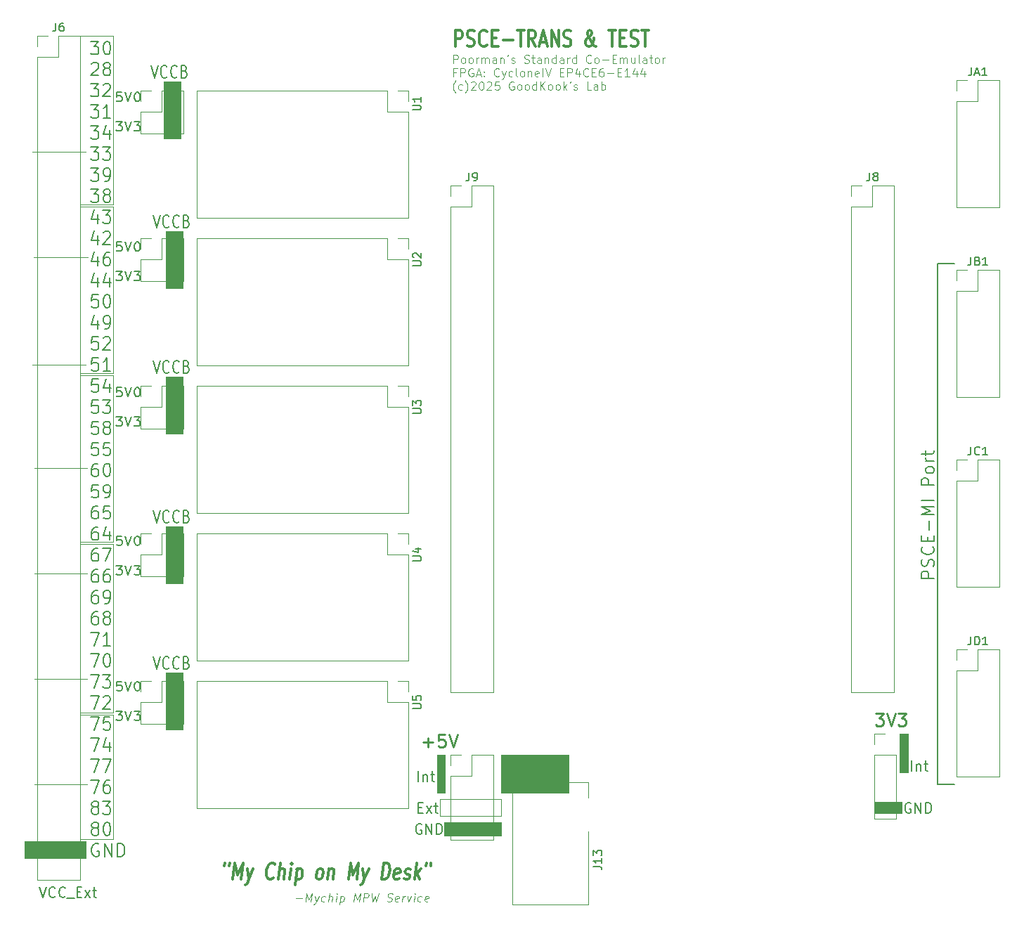
<source format=gbr>
%TF.GenerationSoftware,KiCad,Pcbnew,9.0.1-9.0.1-0~ubuntu24.04.1*%
%TF.CreationDate,2025-04-22T11:44:27+09:00*%
%TF.ProjectId,PSCE-TEST_Cyclone4_6k,50534345-2d54-4455-9354-5f4379636c6f,rev?*%
%TF.SameCoordinates,Original*%
%TF.FileFunction,Legend,Top*%
%TF.FilePolarity,Positive*%
%FSLAX46Y46*%
G04 Gerber Fmt 4.6, Leading zero omitted, Abs format (unit mm)*
G04 Created by KiCad (PCBNEW 9.0.1-9.0.1-0~ubuntu24.04.1) date 2025-04-22 11:44:27*
%MOMM*%
%LPD*%
G01*
G04 APERTURE LIST*
%ADD10C,0.100000*%
%ADD11C,0.150000*%
%ADD12C,0.300000*%
%ADD13C,0.200000*%
%ADD14C,0.120000*%
%ADD15C,0.250000*%
G04 APERTURE END LIST*
D10*
X84582000Y-141224000D02*
X91948000Y-141224000D01*
X91948000Y-143256000D01*
X84582000Y-143256000D01*
X84582000Y-141224000D01*
G36*
X84582000Y-141224000D02*
G01*
X91948000Y-141224000D01*
X91948000Y-143256000D01*
X84582000Y-143256000D01*
X84582000Y-141224000D01*
G37*
X101600000Y-120904000D02*
X103632000Y-120904000D01*
X103632000Y-127762000D01*
X101600000Y-127762000D01*
X101600000Y-120904000D01*
G36*
X101600000Y-120904000D02*
G01*
X103632000Y-120904000D01*
X103632000Y-127762000D01*
X101600000Y-127762000D01*
X101600000Y-120904000D01*
G37*
X101600000Y-103251000D02*
X103632000Y-103251000D01*
X103632000Y-110109000D01*
X101600000Y-110109000D01*
X101600000Y-103251000D01*
G36*
X101600000Y-103251000D02*
G01*
X103632000Y-103251000D01*
X103632000Y-110109000D01*
X101600000Y-110109000D01*
X101600000Y-103251000D01*
G37*
D11*
X194564000Y-134366000D02*
X196596000Y-134366000D01*
D10*
X135128000Y-138878000D02*
X141986000Y-138878000D01*
X141986000Y-140492000D01*
X135128000Y-140492000D01*
X135128000Y-138878000D01*
G36*
X135128000Y-138878000D02*
G01*
X141986000Y-138878000D01*
X141986000Y-140492000D01*
X135128000Y-140492000D01*
X135128000Y-138878000D01*
G37*
X85725000Y-108966000D02*
X92075000Y-108966000D01*
X85725000Y-96266000D02*
X92075000Y-96266000D01*
X85725000Y-121666000D02*
X92075000Y-121666000D01*
X91246000Y-64710000D02*
X95250000Y-64710000D01*
X95250000Y-84836000D01*
X91246000Y-84836000D01*
X91246000Y-64710000D01*
X101346000Y-49657000D02*
X103378000Y-49657000D01*
X103378000Y-56515000D01*
X101346000Y-56515000D01*
X101346000Y-49657000D01*
G36*
X101346000Y-49657000D02*
G01*
X103378000Y-49657000D01*
X103378000Y-56515000D01*
X101346000Y-56515000D01*
X101346000Y-49657000D01*
G37*
D11*
X194564000Y-71628000D02*
X194564000Y-134366000D01*
D10*
X141986000Y-130750000D02*
X150114000Y-130750000D01*
X150114000Y-135382000D01*
X141986000Y-135382000D01*
X141986000Y-130750000D01*
G36*
X141986000Y-130750000D02*
G01*
X150114000Y-130750000D01*
X150114000Y-135382000D01*
X141986000Y-135382000D01*
X141986000Y-130750000D01*
G37*
X101600000Y-85217000D02*
X103632000Y-85217000D01*
X103632000Y-92075000D01*
X101600000Y-92075000D01*
X101600000Y-85217000D01*
G36*
X101600000Y-85217000D02*
G01*
X103632000Y-85217000D01*
X103632000Y-92075000D01*
X101600000Y-92075000D01*
X101600000Y-85217000D01*
G37*
X91246000Y-125924000D02*
X95250000Y-125924000D01*
X95250000Y-140970000D01*
X91246000Y-140970000D01*
X91246000Y-125924000D01*
X85661500Y-70866000D02*
X92138500Y-70866000D01*
X134239000Y-130750000D02*
X135225000Y-130750000D01*
X135225000Y-135382000D01*
X134239000Y-135382000D01*
X134239000Y-130750000D01*
G36*
X134239000Y-130750000D02*
G01*
X135225000Y-130750000D01*
X135225000Y-135382000D01*
X134239000Y-135382000D01*
X134239000Y-130750000D01*
G37*
X85725000Y-134366000D02*
X92075000Y-134366000D01*
D11*
X194564000Y-71628000D02*
X196596000Y-71628000D01*
D10*
X91246000Y-85030000D02*
X95250000Y-85030000D01*
X95250000Y-105156000D01*
X91246000Y-105156000D01*
X91246000Y-85030000D01*
X189992000Y-128240000D02*
X191008000Y-128240000D01*
X191008000Y-132872000D01*
X189992000Y-132872000D01*
X189992000Y-128240000D01*
G36*
X189992000Y-128240000D02*
G01*
X191008000Y-128240000D01*
X191008000Y-132872000D01*
X189992000Y-132872000D01*
X189992000Y-128240000D01*
G37*
X101600000Y-67691000D02*
X103632000Y-67691000D01*
X103632000Y-74549000D01*
X101600000Y-74549000D01*
X101600000Y-67691000D01*
G36*
X101600000Y-67691000D02*
G01*
X103632000Y-67691000D01*
X103632000Y-74549000D01*
X101600000Y-74549000D01*
X101600000Y-67691000D01*
G37*
X85471000Y-58166000D02*
X91948000Y-58166000D01*
X91246000Y-44136000D02*
X95250000Y-44136000D01*
X95250000Y-64516000D01*
X91246000Y-64516000D01*
X91246000Y-44136000D01*
X134620000Y-136084000D02*
X141986000Y-136084000D01*
X141986000Y-138176000D01*
X134620000Y-138176000D01*
X134620000Y-136084000D01*
X85471000Y-83820000D02*
X91948000Y-83820000D01*
X186944000Y-136480000D02*
X190246000Y-136480000D01*
X190246000Y-137840000D01*
X186944000Y-137840000D01*
X186944000Y-136480000D01*
G36*
X186944000Y-136480000D02*
G01*
X190246000Y-136480000D01*
X190246000Y-137840000D01*
X186944000Y-137840000D01*
X186944000Y-136480000D01*
G37*
X91246000Y-105350000D02*
X95250000Y-105350000D01*
X95250000Y-125730000D01*
X91246000Y-125730000D01*
X91246000Y-105350000D01*
D12*
X136444510Y-45459638D02*
X136444510Y-43459638D01*
X136444510Y-43459638D02*
X137015939Y-43459638D01*
X137015939Y-43459638D02*
X137158796Y-43554876D01*
X137158796Y-43554876D02*
X137230225Y-43650114D01*
X137230225Y-43650114D02*
X137301653Y-43840590D01*
X137301653Y-43840590D02*
X137301653Y-44126304D01*
X137301653Y-44126304D02*
X137230225Y-44316780D01*
X137230225Y-44316780D02*
X137158796Y-44412019D01*
X137158796Y-44412019D02*
X137015939Y-44507257D01*
X137015939Y-44507257D02*
X136444510Y-44507257D01*
X137873082Y-45364400D02*
X138087368Y-45459638D01*
X138087368Y-45459638D02*
X138444510Y-45459638D01*
X138444510Y-45459638D02*
X138587368Y-45364400D01*
X138587368Y-45364400D02*
X138658796Y-45269161D01*
X138658796Y-45269161D02*
X138730225Y-45078685D01*
X138730225Y-45078685D02*
X138730225Y-44888209D01*
X138730225Y-44888209D02*
X138658796Y-44697733D01*
X138658796Y-44697733D02*
X138587368Y-44602495D01*
X138587368Y-44602495D02*
X138444510Y-44507257D01*
X138444510Y-44507257D02*
X138158796Y-44412019D01*
X138158796Y-44412019D02*
X138015939Y-44316780D01*
X138015939Y-44316780D02*
X137944510Y-44221542D01*
X137944510Y-44221542D02*
X137873082Y-44031066D01*
X137873082Y-44031066D02*
X137873082Y-43840590D01*
X137873082Y-43840590D02*
X137944510Y-43650114D01*
X137944510Y-43650114D02*
X138015939Y-43554876D01*
X138015939Y-43554876D02*
X138158796Y-43459638D01*
X138158796Y-43459638D02*
X138515939Y-43459638D01*
X138515939Y-43459638D02*
X138730225Y-43554876D01*
X140230224Y-45269161D02*
X140158796Y-45364400D01*
X140158796Y-45364400D02*
X139944510Y-45459638D01*
X139944510Y-45459638D02*
X139801653Y-45459638D01*
X139801653Y-45459638D02*
X139587367Y-45364400D01*
X139587367Y-45364400D02*
X139444510Y-45173923D01*
X139444510Y-45173923D02*
X139373081Y-44983447D01*
X139373081Y-44983447D02*
X139301653Y-44602495D01*
X139301653Y-44602495D02*
X139301653Y-44316780D01*
X139301653Y-44316780D02*
X139373081Y-43935828D01*
X139373081Y-43935828D02*
X139444510Y-43745352D01*
X139444510Y-43745352D02*
X139587367Y-43554876D01*
X139587367Y-43554876D02*
X139801653Y-43459638D01*
X139801653Y-43459638D02*
X139944510Y-43459638D01*
X139944510Y-43459638D02*
X140158796Y-43554876D01*
X140158796Y-43554876D02*
X140230224Y-43650114D01*
X140873081Y-44412019D02*
X141373081Y-44412019D01*
X141587367Y-45459638D02*
X140873081Y-45459638D01*
X140873081Y-45459638D02*
X140873081Y-43459638D01*
X140873081Y-43459638D02*
X141587367Y-43459638D01*
X142230224Y-44697733D02*
X143373082Y-44697733D01*
X143873082Y-43459638D02*
X144730225Y-43459638D01*
X144301653Y-45459638D02*
X144301653Y-43459638D01*
X146087367Y-45459638D02*
X145587367Y-44507257D01*
X145230224Y-45459638D02*
X145230224Y-43459638D01*
X145230224Y-43459638D02*
X145801653Y-43459638D01*
X145801653Y-43459638D02*
X145944510Y-43554876D01*
X145944510Y-43554876D02*
X146015939Y-43650114D01*
X146015939Y-43650114D02*
X146087367Y-43840590D01*
X146087367Y-43840590D02*
X146087367Y-44126304D01*
X146087367Y-44126304D02*
X146015939Y-44316780D01*
X146015939Y-44316780D02*
X145944510Y-44412019D01*
X145944510Y-44412019D02*
X145801653Y-44507257D01*
X145801653Y-44507257D02*
X145230224Y-44507257D01*
X146658796Y-44888209D02*
X147373082Y-44888209D01*
X146515939Y-45459638D02*
X147015939Y-43459638D01*
X147015939Y-43459638D02*
X147515939Y-45459638D01*
X148015938Y-45459638D02*
X148015938Y-43459638D01*
X148015938Y-43459638D02*
X148873081Y-45459638D01*
X148873081Y-45459638D02*
X148873081Y-43459638D01*
X149515939Y-45364400D02*
X149730225Y-45459638D01*
X149730225Y-45459638D02*
X150087367Y-45459638D01*
X150087367Y-45459638D02*
X150230225Y-45364400D01*
X150230225Y-45364400D02*
X150301653Y-45269161D01*
X150301653Y-45269161D02*
X150373082Y-45078685D01*
X150373082Y-45078685D02*
X150373082Y-44888209D01*
X150373082Y-44888209D02*
X150301653Y-44697733D01*
X150301653Y-44697733D02*
X150230225Y-44602495D01*
X150230225Y-44602495D02*
X150087367Y-44507257D01*
X150087367Y-44507257D02*
X149801653Y-44412019D01*
X149801653Y-44412019D02*
X149658796Y-44316780D01*
X149658796Y-44316780D02*
X149587367Y-44221542D01*
X149587367Y-44221542D02*
X149515939Y-44031066D01*
X149515939Y-44031066D02*
X149515939Y-43840590D01*
X149515939Y-43840590D02*
X149587367Y-43650114D01*
X149587367Y-43650114D02*
X149658796Y-43554876D01*
X149658796Y-43554876D02*
X149801653Y-43459638D01*
X149801653Y-43459638D02*
X150158796Y-43459638D01*
X150158796Y-43459638D02*
X150373082Y-43554876D01*
X153373081Y-45459638D02*
X153301653Y-45459638D01*
X153301653Y-45459638D02*
X153158795Y-45364400D01*
X153158795Y-45364400D02*
X152944510Y-45078685D01*
X152944510Y-45078685D02*
X152587367Y-44507257D01*
X152587367Y-44507257D02*
X152444510Y-44221542D01*
X152444510Y-44221542D02*
X152373081Y-43935828D01*
X152373081Y-43935828D02*
X152373081Y-43745352D01*
X152373081Y-43745352D02*
X152444510Y-43554876D01*
X152444510Y-43554876D02*
X152587367Y-43459638D01*
X152587367Y-43459638D02*
X152658795Y-43459638D01*
X152658795Y-43459638D02*
X152801653Y-43554876D01*
X152801653Y-43554876D02*
X152873081Y-43745352D01*
X152873081Y-43745352D02*
X152873081Y-43840590D01*
X152873081Y-43840590D02*
X152801653Y-44031066D01*
X152801653Y-44031066D02*
X152730224Y-44126304D01*
X152730224Y-44126304D02*
X152301653Y-44507257D01*
X152301653Y-44507257D02*
X152230224Y-44602495D01*
X152230224Y-44602495D02*
X152158795Y-44792971D01*
X152158795Y-44792971D02*
X152158795Y-45078685D01*
X152158795Y-45078685D02*
X152230224Y-45269161D01*
X152230224Y-45269161D02*
X152301653Y-45364400D01*
X152301653Y-45364400D02*
X152444510Y-45459638D01*
X152444510Y-45459638D02*
X152658795Y-45459638D01*
X152658795Y-45459638D02*
X152801653Y-45364400D01*
X152801653Y-45364400D02*
X152873081Y-45269161D01*
X152873081Y-45269161D02*
X153087367Y-44888209D01*
X153087367Y-44888209D02*
X153158795Y-44602495D01*
X153158795Y-44602495D02*
X153158795Y-44412019D01*
X154944510Y-43459638D02*
X155801653Y-43459638D01*
X155373081Y-45459638D02*
X155373081Y-43459638D01*
X156301652Y-44412019D02*
X156801652Y-44412019D01*
X157015938Y-45459638D02*
X156301652Y-45459638D01*
X156301652Y-45459638D02*
X156301652Y-43459638D01*
X156301652Y-43459638D02*
X157015938Y-43459638D01*
X157587367Y-45364400D02*
X157801653Y-45459638D01*
X157801653Y-45459638D02*
X158158795Y-45459638D01*
X158158795Y-45459638D02*
X158301653Y-45364400D01*
X158301653Y-45364400D02*
X158373081Y-45269161D01*
X158373081Y-45269161D02*
X158444510Y-45078685D01*
X158444510Y-45078685D02*
X158444510Y-44888209D01*
X158444510Y-44888209D02*
X158373081Y-44697733D01*
X158373081Y-44697733D02*
X158301653Y-44602495D01*
X158301653Y-44602495D02*
X158158795Y-44507257D01*
X158158795Y-44507257D02*
X157873081Y-44412019D01*
X157873081Y-44412019D02*
X157730224Y-44316780D01*
X157730224Y-44316780D02*
X157658795Y-44221542D01*
X157658795Y-44221542D02*
X157587367Y-44031066D01*
X157587367Y-44031066D02*
X157587367Y-43840590D01*
X157587367Y-43840590D02*
X157658795Y-43650114D01*
X157658795Y-43650114D02*
X157730224Y-43554876D01*
X157730224Y-43554876D02*
X157873081Y-43459638D01*
X157873081Y-43459638D02*
X158230224Y-43459638D01*
X158230224Y-43459638D02*
X158444510Y-43554876D01*
X158873081Y-43459638D02*
X159730224Y-43459638D01*
X159301652Y-45459638D02*
X159301652Y-43459638D01*
D13*
X96238720Y-50966104D02*
X95667292Y-50966104D01*
X95667292Y-50966104D02*
X95610149Y-51489914D01*
X95610149Y-51489914D02*
X95667292Y-51437533D01*
X95667292Y-51437533D02*
X95781578Y-51385152D01*
X95781578Y-51385152D02*
X96067292Y-51385152D01*
X96067292Y-51385152D02*
X96181578Y-51437533D01*
X96181578Y-51437533D02*
X96238720Y-51489914D01*
X96238720Y-51489914D02*
X96295863Y-51594676D01*
X96295863Y-51594676D02*
X96295863Y-51856581D01*
X96295863Y-51856581D02*
X96238720Y-51961343D01*
X96238720Y-51961343D02*
X96181578Y-52013724D01*
X96181578Y-52013724D02*
X96067292Y-52066104D01*
X96067292Y-52066104D02*
X95781578Y-52066104D01*
X95781578Y-52066104D02*
X95667292Y-52013724D01*
X95667292Y-52013724D02*
X95610149Y-51961343D01*
X96638720Y-50966104D02*
X97038720Y-52066104D01*
X97038720Y-52066104D02*
X97438720Y-50966104D01*
X98067291Y-50966104D02*
X98181577Y-50966104D01*
X98181577Y-50966104D02*
X98295863Y-51018485D01*
X98295863Y-51018485D02*
X98353006Y-51070866D01*
X98353006Y-51070866D02*
X98410148Y-51175628D01*
X98410148Y-51175628D02*
X98467291Y-51385152D01*
X98467291Y-51385152D02*
X98467291Y-51647057D01*
X98467291Y-51647057D02*
X98410148Y-51856581D01*
X98410148Y-51856581D02*
X98353006Y-51961343D01*
X98353006Y-51961343D02*
X98295863Y-52013724D01*
X98295863Y-52013724D02*
X98181577Y-52066104D01*
X98181577Y-52066104D02*
X98067291Y-52066104D01*
X98067291Y-52066104D02*
X97953006Y-52013724D01*
X97953006Y-52013724D02*
X97895863Y-51961343D01*
X97895863Y-51961343D02*
X97838720Y-51856581D01*
X97838720Y-51856581D02*
X97781577Y-51647057D01*
X97781577Y-51647057D02*
X97781577Y-51385152D01*
X97781577Y-51385152D02*
X97838720Y-51175628D01*
X97838720Y-51175628D02*
X97895863Y-51070866D01*
X97895863Y-51070866D02*
X97953006Y-51018485D01*
X97953006Y-51018485D02*
X98067291Y-50966104D01*
X95553006Y-54507980D02*
X96295863Y-54507980D01*
X96295863Y-54507980D02*
X95895863Y-54927028D01*
X95895863Y-54927028D02*
X96067292Y-54927028D01*
X96067292Y-54927028D02*
X96181578Y-54979409D01*
X96181578Y-54979409D02*
X96238720Y-55031790D01*
X96238720Y-55031790D02*
X96295863Y-55136552D01*
X96295863Y-55136552D02*
X96295863Y-55398457D01*
X96295863Y-55398457D02*
X96238720Y-55503219D01*
X96238720Y-55503219D02*
X96181578Y-55555600D01*
X96181578Y-55555600D02*
X96067292Y-55607980D01*
X96067292Y-55607980D02*
X95724435Y-55607980D01*
X95724435Y-55607980D02*
X95610149Y-55555600D01*
X95610149Y-55555600D02*
X95553006Y-55503219D01*
X96638720Y-54507980D02*
X97038720Y-55607980D01*
X97038720Y-55607980D02*
X97438720Y-54507980D01*
X97724434Y-54507980D02*
X98467291Y-54507980D01*
X98467291Y-54507980D02*
X98067291Y-54927028D01*
X98067291Y-54927028D02*
X98238720Y-54927028D01*
X98238720Y-54927028D02*
X98353006Y-54979409D01*
X98353006Y-54979409D02*
X98410148Y-55031790D01*
X98410148Y-55031790D02*
X98467291Y-55136552D01*
X98467291Y-55136552D02*
X98467291Y-55398457D01*
X98467291Y-55398457D02*
X98410148Y-55503219D01*
X98410148Y-55503219D02*
X98353006Y-55555600D01*
X98353006Y-55555600D02*
X98238720Y-55607980D01*
X98238720Y-55607980D02*
X97895863Y-55607980D01*
X97895863Y-55607980D02*
X97781577Y-55555600D01*
X97781577Y-55555600D02*
X97724434Y-55503219D01*
X131989292Y-133954742D02*
X131989292Y-132754742D01*
X132560721Y-133154742D02*
X132560721Y-133954742D01*
X132560721Y-133269028D02*
X132617864Y-133211885D01*
X132617864Y-133211885D02*
X132732149Y-133154742D01*
X132732149Y-133154742D02*
X132903578Y-133154742D01*
X132903578Y-133154742D02*
X133017864Y-133211885D01*
X133017864Y-133211885D02*
X133075007Y-133326171D01*
X133075007Y-133326171D02*
X133075007Y-133954742D01*
X133475006Y-133154742D02*
X133932149Y-133154742D01*
X133646435Y-132754742D02*
X133646435Y-133783314D01*
X133646435Y-133783314D02*
X133703578Y-133897600D01*
X133703578Y-133897600D02*
X133817863Y-133954742D01*
X133817863Y-133954742D02*
X133932149Y-133954742D01*
X96238720Y-86526104D02*
X95667292Y-86526104D01*
X95667292Y-86526104D02*
X95610149Y-87049914D01*
X95610149Y-87049914D02*
X95667292Y-86997533D01*
X95667292Y-86997533D02*
X95781578Y-86945152D01*
X95781578Y-86945152D02*
X96067292Y-86945152D01*
X96067292Y-86945152D02*
X96181578Y-86997533D01*
X96181578Y-86997533D02*
X96238720Y-87049914D01*
X96238720Y-87049914D02*
X96295863Y-87154676D01*
X96295863Y-87154676D02*
X96295863Y-87416581D01*
X96295863Y-87416581D02*
X96238720Y-87521343D01*
X96238720Y-87521343D02*
X96181578Y-87573724D01*
X96181578Y-87573724D02*
X96067292Y-87626104D01*
X96067292Y-87626104D02*
X95781578Y-87626104D01*
X95781578Y-87626104D02*
X95667292Y-87573724D01*
X95667292Y-87573724D02*
X95610149Y-87521343D01*
X96638720Y-86526104D02*
X97038720Y-87626104D01*
X97038720Y-87626104D02*
X97438720Y-86526104D01*
X98067291Y-86526104D02*
X98181577Y-86526104D01*
X98181577Y-86526104D02*
X98295863Y-86578485D01*
X98295863Y-86578485D02*
X98353006Y-86630866D01*
X98353006Y-86630866D02*
X98410148Y-86735628D01*
X98410148Y-86735628D02*
X98467291Y-86945152D01*
X98467291Y-86945152D02*
X98467291Y-87207057D01*
X98467291Y-87207057D02*
X98410148Y-87416581D01*
X98410148Y-87416581D02*
X98353006Y-87521343D01*
X98353006Y-87521343D02*
X98295863Y-87573724D01*
X98295863Y-87573724D02*
X98181577Y-87626104D01*
X98181577Y-87626104D02*
X98067291Y-87626104D01*
X98067291Y-87626104D02*
X97953006Y-87573724D01*
X97953006Y-87573724D02*
X97895863Y-87521343D01*
X97895863Y-87521343D02*
X97838720Y-87416581D01*
X97838720Y-87416581D02*
X97781577Y-87207057D01*
X97781577Y-87207057D02*
X97781577Y-86945152D01*
X97781577Y-86945152D02*
X97838720Y-86735628D01*
X97838720Y-86735628D02*
X97895863Y-86630866D01*
X97895863Y-86630866D02*
X97953006Y-86578485D01*
X97953006Y-86578485D02*
X98067291Y-86526104D01*
X95553006Y-90067980D02*
X96295863Y-90067980D01*
X96295863Y-90067980D02*
X95895863Y-90487028D01*
X95895863Y-90487028D02*
X96067292Y-90487028D01*
X96067292Y-90487028D02*
X96181578Y-90539409D01*
X96181578Y-90539409D02*
X96238720Y-90591790D01*
X96238720Y-90591790D02*
X96295863Y-90696552D01*
X96295863Y-90696552D02*
X96295863Y-90958457D01*
X96295863Y-90958457D02*
X96238720Y-91063219D01*
X96238720Y-91063219D02*
X96181578Y-91115600D01*
X96181578Y-91115600D02*
X96067292Y-91167980D01*
X96067292Y-91167980D02*
X95724435Y-91167980D01*
X95724435Y-91167980D02*
X95610149Y-91115600D01*
X95610149Y-91115600D02*
X95553006Y-91063219D01*
X96638720Y-90067980D02*
X97038720Y-91167980D01*
X97038720Y-91167980D02*
X97438720Y-90067980D01*
X97724434Y-90067980D02*
X98467291Y-90067980D01*
X98467291Y-90067980D02*
X98067291Y-90487028D01*
X98067291Y-90487028D02*
X98238720Y-90487028D01*
X98238720Y-90487028D02*
X98353006Y-90539409D01*
X98353006Y-90539409D02*
X98410148Y-90591790D01*
X98410148Y-90591790D02*
X98467291Y-90696552D01*
X98467291Y-90696552D02*
X98467291Y-90958457D01*
X98467291Y-90958457D02*
X98410148Y-91063219D01*
X98410148Y-91063219D02*
X98353006Y-91115600D01*
X98353006Y-91115600D02*
X98238720Y-91167980D01*
X98238720Y-91167980D02*
X97895863Y-91167980D01*
X97895863Y-91167980D02*
X97781577Y-91115600D01*
X97781577Y-91115600D02*
X97724434Y-91063219D01*
X194116028Y-109493279D02*
X192616028Y-109493279D01*
X192616028Y-109493279D02*
X192616028Y-108921850D01*
X192616028Y-108921850D02*
X192687457Y-108778993D01*
X192687457Y-108778993D02*
X192758885Y-108707564D01*
X192758885Y-108707564D02*
X192901742Y-108636136D01*
X192901742Y-108636136D02*
X193116028Y-108636136D01*
X193116028Y-108636136D02*
X193258885Y-108707564D01*
X193258885Y-108707564D02*
X193330314Y-108778993D01*
X193330314Y-108778993D02*
X193401742Y-108921850D01*
X193401742Y-108921850D02*
X193401742Y-109493279D01*
X194044600Y-108064707D02*
X194116028Y-107850422D01*
X194116028Y-107850422D02*
X194116028Y-107493279D01*
X194116028Y-107493279D02*
X194044600Y-107350422D01*
X194044600Y-107350422D02*
X193973171Y-107278993D01*
X193973171Y-107278993D02*
X193830314Y-107207564D01*
X193830314Y-107207564D02*
X193687457Y-107207564D01*
X193687457Y-107207564D02*
X193544600Y-107278993D01*
X193544600Y-107278993D02*
X193473171Y-107350422D01*
X193473171Y-107350422D02*
X193401742Y-107493279D01*
X193401742Y-107493279D02*
X193330314Y-107778993D01*
X193330314Y-107778993D02*
X193258885Y-107921850D01*
X193258885Y-107921850D02*
X193187457Y-107993279D01*
X193187457Y-107993279D02*
X193044600Y-108064707D01*
X193044600Y-108064707D02*
X192901742Y-108064707D01*
X192901742Y-108064707D02*
X192758885Y-107993279D01*
X192758885Y-107993279D02*
X192687457Y-107921850D01*
X192687457Y-107921850D02*
X192616028Y-107778993D01*
X192616028Y-107778993D02*
X192616028Y-107421850D01*
X192616028Y-107421850D02*
X192687457Y-107207564D01*
X193973171Y-105707565D02*
X194044600Y-105778993D01*
X194044600Y-105778993D02*
X194116028Y-105993279D01*
X194116028Y-105993279D02*
X194116028Y-106136136D01*
X194116028Y-106136136D02*
X194044600Y-106350422D01*
X194044600Y-106350422D02*
X193901742Y-106493279D01*
X193901742Y-106493279D02*
X193758885Y-106564708D01*
X193758885Y-106564708D02*
X193473171Y-106636136D01*
X193473171Y-106636136D02*
X193258885Y-106636136D01*
X193258885Y-106636136D02*
X192973171Y-106564708D01*
X192973171Y-106564708D02*
X192830314Y-106493279D01*
X192830314Y-106493279D02*
X192687457Y-106350422D01*
X192687457Y-106350422D02*
X192616028Y-106136136D01*
X192616028Y-106136136D02*
X192616028Y-105993279D01*
X192616028Y-105993279D02*
X192687457Y-105778993D01*
X192687457Y-105778993D02*
X192758885Y-105707565D01*
X193330314Y-105064708D02*
X193330314Y-104564708D01*
X194116028Y-104350422D02*
X194116028Y-105064708D01*
X194116028Y-105064708D02*
X192616028Y-105064708D01*
X192616028Y-105064708D02*
X192616028Y-104350422D01*
X193544600Y-103707565D02*
X193544600Y-102564708D01*
X194116028Y-101850422D02*
X192616028Y-101850422D01*
X192616028Y-101850422D02*
X193687457Y-101350422D01*
X193687457Y-101350422D02*
X192616028Y-100850422D01*
X192616028Y-100850422D02*
X194116028Y-100850422D01*
X194116028Y-100136136D02*
X192616028Y-100136136D01*
X194116028Y-98278993D02*
X192616028Y-98278993D01*
X192616028Y-98278993D02*
X192616028Y-97707564D01*
X192616028Y-97707564D02*
X192687457Y-97564707D01*
X192687457Y-97564707D02*
X192758885Y-97493278D01*
X192758885Y-97493278D02*
X192901742Y-97421850D01*
X192901742Y-97421850D02*
X193116028Y-97421850D01*
X193116028Y-97421850D02*
X193258885Y-97493278D01*
X193258885Y-97493278D02*
X193330314Y-97564707D01*
X193330314Y-97564707D02*
X193401742Y-97707564D01*
X193401742Y-97707564D02*
X193401742Y-98278993D01*
X194116028Y-96564707D02*
X194044600Y-96707564D01*
X194044600Y-96707564D02*
X193973171Y-96778993D01*
X193973171Y-96778993D02*
X193830314Y-96850421D01*
X193830314Y-96850421D02*
X193401742Y-96850421D01*
X193401742Y-96850421D02*
X193258885Y-96778993D01*
X193258885Y-96778993D02*
X193187457Y-96707564D01*
X193187457Y-96707564D02*
X193116028Y-96564707D01*
X193116028Y-96564707D02*
X193116028Y-96350421D01*
X193116028Y-96350421D02*
X193187457Y-96207564D01*
X193187457Y-96207564D02*
X193258885Y-96136136D01*
X193258885Y-96136136D02*
X193401742Y-96064707D01*
X193401742Y-96064707D02*
X193830314Y-96064707D01*
X193830314Y-96064707D02*
X193973171Y-96136136D01*
X193973171Y-96136136D02*
X194044600Y-96207564D01*
X194044600Y-96207564D02*
X194116028Y-96350421D01*
X194116028Y-96350421D02*
X194116028Y-96564707D01*
X194116028Y-95421850D02*
X193116028Y-95421850D01*
X193401742Y-95421850D02*
X193258885Y-95350421D01*
X193258885Y-95350421D02*
X193187457Y-95278993D01*
X193187457Y-95278993D02*
X193116028Y-95136135D01*
X193116028Y-95136135D02*
X193116028Y-94993278D01*
X193116028Y-94707564D02*
X193116028Y-94136136D01*
X192616028Y-94493279D02*
X193901742Y-94493279D01*
X193901742Y-94493279D02*
X194044600Y-94421850D01*
X194044600Y-94421850D02*
X194116028Y-94278993D01*
X194116028Y-94278993D02*
X194116028Y-94136136D01*
X100067863Y-83269028D02*
X100467863Y-84769028D01*
X100467863Y-84769028D02*
X100867863Y-83269028D01*
X101953577Y-84626171D02*
X101896434Y-84697600D01*
X101896434Y-84697600D02*
X101725006Y-84769028D01*
X101725006Y-84769028D02*
X101610720Y-84769028D01*
X101610720Y-84769028D02*
X101439291Y-84697600D01*
X101439291Y-84697600D02*
X101325006Y-84554742D01*
X101325006Y-84554742D02*
X101267863Y-84411885D01*
X101267863Y-84411885D02*
X101210720Y-84126171D01*
X101210720Y-84126171D02*
X101210720Y-83911885D01*
X101210720Y-83911885D02*
X101267863Y-83626171D01*
X101267863Y-83626171D02*
X101325006Y-83483314D01*
X101325006Y-83483314D02*
X101439291Y-83340457D01*
X101439291Y-83340457D02*
X101610720Y-83269028D01*
X101610720Y-83269028D02*
X101725006Y-83269028D01*
X101725006Y-83269028D02*
X101896434Y-83340457D01*
X101896434Y-83340457D02*
X101953577Y-83411885D01*
X103153577Y-84626171D02*
X103096434Y-84697600D01*
X103096434Y-84697600D02*
X102925006Y-84769028D01*
X102925006Y-84769028D02*
X102810720Y-84769028D01*
X102810720Y-84769028D02*
X102639291Y-84697600D01*
X102639291Y-84697600D02*
X102525006Y-84554742D01*
X102525006Y-84554742D02*
X102467863Y-84411885D01*
X102467863Y-84411885D02*
X102410720Y-84126171D01*
X102410720Y-84126171D02*
X102410720Y-83911885D01*
X102410720Y-83911885D02*
X102467863Y-83626171D01*
X102467863Y-83626171D02*
X102525006Y-83483314D01*
X102525006Y-83483314D02*
X102639291Y-83340457D01*
X102639291Y-83340457D02*
X102810720Y-83269028D01*
X102810720Y-83269028D02*
X102925006Y-83269028D01*
X102925006Y-83269028D02*
X103096434Y-83340457D01*
X103096434Y-83340457D02*
X103153577Y-83411885D01*
X104067863Y-83983314D02*
X104239291Y-84054742D01*
X104239291Y-84054742D02*
X104296434Y-84126171D01*
X104296434Y-84126171D02*
X104353577Y-84269028D01*
X104353577Y-84269028D02*
X104353577Y-84483314D01*
X104353577Y-84483314D02*
X104296434Y-84626171D01*
X104296434Y-84626171D02*
X104239291Y-84697600D01*
X104239291Y-84697600D02*
X104125006Y-84769028D01*
X104125006Y-84769028D02*
X103667863Y-84769028D01*
X103667863Y-84769028D02*
X103667863Y-83269028D01*
X103667863Y-83269028D02*
X104067863Y-83269028D01*
X104067863Y-83269028D02*
X104182149Y-83340457D01*
X104182149Y-83340457D02*
X104239291Y-83411885D01*
X104239291Y-83411885D02*
X104296434Y-83554742D01*
X104296434Y-83554742D02*
X104296434Y-83697600D01*
X104296434Y-83697600D02*
X104239291Y-83840457D01*
X104239291Y-83840457D02*
X104182149Y-83911885D01*
X104182149Y-83911885D02*
X104067863Y-83983314D01*
X104067863Y-83983314D02*
X103667863Y-83983314D01*
X86351863Y-146724742D02*
X86751863Y-147924742D01*
X86751863Y-147924742D02*
X87151863Y-146724742D01*
X88237577Y-147810457D02*
X88180434Y-147867600D01*
X88180434Y-147867600D02*
X88009006Y-147924742D01*
X88009006Y-147924742D02*
X87894720Y-147924742D01*
X87894720Y-147924742D02*
X87723291Y-147867600D01*
X87723291Y-147867600D02*
X87609006Y-147753314D01*
X87609006Y-147753314D02*
X87551863Y-147639028D01*
X87551863Y-147639028D02*
X87494720Y-147410457D01*
X87494720Y-147410457D02*
X87494720Y-147239028D01*
X87494720Y-147239028D02*
X87551863Y-147010457D01*
X87551863Y-147010457D02*
X87609006Y-146896171D01*
X87609006Y-146896171D02*
X87723291Y-146781885D01*
X87723291Y-146781885D02*
X87894720Y-146724742D01*
X87894720Y-146724742D02*
X88009006Y-146724742D01*
X88009006Y-146724742D02*
X88180434Y-146781885D01*
X88180434Y-146781885D02*
X88237577Y-146839028D01*
X89437577Y-147810457D02*
X89380434Y-147867600D01*
X89380434Y-147867600D02*
X89209006Y-147924742D01*
X89209006Y-147924742D02*
X89094720Y-147924742D01*
X89094720Y-147924742D02*
X88923291Y-147867600D01*
X88923291Y-147867600D02*
X88809006Y-147753314D01*
X88809006Y-147753314D02*
X88751863Y-147639028D01*
X88751863Y-147639028D02*
X88694720Y-147410457D01*
X88694720Y-147410457D02*
X88694720Y-147239028D01*
X88694720Y-147239028D02*
X88751863Y-147010457D01*
X88751863Y-147010457D02*
X88809006Y-146896171D01*
X88809006Y-146896171D02*
X88923291Y-146781885D01*
X88923291Y-146781885D02*
X89094720Y-146724742D01*
X89094720Y-146724742D02*
X89209006Y-146724742D01*
X89209006Y-146724742D02*
X89380434Y-146781885D01*
X89380434Y-146781885D02*
X89437577Y-146839028D01*
X89666149Y-148039028D02*
X90580434Y-148039028D01*
X90866149Y-147296171D02*
X91266149Y-147296171D01*
X91437577Y-147924742D02*
X90866149Y-147924742D01*
X90866149Y-147924742D02*
X90866149Y-146724742D01*
X90866149Y-146724742D02*
X91437577Y-146724742D01*
X91837577Y-147924742D02*
X92466149Y-147124742D01*
X91837577Y-147124742D02*
X92466149Y-147924742D01*
X92751863Y-147124742D02*
X93209006Y-147124742D01*
X92923292Y-146724742D02*
X92923292Y-147753314D01*
X92923292Y-147753314D02*
X92980435Y-147867600D01*
X92980435Y-147867600D02*
X93094720Y-147924742D01*
X93094720Y-147924742D02*
X93209006Y-147924742D01*
X100067863Y-118956028D02*
X100467863Y-120456028D01*
X100467863Y-120456028D02*
X100867863Y-118956028D01*
X101953577Y-120313171D02*
X101896434Y-120384600D01*
X101896434Y-120384600D02*
X101725006Y-120456028D01*
X101725006Y-120456028D02*
X101610720Y-120456028D01*
X101610720Y-120456028D02*
X101439291Y-120384600D01*
X101439291Y-120384600D02*
X101325006Y-120241742D01*
X101325006Y-120241742D02*
X101267863Y-120098885D01*
X101267863Y-120098885D02*
X101210720Y-119813171D01*
X101210720Y-119813171D02*
X101210720Y-119598885D01*
X101210720Y-119598885D02*
X101267863Y-119313171D01*
X101267863Y-119313171D02*
X101325006Y-119170314D01*
X101325006Y-119170314D02*
X101439291Y-119027457D01*
X101439291Y-119027457D02*
X101610720Y-118956028D01*
X101610720Y-118956028D02*
X101725006Y-118956028D01*
X101725006Y-118956028D02*
X101896434Y-119027457D01*
X101896434Y-119027457D02*
X101953577Y-119098885D01*
X103153577Y-120313171D02*
X103096434Y-120384600D01*
X103096434Y-120384600D02*
X102925006Y-120456028D01*
X102925006Y-120456028D02*
X102810720Y-120456028D01*
X102810720Y-120456028D02*
X102639291Y-120384600D01*
X102639291Y-120384600D02*
X102525006Y-120241742D01*
X102525006Y-120241742D02*
X102467863Y-120098885D01*
X102467863Y-120098885D02*
X102410720Y-119813171D01*
X102410720Y-119813171D02*
X102410720Y-119598885D01*
X102410720Y-119598885D02*
X102467863Y-119313171D01*
X102467863Y-119313171D02*
X102525006Y-119170314D01*
X102525006Y-119170314D02*
X102639291Y-119027457D01*
X102639291Y-119027457D02*
X102810720Y-118956028D01*
X102810720Y-118956028D02*
X102925006Y-118956028D01*
X102925006Y-118956028D02*
X103096434Y-119027457D01*
X103096434Y-119027457D02*
X103153577Y-119098885D01*
X104067863Y-119670314D02*
X104239291Y-119741742D01*
X104239291Y-119741742D02*
X104296434Y-119813171D01*
X104296434Y-119813171D02*
X104353577Y-119956028D01*
X104353577Y-119956028D02*
X104353577Y-120170314D01*
X104353577Y-120170314D02*
X104296434Y-120313171D01*
X104296434Y-120313171D02*
X104239291Y-120384600D01*
X104239291Y-120384600D02*
X104125006Y-120456028D01*
X104125006Y-120456028D02*
X103667863Y-120456028D01*
X103667863Y-120456028D02*
X103667863Y-118956028D01*
X103667863Y-118956028D02*
X104067863Y-118956028D01*
X104067863Y-118956028D02*
X104182149Y-119027457D01*
X104182149Y-119027457D02*
X104239291Y-119098885D01*
X104239291Y-119098885D02*
X104296434Y-119241742D01*
X104296434Y-119241742D02*
X104296434Y-119384600D01*
X104296434Y-119384600D02*
X104239291Y-119527457D01*
X104239291Y-119527457D02*
X104182149Y-119598885D01*
X104182149Y-119598885D02*
X104067863Y-119670314D01*
X104067863Y-119670314D02*
X103667863Y-119670314D01*
D14*
X117198708Y-148080426D02*
X117960613Y-148080426D01*
X118389184Y-148461379D02*
X118514184Y-147461379D01*
X118514184Y-147461379D02*
X118758232Y-148175664D01*
X118758232Y-148175664D02*
X119180851Y-147461379D01*
X119180851Y-147461379D02*
X119055851Y-148461379D01*
X119520137Y-147794712D02*
X119674899Y-148461379D01*
X119996327Y-147794712D02*
X119674899Y-148461379D01*
X119674899Y-148461379D02*
X119549899Y-148699474D01*
X119549899Y-148699474D02*
X119496327Y-148747093D01*
X119496327Y-148747093D02*
X119395137Y-148794712D01*
X120728470Y-148413760D02*
X120627280Y-148461379D01*
X120627280Y-148461379D02*
X120436804Y-148461379D01*
X120436804Y-148461379D02*
X120347518Y-148413760D01*
X120347518Y-148413760D02*
X120305851Y-148366140D01*
X120305851Y-148366140D02*
X120270137Y-148270902D01*
X120270137Y-148270902D02*
X120305851Y-147985188D01*
X120305851Y-147985188D02*
X120365375Y-147889950D01*
X120365375Y-147889950D02*
X120418946Y-147842331D01*
X120418946Y-147842331D02*
X120520137Y-147794712D01*
X120520137Y-147794712D02*
X120710613Y-147794712D01*
X120710613Y-147794712D02*
X120799899Y-147842331D01*
X121151089Y-148461379D02*
X121276089Y-147461379D01*
X121579661Y-148461379D02*
X121645137Y-147937569D01*
X121645137Y-147937569D02*
X121609423Y-147842331D01*
X121609423Y-147842331D02*
X121520137Y-147794712D01*
X121520137Y-147794712D02*
X121377280Y-147794712D01*
X121377280Y-147794712D02*
X121276089Y-147842331D01*
X121276089Y-147842331D02*
X121222518Y-147889950D01*
X122055851Y-148461379D02*
X122139185Y-147794712D01*
X122180851Y-147461379D02*
X122127280Y-147508998D01*
X122127280Y-147508998D02*
X122168947Y-147556617D01*
X122168947Y-147556617D02*
X122222518Y-147508998D01*
X122222518Y-147508998D02*
X122180851Y-147461379D01*
X122180851Y-147461379D02*
X122168947Y-147556617D01*
X122615375Y-147794712D02*
X122490375Y-148794712D01*
X122609422Y-147842331D02*
X122710613Y-147794712D01*
X122710613Y-147794712D02*
X122901089Y-147794712D01*
X122901089Y-147794712D02*
X122990375Y-147842331D01*
X122990375Y-147842331D02*
X123032041Y-147889950D01*
X123032041Y-147889950D02*
X123067756Y-147985188D01*
X123067756Y-147985188D02*
X123032041Y-148270902D01*
X123032041Y-148270902D02*
X122972518Y-148366140D01*
X122972518Y-148366140D02*
X122918946Y-148413760D01*
X122918946Y-148413760D02*
X122817756Y-148461379D01*
X122817756Y-148461379D02*
X122627279Y-148461379D01*
X122627279Y-148461379D02*
X122537994Y-148413760D01*
X124198708Y-148461379D02*
X124323708Y-147461379D01*
X124323708Y-147461379D02*
X124567756Y-148175664D01*
X124567756Y-148175664D02*
X124990375Y-147461379D01*
X124990375Y-147461379D02*
X124865375Y-148461379D01*
X125341565Y-148461379D02*
X125466565Y-147461379D01*
X125466565Y-147461379D02*
X125847518Y-147461379D01*
X125847518Y-147461379D02*
X125936803Y-147508998D01*
X125936803Y-147508998D02*
X125978470Y-147556617D01*
X125978470Y-147556617D02*
X126014184Y-147651855D01*
X126014184Y-147651855D02*
X125996327Y-147794712D01*
X125996327Y-147794712D02*
X125936803Y-147889950D01*
X125936803Y-147889950D02*
X125883232Y-147937569D01*
X125883232Y-147937569D02*
X125782042Y-147985188D01*
X125782042Y-147985188D02*
X125401089Y-147985188D01*
X126371327Y-147461379D02*
X126484423Y-148461379D01*
X126484423Y-148461379D02*
X126764184Y-147747093D01*
X126764184Y-147747093D02*
X126865375Y-148461379D01*
X126865375Y-148461379D02*
X127228470Y-147461379D01*
X128204661Y-148413760D02*
X128341565Y-148461379D01*
X128341565Y-148461379D02*
X128579661Y-148461379D01*
X128579661Y-148461379D02*
X128680851Y-148413760D01*
X128680851Y-148413760D02*
X128734423Y-148366140D01*
X128734423Y-148366140D02*
X128793946Y-148270902D01*
X128793946Y-148270902D02*
X128805851Y-148175664D01*
X128805851Y-148175664D02*
X128770137Y-148080426D01*
X128770137Y-148080426D02*
X128728470Y-148032807D01*
X128728470Y-148032807D02*
X128639185Y-147985188D01*
X128639185Y-147985188D02*
X128454661Y-147937569D01*
X128454661Y-147937569D02*
X128365375Y-147889950D01*
X128365375Y-147889950D02*
X128323708Y-147842331D01*
X128323708Y-147842331D02*
X128287994Y-147747093D01*
X128287994Y-147747093D02*
X128299899Y-147651855D01*
X128299899Y-147651855D02*
X128359423Y-147556617D01*
X128359423Y-147556617D02*
X128412994Y-147508998D01*
X128412994Y-147508998D02*
X128514185Y-147461379D01*
X128514185Y-147461379D02*
X128752280Y-147461379D01*
X128752280Y-147461379D02*
X128889185Y-147508998D01*
X129585613Y-148413760D02*
X129484423Y-148461379D01*
X129484423Y-148461379D02*
X129293946Y-148461379D01*
X129293946Y-148461379D02*
X129204661Y-148413760D01*
X129204661Y-148413760D02*
X129168946Y-148318521D01*
X129168946Y-148318521D02*
X129216566Y-147937569D01*
X129216566Y-147937569D02*
X129276089Y-147842331D01*
X129276089Y-147842331D02*
X129377280Y-147794712D01*
X129377280Y-147794712D02*
X129567756Y-147794712D01*
X129567756Y-147794712D02*
X129657042Y-147842331D01*
X129657042Y-147842331D02*
X129692756Y-147937569D01*
X129692756Y-147937569D02*
X129680851Y-148032807D01*
X129680851Y-148032807D02*
X129192756Y-148128045D01*
X130055851Y-148461379D02*
X130139185Y-147794712D01*
X130115375Y-147985188D02*
X130174899Y-147889950D01*
X130174899Y-147889950D02*
X130228470Y-147842331D01*
X130228470Y-147842331D02*
X130329661Y-147794712D01*
X130329661Y-147794712D02*
X130424899Y-147794712D01*
X130662995Y-147794712D02*
X130817757Y-148461379D01*
X130817757Y-148461379D02*
X131139185Y-147794712D01*
X131436804Y-148461379D02*
X131520138Y-147794712D01*
X131561804Y-147461379D02*
X131508233Y-147508998D01*
X131508233Y-147508998D02*
X131549900Y-147556617D01*
X131549900Y-147556617D02*
X131603471Y-147508998D01*
X131603471Y-147508998D02*
X131561804Y-147461379D01*
X131561804Y-147461379D02*
X131549900Y-147556617D01*
X132347518Y-148413760D02*
X132246328Y-148461379D01*
X132246328Y-148461379D02*
X132055852Y-148461379D01*
X132055852Y-148461379D02*
X131966566Y-148413760D01*
X131966566Y-148413760D02*
X131924899Y-148366140D01*
X131924899Y-148366140D02*
X131889185Y-148270902D01*
X131889185Y-148270902D02*
X131924899Y-147985188D01*
X131924899Y-147985188D02*
X131984423Y-147889950D01*
X131984423Y-147889950D02*
X132037994Y-147842331D01*
X132037994Y-147842331D02*
X132139185Y-147794712D01*
X132139185Y-147794712D02*
X132329661Y-147794712D01*
X132329661Y-147794712D02*
X132418947Y-147842331D01*
X133157042Y-148413760D02*
X133055852Y-148461379D01*
X133055852Y-148461379D02*
X132865375Y-148461379D01*
X132865375Y-148461379D02*
X132776090Y-148413760D01*
X132776090Y-148413760D02*
X132740375Y-148318521D01*
X132740375Y-148318521D02*
X132787995Y-147937569D01*
X132787995Y-147937569D02*
X132847518Y-147842331D01*
X132847518Y-147842331D02*
X132948709Y-147794712D01*
X132948709Y-147794712D02*
X133139185Y-147794712D01*
X133139185Y-147794712D02*
X133228471Y-147842331D01*
X133228471Y-147842331D02*
X133264185Y-147937569D01*
X133264185Y-147937569D02*
X133252280Y-148032807D01*
X133252280Y-148032807D02*
X132764185Y-148128045D01*
D13*
X92547863Y-44811182D02*
X93476435Y-44811182D01*
X93476435Y-44811182D02*
X92976435Y-45413086D01*
X92976435Y-45413086D02*
X93190720Y-45413086D01*
X93190720Y-45413086D02*
X93333578Y-45488324D01*
X93333578Y-45488324D02*
X93405006Y-45563563D01*
X93405006Y-45563563D02*
X93476435Y-45714039D01*
X93476435Y-45714039D02*
X93476435Y-46090229D01*
X93476435Y-46090229D02*
X93405006Y-46240705D01*
X93405006Y-46240705D02*
X93333578Y-46315944D01*
X93333578Y-46315944D02*
X93190720Y-46391182D01*
X93190720Y-46391182D02*
X92762149Y-46391182D01*
X92762149Y-46391182D02*
X92619292Y-46315944D01*
X92619292Y-46315944D02*
X92547863Y-46240705D01*
X94405006Y-44811182D02*
X94547863Y-44811182D01*
X94547863Y-44811182D02*
X94690720Y-44886420D01*
X94690720Y-44886420D02*
X94762149Y-44961658D01*
X94762149Y-44961658D02*
X94833577Y-45112134D01*
X94833577Y-45112134D02*
X94905006Y-45413086D01*
X94905006Y-45413086D02*
X94905006Y-45789277D01*
X94905006Y-45789277D02*
X94833577Y-46090229D01*
X94833577Y-46090229D02*
X94762149Y-46240705D01*
X94762149Y-46240705D02*
X94690720Y-46315944D01*
X94690720Y-46315944D02*
X94547863Y-46391182D01*
X94547863Y-46391182D02*
X94405006Y-46391182D01*
X94405006Y-46391182D02*
X94262149Y-46315944D01*
X94262149Y-46315944D02*
X94190720Y-46240705D01*
X94190720Y-46240705D02*
X94119291Y-46090229D01*
X94119291Y-46090229D02*
X94047863Y-45789277D01*
X94047863Y-45789277D02*
X94047863Y-45413086D01*
X94047863Y-45413086D02*
X94119291Y-45112134D01*
X94119291Y-45112134D02*
X94190720Y-44961658D01*
X94190720Y-44961658D02*
X94262149Y-44886420D01*
X94262149Y-44886420D02*
X94405006Y-44811182D01*
X92619292Y-47505370D02*
X92690720Y-47430132D01*
X92690720Y-47430132D02*
X92833578Y-47354894D01*
X92833578Y-47354894D02*
X93190720Y-47354894D01*
X93190720Y-47354894D02*
X93333578Y-47430132D01*
X93333578Y-47430132D02*
X93405006Y-47505370D01*
X93405006Y-47505370D02*
X93476435Y-47655846D01*
X93476435Y-47655846D02*
X93476435Y-47806322D01*
X93476435Y-47806322D02*
X93405006Y-48032036D01*
X93405006Y-48032036D02*
X92547863Y-48934894D01*
X92547863Y-48934894D02*
X93476435Y-48934894D01*
X94333577Y-48032036D02*
X94190720Y-47956798D01*
X94190720Y-47956798D02*
X94119291Y-47881560D01*
X94119291Y-47881560D02*
X94047863Y-47731084D01*
X94047863Y-47731084D02*
X94047863Y-47655846D01*
X94047863Y-47655846D02*
X94119291Y-47505370D01*
X94119291Y-47505370D02*
X94190720Y-47430132D01*
X94190720Y-47430132D02*
X94333577Y-47354894D01*
X94333577Y-47354894D02*
X94619291Y-47354894D01*
X94619291Y-47354894D02*
X94762149Y-47430132D01*
X94762149Y-47430132D02*
X94833577Y-47505370D01*
X94833577Y-47505370D02*
X94905006Y-47655846D01*
X94905006Y-47655846D02*
X94905006Y-47731084D01*
X94905006Y-47731084D02*
X94833577Y-47881560D01*
X94833577Y-47881560D02*
X94762149Y-47956798D01*
X94762149Y-47956798D02*
X94619291Y-48032036D01*
X94619291Y-48032036D02*
X94333577Y-48032036D01*
X94333577Y-48032036D02*
X94190720Y-48107275D01*
X94190720Y-48107275D02*
X94119291Y-48182513D01*
X94119291Y-48182513D02*
X94047863Y-48332989D01*
X94047863Y-48332989D02*
X94047863Y-48633941D01*
X94047863Y-48633941D02*
X94119291Y-48784417D01*
X94119291Y-48784417D02*
X94190720Y-48859656D01*
X94190720Y-48859656D02*
X94333577Y-48934894D01*
X94333577Y-48934894D02*
X94619291Y-48934894D01*
X94619291Y-48934894D02*
X94762149Y-48859656D01*
X94762149Y-48859656D02*
X94833577Y-48784417D01*
X94833577Y-48784417D02*
X94905006Y-48633941D01*
X94905006Y-48633941D02*
X94905006Y-48332989D01*
X94905006Y-48332989D02*
X94833577Y-48182513D01*
X94833577Y-48182513D02*
X94762149Y-48107275D01*
X94762149Y-48107275D02*
X94619291Y-48032036D01*
X92547863Y-49898606D02*
X93476435Y-49898606D01*
X93476435Y-49898606D02*
X92976435Y-50500510D01*
X92976435Y-50500510D02*
X93190720Y-50500510D01*
X93190720Y-50500510D02*
X93333578Y-50575748D01*
X93333578Y-50575748D02*
X93405006Y-50650987D01*
X93405006Y-50650987D02*
X93476435Y-50801463D01*
X93476435Y-50801463D02*
X93476435Y-51177653D01*
X93476435Y-51177653D02*
X93405006Y-51328129D01*
X93405006Y-51328129D02*
X93333578Y-51403368D01*
X93333578Y-51403368D02*
X93190720Y-51478606D01*
X93190720Y-51478606D02*
X92762149Y-51478606D01*
X92762149Y-51478606D02*
X92619292Y-51403368D01*
X92619292Y-51403368D02*
X92547863Y-51328129D01*
X94047863Y-50049082D02*
X94119291Y-49973844D01*
X94119291Y-49973844D02*
X94262149Y-49898606D01*
X94262149Y-49898606D02*
X94619291Y-49898606D01*
X94619291Y-49898606D02*
X94762149Y-49973844D01*
X94762149Y-49973844D02*
X94833577Y-50049082D01*
X94833577Y-50049082D02*
X94905006Y-50199558D01*
X94905006Y-50199558D02*
X94905006Y-50350034D01*
X94905006Y-50350034D02*
X94833577Y-50575748D01*
X94833577Y-50575748D02*
X93976434Y-51478606D01*
X93976434Y-51478606D02*
X94905006Y-51478606D01*
X92547863Y-52442318D02*
X93476435Y-52442318D01*
X93476435Y-52442318D02*
X92976435Y-53044222D01*
X92976435Y-53044222D02*
X93190720Y-53044222D01*
X93190720Y-53044222D02*
X93333578Y-53119460D01*
X93333578Y-53119460D02*
X93405006Y-53194699D01*
X93405006Y-53194699D02*
X93476435Y-53345175D01*
X93476435Y-53345175D02*
X93476435Y-53721365D01*
X93476435Y-53721365D02*
X93405006Y-53871841D01*
X93405006Y-53871841D02*
X93333578Y-53947080D01*
X93333578Y-53947080D02*
X93190720Y-54022318D01*
X93190720Y-54022318D02*
X92762149Y-54022318D01*
X92762149Y-54022318D02*
X92619292Y-53947080D01*
X92619292Y-53947080D02*
X92547863Y-53871841D01*
X94905006Y-54022318D02*
X94047863Y-54022318D01*
X94476434Y-54022318D02*
X94476434Y-52442318D01*
X94476434Y-52442318D02*
X94333577Y-52668032D01*
X94333577Y-52668032D02*
X94190720Y-52818508D01*
X94190720Y-52818508D02*
X94047863Y-52893746D01*
X92547863Y-54986030D02*
X93476435Y-54986030D01*
X93476435Y-54986030D02*
X92976435Y-55587934D01*
X92976435Y-55587934D02*
X93190720Y-55587934D01*
X93190720Y-55587934D02*
X93333578Y-55663172D01*
X93333578Y-55663172D02*
X93405006Y-55738411D01*
X93405006Y-55738411D02*
X93476435Y-55888887D01*
X93476435Y-55888887D02*
X93476435Y-56265077D01*
X93476435Y-56265077D02*
X93405006Y-56415553D01*
X93405006Y-56415553D02*
X93333578Y-56490792D01*
X93333578Y-56490792D02*
X93190720Y-56566030D01*
X93190720Y-56566030D02*
X92762149Y-56566030D01*
X92762149Y-56566030D02*
X92619292Y-56490792D01*
X92619292Y-56490792D02*
X92547863Y-56415553D01*
X94762149Y-55512696D02*
X94762149Y-56566030D01*
X94405006Y-54910792D02*
X94047863Y-56039363D01*
X94047863Y-56039363D02*
X94976434Y-56039363D01*
X92547863Y-57529742D02*
X93476435Y-57529742D01*
X93476435Y-57529742D02*
X92976435Y-58131646D01*
X92976435Y-58131646D02*
X93190720Y-58131646D01*
X93190720Y-58131646D02*
X93333578Y-58206884D01*
X93333578Y-58206884D02*
X93405006Y-58282123D01*
X93405006Y-58282123D02*
X93476435Y-58432599D01*
X93476435Y-58432599D02*
X93476435Y-58808789D01*
X93476435Y-58808789D02*
X93405006Y-58959265D01*
X93405006Y-58959265D02*
X93333578Y-59034504D01*
X93333578Y-59034504D02*
X93190720Y-59109742D01*
X93190720Y-59109742D02*
X92762149Y-59109742D01*
X92762149Y-59109742D02*
X92619292Y-59034504D01*
X92619292Y-59034504D02*
X92547863Y-58959265D01*
X93976434Y-57529742D02*
X94905006Y-57529742D01*
X94905006Y-57529742D02*
X94405006Y-58131646D01*
X94405006Y-58131646D02*
X94619291Y-58131646D01*
X94619291Y-58131646D02*
X94762149Y-58206884D01*
X94762149Y-58206884D02*
X94833577Y-58282123D01*
X94833577Y-58282123D02*
X94905006Y-58432599D01*
X94905006Y-58432599D02*
X94905006Y-58808789D01*
X94905006Y-58808789D02*
X94833577Y-58959265D01*
X94833577Y-58959265D02*
X94762149Y-59034504D01*
X94762149Y-59034504D02*
X94619291Y-59109742D01*
X94619291Y-59109742D02*
X94190720Y-59109742D01*
X94190720Y-59109742D02*
X94047863Y-59034504D01*
X94047863Y-59034504D02*
X93976434Y-58959265D01*
X92547863Y-60073454D02*
X93476435Y-60073454D01*
X93476435Y-60073454D02*
X92976435Y-60675358D01*
X92976435Y-60675358D02*
X93190720Y-60675358D01*
X93190720Y-60675358D02*
X93333578Y-60750596D01*
X93333578Y-60750596D02*
X93405006Y-60825835D01*
X93405006Y-60825835D02*
X93476435Y-60976311D01*
X93476435Y-60976311D02*
X93476435Y-61352501D01*
X93476435Y-61352501D02*
X93405006Y-61502977D01*
X93405006Y-61502977D02*
X93333578Y-61578216D01*
X93333578Y-61578216D02*
X93190720Y-61653454D01*
X93190720Y-61653454D02*
X92762149Y-61653454D01*
X92762149Y-61653454D02*
X92619292Y-61578216D01*
X92619292Y-61578216D02*
X92547863Y-61502977D01*
X94190720Y-61653454D02*
X94476434Y-61653454D01*
X94476434Y-61653454D02*
X94619291Y-61578216D01*
X94619291Y-61578216D02*
X94690720Y-61502977D01*
X94690720Y-61502977D02*
X94833577Y-61277263D01*
X94833577Y-61277263D02*
X94905006Y-60976311D01*
X94905006Y-60976311D02*
X94905006Y-60374406D01*
X94905006Y-60374406D02*
X94833577Y-60223930D01*
X94833577Y-60223930D02*
X94762149Y-60148692D01*
X94762149Y-60148692D02*
X94619291Y-60073454D01*
X94619291Y-60073454D02*
X94333577Y-60073454D01*
X94333577Y-60073454D02*
X94190720Y-60148692D01*
X94190720Y-60148692D02*
X94119291Y-60223930D01*
X94119291Y-60223930D02*
X94047863Y-60374406D01*
X94047863Y-60374406D02*
X94047863Y-60750596D01*
X94047863Y-60750596D02*
X94119291Y-60901073D01*
X94119291Y-60901073D02*
X94190720Y-60976311D01*
X94190720Y-60976311D02*
X94333577Y-61051549D01*
X94333577Y-61051549D02*
X94619291Y-61051549D01*
X94619291Y-61051549D02*
X94762149Y-60976311D01*
X94762149Y-60976311D02*
X94833577Y-60901073D01*
X94833577Y-60901073D02*
X94905006Y-60750596D01*
X92547863Y-62617166D02*
X93476435Y-62617166D01*
X93476435Y-62617166D02*
X92976435Y-63219070D01*
X92976435Y-63219070D02*
X93190720Y-63219070D01*
X93190720Y-63219070D02*
X93333578Y-63294308D01*
X93333578Y-63294308D02*
X93405006Y-63369547D01*
X93405006Y-63369547D02*
X93476435Y-63520023D01*
X93476435Y-63520023D02*
X93476435Y-63896213D01*
X93476435Y-63896213D02*
X93405006Y-64046689D01*
X93405006Y-64046689D02*
X93333578Y-64121928D01*
X93333578Y-64121928D02*
X93190720Y-64197166D01*
X93190720Y-64197166D02*
X92762149Y-64197166D01*
X92762149Y-64197166D02*
X92619292Y-64121928D01*
X92619292Y-64121928D02*
X92547863Y-64046689D01*
X94333577Y-63294308D02*
X94190720Y-63219070D01*
X94190720Y-63219070D02*
X94119291Y-63143832D01*
X94119291Y-63143832D02*
X94047863Y-62993356D01*
X94047863Y-62993356D02*
X94047863Y-62918118D01*
X94047863Y-62918118D02*
X94119291Y-62767642D01*
X94119291Y-62767642D02*
X94190720Y-62692404D01*
X94190720Y-62692404D02*
X94333577Y-62617166D01*
X94333577Y-62617166D02*
X94619291Y-62617166D01*
X94619291Y-62617166D02*
X94762149Y-62692404D01*
X94762149Y-62692404D02*
X94833577Y-62767642D01*
X94833577Y-62767642D02*
X94905006Y-62918118D01*
X94905006Y-62918118D02*
X94905006Y-62993356D01*
X94905006Y-62993356D02*
X94833577Y-63143832D01*
X94833577Y-63143832D02*
X94762149Y-63219070D01*
X94762149Y-63219070D02*
X94619291Y-63294308D01*
X94619291Y-63294308D02*
X94333577Y-63294308D01*
X94333577Y-63294308D02*
X94190720Y-63369547D01*
X94190720Y-63369547D02*
X94119291Y-63444785D01*
X94119291Y-63444785D02*
X94047863Y-63595261D01*
X94047863Y-63595261D02*
X94047863Y-63896213D01*
X94047863Y-63896213D02*
X94119291Y-64046689D01*
X94119291Y-64046689D02*
X94190720Y-64121928D01*
X94190720Y-64121928D02*
X94333577Y-64197166D01*
X94333577Y-64197166D02*
X94619291Y-64197166D01*
X94619291Y-64197166D02*
X94762149Y-64121928D01*
X94762149Y-64121928D02*
X94833577Y-64046689D01*
X94833577Y-64046689D02*
X94905006Y-63896213D01*
X94905006Y-63896213D02*
X94905006Y-63595261D01*
X94905006Y-63595261D02*
X94833577Y-63444785D01*
X94833577Y-63444785D02*
X94762149Y-63369547D01*
X94762149Y-63369547D02*
X94619291Y-63294308D01*
X93333578Y-65687544D02*
X93333578Y-66740878D01*
X92976435Y-65085640D02*
X92619292Y-66214211D01*
X92619292Y-66214211D02*
X93547863Y-66214211D01*
X93976434Y-65160878D02*
X94905006Y-65160878D01*
X94905006Y-65160878D02*
X94405006Y-65762782D01*
X94405006Y-65762782D02*
X94619291Y-65762782D01*
X94619291Y-65762782D02*
X94762149Y-65838020D01*
X94762149Y-65838020D02*
X94833577Y-65913259D01*
X94833577Y-65913259D02*
X94905006Y-66063735D01*
X94905006Y-66063735D02*
X94905006Y-66439925D01*
X94905006Y-66439925D02*
X94833577Y-66590401D01*
X94833577Y-66590401D02*
X94762149Y-66665640D01*
X94762149Y-66665640D02*
X94619291Y-66740878D01*
X94619291Y-66740878D02*
X94190720Y-66740878D01*
X94190720Y-66740878D02*
X94047863Y-66665640D01*
X94047863Y-66665640D02*
X93976434Y-66590401D01*
X93333578Y-68231256D02*
X93333578Y-69284590D01*
X92976435Y-67629352D02*
X92619292Y-68757923D01*
X92619292Y-68757923D02*
X93547863Y-68757923D01*
X94047863Y-67855066D02*
X94119291Y-67779828D01*
X94119291Y-67779828D02*
X94262149Y-67704590D01*
X94262149Y-67704590D02*
X94619291Y-67704590D01*
X94619291Y-67704590D02*
X94762149Y-67779828D01*
X94762149Y-67779828D02*
X94833577Y-67855066D01*
X94833577Y-67855066D02*
X94905006Y-68005542D01*
X94905006Y-68005542D02*
X94905006Y-68156018D01*
X94905006Y-68156018D02*
X94833577Y-68381732D01*
X94833577Y-68381732D02*
X93976434Y-69284590D01*
X93976434Y-69284590D02*
X94905006Y-69284590D01*
X93333578Y-70774968D02*
X93333578Y-71828302D01*
X92976435Y-70173064D02*
X92619292Y-71301635D01*
X92619292Y-71301635D02*
X93547863Y-71301635D01*
X94762149Y-70248302D02*
X94476434Y-70248302D01*
X94476434Y-70248302D02*
X94333577Y-70323540D01*
X94333577Y-70323540D02*
X94262149Y-70398778D01*
X94262149Y-70398778D02*
X94119291Y-70624492D01*
X94119291Y-70624492D02*
X94047863Y-70925444D01*
X94047863Y-70925444D02*
X94047863Y-71527349D01*
X94047863Y-71527349D02*
X94119291Y-71677825D01*
X94119291Y-71677825D02*
X94190720Y-71753064D01*
X94190720Y-71753064D02*
X94333577Y-71828302D01*
X94333577Y-71828302D02*
X94619291Y-71828302D01*
X94619291Y-71828302D02*
X94762149Y-71753064D01*
X94762149Y-71753064D02*
X94833577Y-71677825D01*
X94833577Y-71677825D02*
X94905006Y-71527349D01*
X94905006Y-71527349D02*
X94905006Y-71151159D01*
X94905006Y-71151159D02*
X94833577Y-71000683D01*
X94833577Y-71000683D02*
X94762149Y-70925444D01*
X94762149Y-70925444D02*
X94619291Y-70850206D01*
X94619291Y-70850206D02*
X94333577Y-70850206D01*
X94333577Y-70850206D02*
X94190720Y-70925444D01*
X94190720Y-70925444D02*
X94119291Y-71000683D01*
X94119291Y-71000683D02*
X94047863Y-71151159D01*
X93333578Y-73318680D02*
X93333578Y-74372014D01*
X92976435Y-72716776D02*
X92619292Y-73845347D01*
X92619292Y-73845347D02*
X93547863Y-73845347D01*
X94762149Y-73318680D02*
X94762149Y-74372014D01*
X94405006Y-72716776D02*
X94047863Y-73845347D01*
X94047863Y-73845347D02*
X94976434Y-73845347D01*
X93405006Y-75335726D02*
X92690720Y-75335726D01*
X92690720Y-75335726D02*
X92619292Y-76088107D01*
X92619292Y-76088107D02*
X92690720Y-76012868D01*
X92690720Y-76012868D02*
X92833578Y-75937630D01*
X92833578Y-75937630D02*
X93190720Y-75937630D01*
X93190720Y-75937630D02*
X93333578Y-76012868D01*
X93333578Y-76012868D02*
X93405006Y-76088107D01*
X93405006Y-76088107D02*
X93476435Y-76238583D01*
X93476435Y-76238583D02*
X93476435Y-76614773D01*
X93476435Y-76614773D02*
X93405006Y-76765249D01*
X93405006Y-76765249D02*
X93333578Y-76840488D01*
X93333578Y-76840488D02*
X93190720Y-76915726D01*
X93190720Y-76915726D02*
X92833578Y-76915726D01*
X92833578Y-76915726D02*
X92690720Y-76840488D01*
X92690720Y-76840488D02*
X92619292Y-76765249D01*
X94405006Y-75335726D02*
X94547863Y-75335726D01*
X94547863Y-75335726D02*
X94690720Y-75410964D01*
X94690720Y-75410964D02*
X94762149Y-75486202D01*
X94762149Y-75486202D02*
X94833577Y-75636678D01*
X94833577Y-75636678D02*
X94905006Y-75937630D01*
X94905006Y-75937630D02*
X94905006Y-76313821D01*
X94905006Y-76313821D02*
X94833577Y-76614773D01*
X94833577Y-76614773D02*
X94762149Y-76765249D01*
X94762149Y-76765249D02*
X94690720Y-76840488D01*
X94690720Y-76840488D02*
X94547863Y-76915726D01*
X94547863Y-76915726D02*
X94405006Y-76915726D01*
X94405006Y-76915726D02*
X94262149Y-76840488D01*
X94262149Y-76840488D02*
X94190720Y-76765249D01*
X94190720Y-76765249D02*
X94119291Y-76614773D01*
X94119291Y-76614773D02*
X94047863Y-76313821D01*
X94047863Y-76313821D02*
X94047863Y-75937630D01*
X94047863Y-75937630D02*
X94119291Y-75636678D01*
X94119291Y-75636678D02*
X94190720Y-75486202D01*
X94190720Y-75486202D02*
X94262149Y-75410964D01*
X94262149Y-75410964D02*
X94405006Y-75335726D01*
X93333578Y-78406104D02*
X93333578Y-79459438D01*
X92976435Y-77804200D02*
X92619292Y-78932771D01*
X92619292Y-78932771D02*
X93547863Y-78932771D01*
X94190720Y-79459438D02*
X94476434Y-79459438D01*
X94476434Y-79459438D02*
X94619291Y-79384200D01*
X94619291Y-79384200D02*
X94690720Y-79308961D01*
X94690720Y-79308961D02*
X94833577Y-79083247D01*
X94833577Y-79083247D02*
X94905006Y-78782295D01*
X94905006Y-78782295D02*
X94905006Y-78180390D01*
X94905006Y-78180390D02*
X94833577Y-78029914D01*
X94833577Y-78029914D02*
X94762149Y-77954676D01*
X94762149Y-77954676D02*
X94619291Y-77879438D01*
X94619291Y-77879438D02*
X94333577Y-77879438D01*
X94333577Y-77879438D02*
X94190720Y-77954676D01*
X94190720Y-77954676D02*
X94119291Y-78029914D01*
X94119291Y-78029914D02*
X94047863Y-78180390D01*
X94047863Y-78180390D02*
X94047863Y-78556580D01*
X94047863Y-78556580D02*
X94119291Y-78707057D01*
X94119291Y-78707057D02*
X94190720Y-78782295D01*
X94190720Y-78782295D02*
X94333577Y-78857533D01*
X94333577Y-78857533D02*
X94619291Y-78857533D01*
X94619291Y-78857533D02*
X94762149Y-78782295D01*
X94762149Y-78782295D02*
X94833577Y-78707057D01*
X94833577Y-78707057D02*
X94905006Y-78556580D01*
X93405006Y-80423150D02*
X92690720Y-80423150D01*
X92690720Y-80423150D02*
X92619292Y-81175531D01*
X92619292Y-81175531D02*
X92690720Y-81100292D01*
X92690720Y-81100292D02*
X92833578Y-81025054D01*
X92833578Y-81025054D02*
X93190720Y-81025054D01*
X93190720Y-81025054D02*
X93333578Y-81100292D01*
X93333578Y-81100292D02*
X93405006Y-81175531D01*
X93405006Y-81175531D02*
X93476435Y-81326007D01*
X93476435Y-81326007D02*
X93476435Y-81702197D01*
X93476435Y-81702197D02*
X93405006Y-81852673D01*
X93405006Y-81852673D02*
X93333578Y-81927912D01*
X93333578Y-81927912D02*
X93190720Y-82003150D01*
X93190720Y-82003150D02*
X92833578Y-82003150D01*
X92833578Y-82003150D02*
X92690720Y-81927912D01*
X92690720Y-81927912D02*
X92619292Y-81852673D01*
X94047863Y-80573626D02*
X94119291Y-80498388D01*
X94119291Y-80498388D02*
X94262149Y-80423150D01*
X94262149Y-80423150D02*
X94619291Y-80423150D01*
X94619291Y-80423150D02*
X94762149Y-80498388D01*
X94762149Y-80498388D02*
X94833577Y-80573626D01*
X94833577Y-80573626D02*
X94905006Y-80724102D01*
X94905006Y-80724102D02*
X94905006Y-80874578D01*
X94905006Y-80874578D02*
X94833577Y-81100292D01*
X94833577Y-81100292D02*
X93976434Y-82003150D01*
X93976434Y-82003150D02*
X94905006Y-82003150D01*
X93405006Y-82966862D02*
X92690720Y-82966862D01*
X92690720Y-82966862D02*
X92619292Y-83719243D01*
X92619292Y-83719243D02*
X92690720Y-83644004D01*
X92690720Y-83644004D02*
X92833578Y-83568766D01*
X92833578Y-83568766D02*
X93190720Y-83568766D01*
X93190720Y-83568766D02*
X93333578Y-83644004D01*
X93333578Y-83644004D02*
X93405006Y-83719243D01*
X93405006Y-83719243D02*
X93476435Y-83869719D01*
X93476435Y-83869719D02*
X93476435Y-84245909D01*
X93476435Y-84245909D02*
X93405006Y-84396385D01*
X93405006Y-84396385D02*
X93333578Y-84471624D01*
X93333578Y-84471624D02*
X93190720Y-84546862D01*
X93190720Y-84546862D02*
X92833578Y-84546862D01*
X92833578Y-84546862D02*
X92690720Y-84471624D01*
X92690720Y-84471624D02*
X92619292Y-84396385D01*
X94905006Y-84546862D02*
X94047863Y-84546862D01*
X94476434Y-84546862D02*
X94476434Y-82966862D01*
X94476434Y-82966862D02*
X94333577Y-83192576D01*
X94333577Y-83192576D02*
X94190720Y-83343052D01*
X94190720Y-83343052D02*
X94047863Y-83418290D01*
X93405006Y-85510574D02*
X92690720Y-85510574D01*
X92690720Y-85510574D02*
X92619292Y-86262955D01*
X92619292Y-86262955D02*
X92690720Y-86187716D01*
X92690720Y-86187716D02*
X92833578Y-86112478D01*
X92833578Y-86112478D02*
X93190720Y-86112478D01*
X93190720Y-86112478D02*
X93333578Y-86187716D01*
X93333578Y-86187716D02*
X93405006Y-86262955D01*
X93405006Y-86262955D02*
X93476435Y-86413431D01*
X93476435Y-86413431D02*
X93476435Y-86789621D01*
X93476435Y-86789621D02*
X93405006Y-86940097D01*
X93405006Y-86940097D02*
X93333578Y-87015336D01*
X93333578Y-87015336D02*
X93190720Y-87090574D01*
X93190720Y-87090574D02*
X92833578Y-87090574D01*
X92833578Y-87090574D02*
X92690720Y-87015336D01*
X92690720Y-87015336D02*
X92619292Y-86940097D01*
X94762149Y-86037240D02*
X94762149Y-87090574D01*
X94405006Y-85435336D02*
X94047863Y-86563907D01*
X94047863Y-86563907D02*
X94976434Y-86563907D01*
X93405006Y-88054286D02*
X92690720Y-88054286D01*
X92690720Y-88054286D02*
X92619292Y-88806667D01*
X92619292Y-88806667D02*
X92690720Y-88731428D01*
X92690720Y-88731428D02*
X92833578Y-88656190D01*
X92833578Y-88656190D02*
X93190720Y-88656190D01*
X93190720Y-88656190D02*
X93333578Y-88731428D01*
X93333578Y-88731428D02*
X93405006Y-88806667D01*
X93405006Y-88806667D02*
X93476435Y-88957143D01*
X93476435Y-88957143D02*
X93476435Y-89333333D01*
X93476435Y-89333333D02*
X93405006Y-89483809D01*
X93405006Y-89483809D02*
X93333578Y-89559048D01*
X93333578Y-89559048D02*
X93190720Y-89634286D01*
X93190720Y-89634286D02*
X92833578Y-89634286D01*
X92833578Y-89634286D02*
X92690720Y-89559048D01*
X92690720Y-89559048D02*
X92619292Y-89483809D01*
X93976434Y-88054286D02*
X94905006Y-88054286D01*
X94905006Y-88054286D02*
X94405006Y-88656190D01*
X94405006Y-88656190D02*
X94619291Y-88656190D01*
X94619291Y-88656190D02*
X94762149Y-88731428D01*
X94762149Y-88731428D02*
X94833577Y-88806667D01*
X94833577Y-88806667D02*
X94905006Y-88957143D01*
X94905006Y-88957143D02*
X94905006Y-89333333D01*
X94905006Y-89333333D02*
X94833577Y-89483809D01*
X94833577Y-89483809D02*
X94762149Y-89559048D01*
X94762149Y-89559048D02*
X94619291Y-89634286D01*
X94619291Y-89634286D02*
X94190720Y-89634286D01*
X94190720Y-89634286D02*
X94047863Y-89559048D01*
X94047863Y-89559048D02*
X93976434Y-89483809D01*
X93405006Y-90597998D02*
X92690720Y-90597998D01*
X92690720Y-90597998D02*
X92619292Y-91350379D01*
X92619292Y-91350379D02*
X92690720Y-91275140D01*
X92690720Y-91275140D02*
X92833578Y-91199902D01*
X92833578Y-91199902D02*
X93190720Y-91199902D01*
X93190720Y-91199902D02*
X93333578Y-91275140D01*
X93333578Y-91275140D02*
X93405006Y-91350379D01*
X93405006Y-91350379D02*
X93476435Y-91500855D01*
X93476435Y-91500855D02*
X93476435Y-91877045D01*
X93476435Y-91877045D02*
X93405006Y-92027521D01*
X93405006Y-92027521D02*
X93333578Y-92102760D01*
X93333578Y-92102760D02*
X93190720Y-92177998D01*
X93190720Y-92177998D02*
X92833578Y-92177998D01*
X92833578Y-92177998D02*
X92690720Y-92102760D01*
X92690720Y-92102760D02*
X92619292Y-92027521D01*
X94333577Y-91275140D02*
X94190720Y-91199902D01*
X94190720Y-91199902D02*
X94119291Y-91124664D01*
X94119291Y-91124664D02*
X94047863Y-90974188D01*
X94047863Y-90974188D02*
X94047863Y-90898950D01*
X94047863Y-90898950D02*
X94119291Y-90748474D01*
X94119291Y-90748474D02*
X94190720Y-90673236D01*
X94190720Y-90673236D02*
X94333577Y-90597998D01*
X94333577Y-90597998D02*
X94619291Y-90597998D01*
X94619291Y-90597998D02*
X94762149Y-90673236D01*
X94762149Y-90673236D02*
X94833577Y-90748474D01*
X94833577Y-90748474D02*
X94905006Y-90898950D01*
X94905006Y-90898950D02*
X94905006Y-90974188D01*
X94905006Y-90974188D02*
X94833577Y-91124664D01*
X94833577Y-91124664D02*
X94762149Y-91199902D01*
X94762149Y-91199902D02*
X94619291Y-91275140D01*
X94619291Y-91275140D02*
X94333577Y-91275140D01*
X94333577Y-91275140D02*
X94190720Y-91350379D01*
X94190720Y-91350379D02*
X94119291Y-91425617D01*
X94119291Y-91425617D02*
X94047863Y-91576093D01*
X94047863Y-91576093D02*
X94047863Y-91877045D01*
X94047863Y-91877045D02*
X94119291Y-92027521D01*
X94119291Y-92027521D02*
X94190720Y-92102760D01*
X94190720Y-92102760D02*
X94333577Y-92177998D01*
X94333577Y-92177998D02*
X94619291Y-92177998D01*
X94619291Y-92177998D02*
X94762149Y-92102760D01*
X94762149Y-92102760D02*
X94833577Y-92027521D01*
X94833577Y-92027521D02*
X94905006Y-91877045D01*
X94905006Y-91877045D02*
X94905006Y-91576093D01*
X94905006Y-91576093D02*
X94833577Y-91425617D01*
X94833577Y-91425617D02*
X94762149Y-91350379D01*
X94762149Y-91350379D02*
X94619291Y-91275140D01*
X93405006Y-93141710D02*
X92690720Y-93141710D01*
X92690720Y-93141710D02*
X92619292Y-93894091D01*
X92619292Y-93894091D02*
X92690720Y-93818852D01*
X92690720Y-93818852D02*
X92833578Y-93743614D01*
X92833578Y-93743614D02*
X93190720Y-93743614D01*
X93190720Y-93743614D02*
X93333578Y-93818852D01*
X93333578Y-93818852D02*
X93405006Y-93894091D01*
X93405006Y-93894091D02*
X93476435Y-94044567D01*
X93476435Y-94044567D02*
X93476435Y-94420757D01*
X93476435Y-94420757D02*
X93405006Y-94571233D01*
X93405006Y-94571233D02*
X93333578Y-94646472D01*
X93333578Y-94646472D02*
X93190720Y-94721710D01*
X93190720Y-94721710D02*
X92833578Y-94721710D01*
X92833578Y-94721710D02*
X92690720Y-94646472D01*
X92690720Y-94646472D02*
X92619292Y-94571233D01*
X94833577Y-93141710D02*
X94119291Y-93141710D01*
X94119291Y-93141710D02*
X94047863Y-93894091D01*
X94047863Y-93894091D02*
X94119291Y-93818852D01*
X94119291Y-93818852D02*
X94262149Y-93743614D01*
X94262149Y-93743614D02*
X94619291Y-93743614D01*
X94619291Y-93743614D02*
X94762149Y-93818852D01*
X94762149Y-93818852D02*
X94833577Y-93894091D01*
X94833577Y-93894091D02*
X94905006Y-94044567D01*
X94905006Y-94044567D02*
X94905006Y-94420757D01*
X94905006Y-94420757D02*
X94833577Y-94571233D01*
X94833577Y-94571233D02*
X94762149Y-94646472D01*
X94762149Y-94646472D02*
X94619291Y-94721710D01*
X94619291Y-94721710D02*
X94262149Y-94721710D01*
X94262149Y-94721710D02*
X94119291Y-94646472D01*
X94119291Y-94646472D02*
X94047863Y-94571233D01*
X93333578Y-95685422D02*
X93047863Y-95685422D01*
X93047863Y-95685422D02*
X92905006Y-95760660D01*
X92905006Y-95760660D02*
X92833578Y-95835898D01*
X92833578Y-95835898D02*
X92690720Y-96061612D01*
X92690720Y-96061612D02*
X92619292Y-96362564D01*
X92619292Y-96362564D02*
X92619292Y-96964469D01*
X92619292Y-96964469D02*
X92690720Y-97114945D01*
X92690720Y-97114945D02*
X92762149Y-97190184D01*
X92762149Y-97190184D02*
X92905006Y-97265422D01*
X92905006Y-97265422D02*
X93190720Y-97265422D01*
X93190720Y-97265422D02*
X93333578Y-97190184D01*
X93333578Y-97190184D02*
X93405006Y-97114945D01*
X93405006Y-97114945D02*
X93476435Y-96964469D01*
X93476435Y-96964469D02*
X93476435Y-96588279D01*
X93476435Y-96588279D02*
X93405006Y-96437803D01*
X93405006Y-96437803D02*
X93333578Y-96362564D01*
X93333578Y-96362564D02*
X93190720Y-96287326D01*
X93190720Y-96287326D02*
X92905006Y-96287326D01*
X92905006Y-96287326D02*
X92762149Y-96362564D01*
X92762149Y-96362564D02*
X92690720Y-96437803D01*
X92690720Y-96437803D02*
X92619292Y-96588279D01*
X94405006Y-95685422D02*
X94547863Y-95685422D01*
X94547863Y-95685422D02*
X94690720Y-95760660D01*
X94690720Y-95760660D02*
X94762149Y-95835898D01*
X94762149Y-95835898D02*
X94833577Y-95986374D01*
X94833577Y-95986374D02*
X94905006Y-96287326D01*
X94905006Y-96287326D02*
X94905006Y-96663517D01*
X94905006Y-96663517D02*
X94833577Y-96964469D01*
X94833577Y-96964469D02*
X94762149Y-97114945D01*
X94762149Y-97114945D02*
X94690720Y-97190184D01*
X94690720Y-97190184D02*
X94547863Y-97265422D01*
X94547863Y-97265422D02*
X94405006Y-97265422D01*
X94405006Y-97265422D02*
X94262149Y-97190184D01*
X94262149Y-97190184D02*
X94190720Y-97114945D01*
X94190720Y-97114945D02*
X94119291Y-96964469D01*
X94119291Y-96964469D02*
X94047863Y-96663517D01*
X94047863Y-96663517D02*
X94047863Y-96287326D01*
X94047863Y-96287326D02*
X94119291Y-95986374D01*
X94119291Y-95986374D02*
X94190720Y-95835898D01*
X94190720Y-95835898D02*
X94262149Y-95760660D01*
X94262149Y-95760660D02*
X94405006Y-95685422D01*
X93405006Y-98229134D02*
X92690720Y-98229134D01*
X92690720Y-98229134D02*
X92619292Y-98981515D01*
X92619292Y-98981515D02*
X92690720Y-98906276D01*
X92690720Y-98906276D02*
X92833578Y-98831038D01*
X92833578Y-98831038D02*
X93190720Y-98831038D01*
X93190720Y-98831038D02*
X93333578Y-98906276D01*
X93333578Y-98906276D02*
X93405006Y-98981515D01*
X93405006Y-98981515D02*
X93476435Y-99131991D01*
X93476435Y-99131991D02*
X93476435Y-99508181D01*
X93476435Y-99508181D02*
X93405006Y-99658657D01*
X93405006Y-99658657D02*
X93333578Y-99733896D01*
X93333578Y-99733896D02*
X93190720Y-99809134D01*
X93190720Y-99809134D02*
X92833578Y-99809134D01*
X92833578Y-99809134D02*
X92690720Y-99733896D01*
X92690720Y-99733896D02*
X92619292Y-99658657D01*
X94190720Y-99809134D02*
X94476434Y-99809134D01*
X94476434Y-99809134D02*
X94619291Y-99733896D01*
X94619291Y-99733896D02*
X94690720Y-99658657D01*
X94690720Y-99658657D02*
X94833577Y-99432943D01*
X94833577Y-99432943D02*
X94905006Y-99131991D01*
X94905006Y-99131991D02*
X94905006Y-98530086D01*
X94905006Y-98530086D02*
X94833577Y-98379610D01*
X94833577Y-98379610D02*
X94762149Y-98304372D01*
X94762149Y-98304372D02*
X94619291Y-98229134D01*
X94619291Y-98229134D02*
X94333577Y-98229134D01*
X94333577Y-98229134D02*
X94190720Y-98304372D01*
X94190720Y-98304372D02*
X94119291Y-98379610D01*
X94119291Y-98379610D02*
X94047863Y-98530086D01*
X94047863Y-98530086D02*
X94047863Y-98906276D01*
X94047863Y-98906276D02*
X94119291Y-99056753D01*
X94119291Y-99056753D02*
X94190720Y-99131991D01*
X94190720Y-99131991D02*
X94333577Y-99207229D01*
X94333577Y-99207229D02*
X94619291Y-99207229D01*
X94619291Y-99207229D02*
X94762149Y-99131991D01*
X94762149Y-99131991D02*
X94833577Y-99056753D01*
X94833577Y-99056753D02*
X94905006Y-98906276D01*
X93333578Y-100772846D02*
X93047863Y-100772846D01*
X93047863Y-100772846D02*
X92905006Y-100848084D01*
X92905006Y-100848084D02*
X92833578Y-100923322D01*
X92833578Y-100923322D02*
X92690720Y-101149036D01*
X92690720Y-101149036D02*
X92619292Y-101449988D01*
X92619292Y-101449988D02*
X92619292Y-102051893D01*
X92619292Y-102051893D02*
X92690720Y-102202369D01*
X92690720Y-102202369D02*
X92762149Y-102277608D01*
X92762149Y-102277608D02*
X92905006Y-102352846D01*
X92905006Y-102352846D02*
X93190720Y-102352846D01*
X93190720Y-102352846D02*
X93333578Y-102277608D01*
X93333578Y-102277608D02*
X93405006Y-102202369D01*
X93405006Y-102202369D02*
X93476435Y-102051893D01*
X93476435Y-102051893D02*
X93476435Y-101675703D01*
X93476435Y-101675703D02*
X93405006Y-101525227D01*
X93405006Y-101525227D02*
X93333578Y-101449988D01*
X93333578Y-101449988D02*
X93190720Y-101374750D01*
X93190720Y-101374750D02*
X92905006Y-101374750D01*
X92905006Y-101374750D02*
X92762149Y-101449988D01*
X92762149Y-101449988D02*
X92690720Y-101525227D01*
X92690720Y-101525227D02*
X92619292Y-101675703D01*
X94833577Y-100772846D02*
X94119291Y-100772846D01*
X94119291Y-100772846D02*
X94047863Y-101525227D01*
X94047863Y-101525227D02*
X94119291Y-101449988D01*
X94119291Y-101449988D02*
X94262149Y-101374750D01*
X94262149Y-101374750D02*
X94619291Y-101374750D01*
X94619291Y-101374750D02*
X94762149Y-101449988D01*
X94762149Y-101449988D02*
X94833577Y-101525227D01*
X94833577Y-101525227D02*
X94905006Y-101675703D01*
X94905006Y-101675703D02*
X94905006Y-102051893D01*
X94905006Y-102051893D02*
X94833577Y-102202369D01*
X94833577Y-102202369D02*
X94762149Y-102277608D01*
X94762149Y-102277608D02*
X94619291Y-102352846D01*
X94619291Y-102352846D02*
X94262149Y-102352846D01*
X94262149Y-102352846D02*
X94119291Y-102277608D01*
X94119291Y-102277608D02*
X94047863Y-102202369D01*
X93333578Y-103316558D02*
X93047863Y-103316558D01*
X93047863Y-103316558D02*
X92905006Y-103391796D01*
X92905006Y-103391796D02*
X92833578Y-103467034D01*
X92833578Y-103467034D02*
X92690720Y-103692748D01*
X92690720Y-103692748D02*
X92619292Y-103993700D01*
X92619292Y-103993700D02*
X92619292Y-104595605D01*
X92619292Y-104595605D02*
X92690720Y-104746081D01*
X92690720Y-104746081D02*
X92762149Y-104821320D01*
X92762149Y-104821320D02*
X92905006Y-104896558D01*
X92905006Y-104896558D02*
X93190720Y-104896558D01*
X93190720Y-104896558D02*
X93333578Y-104821320D01*
X93333578Y-104821320D02*
X93405006Y-104746081D01*
X93405006Y-104746081D02*
X93476435Y-104595605D01*
X93476435Y-104595605D02*
X93476435Y-104219415D01*
X93476435Y-104219415D02*
X93405006Y-104068939D01*
X93405006Y-104068939D02*
X93333578Y-103993700D01*
X93333578Y-103993700D02*
X93190720Y-103918462D01*
X93190720Y-103918462D02*
X92905006Y-103918462D01*
X92905006Y-103918462D02*
X92762149Y-103993700D01*
X92762149Y-103993700D02*
X92690720Y-104068939D01*
X92690720Y-104068939D02*
X92619292Y-104219415D01*
X94762149Y-103843224D02*
X94762149Y-104896558D01*
X94405006Y-103241320D02*
X94047863Y-104369891D01*
X94047863Y-104369891D02*
X94976434Y-104369891D01*
X93333578Y-105860270D02*
X93047863Y-105860270D01*
X93047863Y-105860270D02*
X92905006Y-105935508D01*
X92905006Y-105935508D02*
X92833578Y-106010746D01*
X92833578Y-106010746D02*
X92690720Y-106236460D01*
X92690720Y-106236460D02*
X92619292Y-106537412D01*
X92619292Y-106537412D02*
X92619292Y-107139317D01*
X92619292Y-107139317D02*
X92690720Y-107289793D01*
X92690720Y-107289793D02*
X92762149Y-107365032D01*
X92762149Y-107365032D02*
X92905006Y-107440270D01*
X92905006Y-107440270D02*
X93190720Y-107440270D01*
X93190720Y-107440270D02*
X93333578Y-107365032D01*
X93333578Y-107365032D02*
X93405006Y-107289793D01*
X93405006Y-107289793D02*
X93476435Y-107139317D01*
X93476435Y-107139317D02*
X93476435Y-106763127D01*
X93476435Y-106763127D02*
X93405006Y-106612651D01*
X93405006Y-106612651D02*
X93333578Y-106537412D01*
X93333578Y-106537412D02*
X93190720Y-106462174D01*
X93190720Y-106462174D02*
X92905006Y-106462174D01*
X92905006Y-106462174D02*
X92762149Y-106537412D01*
X92762149Y-106537412D02*
X92690720Y-106612651D01*
X92690720Y-106612651D02*
X92619292Y-106763127D01*
X93976434Y-105860270D02*
X94976434Y-105860270D01*
X94976434Y-105860270D02*
X94333577Y-107440270D01*
X93333578Y-108403982D02*
X93047863Y-108403982D01*
X93047863Y-108403982D02*
X92905006Y-108479220D01*
X92905006Y-108479220D02*
X92833578Y-108554458D01*
X92833578Y-108554458D02*
X92690720Y-108780172D01*
X92690720Y-108780172D02*
X92619292Y-109081124D01*
X92619292Y-109081124D02*
X92619292Y-109683029D01*
X92619292Y-109683029D02*
X92690720Y-109833505D01*
X92690720Y-109833505D02*
X92762149Y-109908744D01*
X92762149Y-109908744D02*
X92905006Y-109983982D01*
X92905006Y-109983982D02*
X93190720Y-109983982D01*
X93190720Y-109983982D02*
X93333578Y-109908744D01*
X93333578Y-109908744D02*
X93405006Y-109833505D01*
X93405006Y-109833505D02*
X93476435Y-109683029D01*
X93476435Y-109683029D02*
X93476435Y-109306839D01*
X93476435Y-109306839D02*
X93405006Y-109156363D01*
X93405006Y-109156363D02*
X93333578Y-109081124D01*
X93333578Y-109081124D02*
X93190720Y-109005886D01*
X93190720Y-109005886D02*
X92905006Y-109005886D01*
X92905006Y-109005886D02*
X92762149Y-109081124D01*
X92762149Y-109081124D02*
X92690720Y-109156363D01*
X92690720Y-109156363D02*
X92619292Y-109306839D01*
X94762149Y-108403982D02*
X94476434Y-108403982D01*
X94476434Y-108403982D02*
X94333577Y-108479220D01*
X94333577Y-108479220D02*
X94262149Y-108554458D01*
X94262149Y-108554458D02*
X94119291Y-108780172D01*
X94119291Y-108780172D02*
X94047863Y-109081124D01*
X94047863Y-109081124D02*
X94047863Y-109683029D01*
X94047863Y-109683029D02*
X94119291Y-109833505D01*
X94119291Y-109833505D02*
X94190720Y-109908744D01*
X94190720Y-109908744D02*
X94333577Y-109983982D01*
X94333577Y-109983982D02*
X94619291Y-109983982D01*
X94619291Y-109983982D02*
X94762149Y-109908744D01*
X94762149Y-109908744D02*
X94833577Y-109833505D01*
X94833577Y-109833505D02*
X94905006Y-109683029D01*
X94905006Y-109683029D02*
X94905006Y-109306839D01*
X94905006Y-109306839D02*
X94833577Y-109156363D01*
X94833577Y-109156363D02*
X94762149Y-109081124D01*
X94762149Y-109081124D02*
X94619291Y-109005886D01*
X94619291Y-109005886D02*
X94333577Y-109005886D01*
X94333577Y-109005886D02*
X94190720Y-109081124D01*
X94190720Y-109081124D02*
X94119291Y-109156363D01*
X94119291Y-109156363D02*
X94047863Y-109306839D01*
X93333578Y-110947694D02*
X93047863Y-110947694D01*
X93047863Y-110947694D02*
X92905006Y-111022932D01*
X92905006Y-111022932D02*
X92833578Y-111098170D01*
X92833578Y-111098170D02*
X92690720Y-111323884D01*
X92690720Y-111323884D02*
X92619292Y-111624836D01*
X92619292Y-111624836D02*
X92619292Y-112226741D01*
X92619292Y-112226741D02*
X92690720Y-112377217D01*
X92690720Y-112377217D02*
X92762149Y-112452456D01*
X92762149Y-112452456D02*
X92905006Y-112527694D01*
X92905006Y-112527694D02*
X93190720Y-112527694D01*
X93190720Y-112527694D02*
X93333578Y-112452456D01*
X93333578Y-112452456D02*
X93405006Y-112377217D01*
X93405006Y-112377217D02*
X93476435Y-112226741D01*
X93476435Y-112226741D02*
X93476435Y-111850551D01*
X93476435Y-111850551D02*
X93405006Y-111700075D01*
X93405006Y-111700075D02*
X93333578Y-111624836D01*
X93333578Y-111624836D02*
X93190720Y-111549598D01*
X93190720Y-111549598D02*
X92905006Y-111549598D01*
X92905006Y-111549598D02*
X92762149Y-111624836D01*
X92762149Y-111624836D02*
X92690720Y-111700075D01*
X92690720Y-111700075D02*
X92619292Y-111850551D01*
X94190720Y-112527694D02*
X94476434Y-112527694D01*
X94476434Y-112527694D02*
X94619291Y-112452456D01*
X94619291Y-112452456D02*
X94690720Y-112377217D01*
X94690720Y-112377217D02*
X94833577Y-112151503D01*
X94833577Y-112151503D02*
X94905006Y-111850551D01*
X94905006Y-111850551D02*
X94905006Y-111248646D01*
X94905006Y-111248646D02*
X94833577Y-111098170D01*
X94833577Y-111098170D02*
X94762149Y-111022932D01*
X94762149Y-111022932D02*
X94619291Y-110947694D01*
X94619291Y-110947694D02*
X94333577Y-110947694D01*
X94333577Y-110947694D02*
X94190720Y-111022932D01*
X94190720Y-111022932D02*
X94119291Y-111098170D01*
X94119291Y-111098170D02*
X94047863Y-111248646D01*
X94047863Y-111248646D02*
X94047863Y-111624836D01*
X94047863Y-111624836D02*
X94119291Y-111775313D01*
X94119291Y-111775313D02*
X94190720Y-111850551D01*
X94190720Y-111850551D02*
X94333577Y-111925789D01*
X94333577Y-111925789D02*
X94619291Y-111925789D01*
X94619291Y-111925789D02*
X94762149Y-111850551D01*
X94762149Y-111850551D02*
X94833577Y-111775313D01*
X94833577Y-111775313D02*
X94905006Y-111624836D01*
X93333578Y-113491406D02*
X93047863Y-113491406D01*
X93047863Y-113491406D02*
X92905006Y-113566644D01*
X92905006Y-113566644D02*
X92833578Y-113641882D01*
X92833578Y-113641882D02*
X92690720Y-113867596D01*
X92690720Y-113867596D02*
X92619292Y-114168548D01*
X92619292Y-114168548D02*
X92619292Y-114770453D01*
X92619292Y-114770453D02*
X92690720Y-114920929D01*
X92690720Y-114920929D02*
X92762149Y-114996168D01*
X92762149Y-114996168D02*
X92905006Y-115071406D01*
X92905006Y-115071406D02*
X93190720Y-115071406D01*
X93190720Y-115071406D02*
X93333578Y-114996168D01*
X93333578Y-114996168D02*
X93405006Y-114920929D01*
X93405006Y-114920929D02*
X93476435Y-114770453D01*
X93476435Y-114770453D02*
X93476435Y-114394263D01*
X93476435Y-114394263D02*
X93405006Y-114243787D01*
X93405006Y-114243787D02*
X93333578Y-114168548D01*
X93333578Y-114168548D02*
X93190720Y-114093310D01*
X93190720Y-114093310D02*
X92905006Y-114093310D01*
X92905006Y-114093310D02*
X92762149Y-114168548D01*
X92762149Y-114168548D02*
X92690720Y-114243787D01*
X92690720Y-114243787D02*
X92619292Y-114394263D01*
X94333577Y-114168548D02*
X94190720Y-114093310D01*
X94190720Y-114093310D02*
X94119291Y-114018072D01*
X94119291Y-114018072D02*
X94047863Y-113867596D01*
X94047863Y-113867596D02*
X94047863Y-113792358D01*
X94047863Y-113792358D02*
X94119291Y-113641882D01*
X94119291Y-113641882D02*
X94190720Y-113566644D01*
X94190720Y-113566644D02*
X94333577Y-113491406D01*
X94333577Y-113491406D02*
X94619291Y-113491406D01*
X94619291Y-113491406D02*
X94762149Y-113566644D01*
X94762149Y-113566644D02*
X94833577Y-113641882D01*
X94833577Y-113641882D02*
X94905006Y-113792358D01*
X94905006Y-113792358D02*
X94905006Y-113867596D01*
X94905006Y-113867596D02*
X94833577Y-114018072D01*
X94833577Y-114018072D02*
X94762149Y-114093310D01*
X94762149Y-114093310D02*
X94619291Y-114168548D01*
X94619291Y-114168548D02*
X94333577Y-114168548D01*
X94333577Y-114168548D02*
X94190720Y-114243787D01*
X94190720Y-114243787D02*
X94119291Y-114319025D01*
X94119291Y-114319025D02*
X94047863Y-114469501D01*
X94047863Y-114469501D02*
X94047863Y-114770453D01*
X94047863Y-114770453D02*
X94119291Y-114920929D01*
X94119291Y-114920929D02*
X94190720Y-114996168D01*
X94190720Y-114996168D02*
X94333577Y-115071406D01*
X94333577Y-115071406D02*
X94619291Y-115071406D01*
X94619291Y-115071406D02*
X94762149Y-114996168D01*
X94762149Y-114996168D02*
X94833577Y-114920929D01*
X94833577Y-114920929D02*
X94905006Y-114770453D01*
X94905006Y-114770453D02*
X94905006Y-114469501D01*
X94905006Y-114469501D02*
X94833577Y-114319025D01*
X94833577Y-114319025D02*
X94762149Y-114243787D01*
X94762149Y-114243787D02*
X94619291Y-114168548D01*
X92547863Y-116035118D02*
X93547863Y-116035118D01*
X93547863Y-116035118D02*
X92905006Y-117615118D01*
X94905006Y-117615118D02*
X94047863Y-117615118D01*
X94476434Y-117615118D02*
X94476434Y-116035118D01*
X94476434Y-116035118D02*
X94333577Y-116260832D01*
X94333577Y-116260832D02*
X94190720Y-116411308D01*
X94190720Y-116411308D02*
X94047863Y-116486546D01*
X92547863Y-118578830D02*
X93547863Y-118578830D01*
X93547863Y-118578830D02*
X92905006Y-120158830D01*
X94405006Y-118578830D02*
X94547863Y-118578830D01*
X94547863Y-118578830D02*
X94690720Y-118654068D01*
X94690720Y-118654068D02*
X94762149Y-118729306D01*
X94762149Y-118729306D02*
X94833577Y-118879782D01*
X94833577Y-118879782D02*
X94905006Y-119180734D01*
X94905006Y-119180734D02*
X94905006Y-119556925D01*
X94905006Y-119556925D02*
X94833577Y-119857877D01*
X94833577Y-119857877D02*
X94762149Y-120008353D01*
X94762149Y-120008353D02*
X94690720Y-120083592D01*
X94690720Y-120083592D02*
X94547863Y-120158830D01*
X94547863Y-120158830D02*
X94405006Y-120158830D01*
X94405006Y-120158830D02*
X94262149Y-120083592D01*
X94262149Y-120083592D02*
X94190720Y-120008353D01*
X94190720Y-120008353D02*
X94119291Y-119857877D01*
X94119291Y-119857877D02*
X94047863Y-119556925D01*
X94047863Y-119556925D02*
X94047863Y-119180734D01*
X94047863Y-119180734D02*
X94119291Y-118879782D01*
X94119291Y-118879782D02*
X94190720Y-118729306D01*
X94190720Y-118729306D02*
X94262149Y-118654068D01*
X94262149Y-118654068D02*
X94405006Y-118578830D01*
X92547863Y-121122542D02*
X93547863Y-121122542D01*
X93547863Y-121122542D02*
X92905006Y-122702542D01*
X93976434Y-121122542D02*
X94905006Y-121122542D01*
X94905006Y-121122542D02*
X94405006Y-121724446D01*
X94405006Y-121724446D02*
X94619291Y-121724446D01*
X94619291Y-121724446D02*
X94762149Y-121799684D01*
X94762149Y-121799684D02*
X94833577Y-121874923D01*
X94833577Y-121874923D02*
X94905006Y-122025399D01*
X94905006Y-122025399D02*
X94905006Y-122401589D01*
X94905006Y-122401589D02*
X94833577Y-122552065D01*
X94833577Y-122552065D02*
X94762149Y-122627304D01*
X94762149Y-122627304D02*
X94619291Y-122702542D01*
X94619291Y-122702542D02*
X94190720Y-122702542D01*
X94190720Y-122702542D02*
X94047863Y-122627304D01*
X94047863Y-122627304D02*
X93976434Y-122552065D01*
X92547863Y-123666254D02*
X93547863Y-123666254D01*
X93547863Y-123666254D02*
X92905006Y-125246254D01*
X94047863Y-123816730D02*
X94119291Y-123741492D01*
X94119291Y-123741492D02*
X94262149Y-123666254D01*
X94262149Y-123666254D02*
X94619291Y-123666254D01*
X94619291Y-123666254D02*
X94762149Y-123741492D01*
X94762149Y-123741492D02*
X94833577Y-123816730D01*
X94833577Y-123816730D02*
X94905006Y-123967206D01*
X94905006Y-123967206D02*
X94905006Y-124117682D01*
X94905006Y-124117682D02*
X94833577Y-124343396D01*
X94833577Y-124343396D02*
X93976434Y-125246254D01*
X93976434Y-125246254D02*
X94905006Y-125246254D01*
X92547863Y-126209966D02*
X93547863Y-126209966D01*
X93547863Y-126209966D02*
X92905006Y-127789966D01*
X94833577Y-126209966D02*
X94119291Y-126209966D01*
X94119291Y-126209966D02*
X94047863Y-126962347D01*
X94047863Y-126962347D02*
X94119291Y-126887108D01*
X94119291Y-126887108D02*
X94262149Y-126811870D01*
X94262149Y-126811870D02*
X94619291Y-126811870D01*
X94619291Y-126811870D02*
X94762149Y-126887108D01*
X94762149Y-126887108D02*
X94833577Y-126962347D01*
X94833577Y-126962347D02*
X94905006Y-127112823D01*
X94905006Y-127112823D02*
X94905006Y-127489013D01*
X94905006Y-127489013D02*
X94833577Y-127639489D01*
X94833577Y-127639489D02*
X94762149Y-127714728D01*
X94762149Y-127714728D02*
X94619291Y-127789966D01*
X94619291Y-127789966D02*
X94262149Y-127789966D01*
X94262149Y-127789966D02*
X94119291Y-127714728D01*
X94119291Y-127714728D02*
X94047863Y-127639489D01*
X92547863Y-128753678D02*
X93547863Y-128753678D01*
X93547863Y-128753678D02*
X92905006Y-130333678D01*
X94762149Y-129280344D02*
X94762149Y-130333678D01*
X94405006Y-128678440D02*
X94047863Y-129807011D01*
X94047863Y-129807011D02*
X94976434Y-129807011D01*
X92547863Y-131297390D02*
X93547863Y-131297390D01*
X93547863Y-131297390D02*
X92905006Y-132877390D01*
X93976434Y-131297390D02*
X94976434Y-131297390D01*
X94976434Y-131297390D02*
X94333577Y-132877390D01*
X92547863Y-133841102D02*
X93547863Y-133841102D01*
X93547863Y-133841102D02*
X92905006Y-135421102D01*
X94762149Y-133841102D02*
X94476434Y-133841102D01*
X94476434Y-133841102D02*
X94333577Y-133916340D01*
X94333577Y-133916340D02*
X94262149Y-133991578D01*
X94262149Y-133991578D02*
X94119291Y-134217292D01*
X94119291Y-134217292D02*
X94047863Y-134518244D01*
X94047863Y-134518244D02*
X94047863Y-135120149D01*
X94047863Y-135120149D02*
X94119291Y-135270625D01*
X94119291Y-135270625D02*
X94190720Y-135345864D01*
X94190720Y-135345864D02*
X94333577Y-135421102D01*
X94333577Y-135421102D02*
X94619291Y-135421102D01*
X94619291Y-135421102D02*
X94762149Y-135345864D01*
X94762149Y-135345864D02*
X94833577Y-135270625D01*
X94833577Y-135270625D02*
X94905006Y-135120149D01*
X94905006Y-135120149D02*
X94905006Y-134743959D01*
X94905006Y-134743959D02*
X94833577Y-134593483D01*
X94833577Y-134593483D02*
X94762149Y-134518244D01*
X94762149Y-134518244D02*
X94619291Y-134443006D01*
X94619291Y-134443006D02*
X94333577Y-134443006D01*
X94333577Y-134443006D02*
X94190720Y-134518244D01*
X94190720Y-134518244D02*
X94119291Y-134593483D01*
X94119291Y-134593483D02*
X94047863Y-134743959D01*
X92905006Y-137061956D02*
X92762149Y-136986718D01*
X92762149Y-136986718D02*
X92690720Y-136911480D01*
X92690720Y-136911480D02*
X92619292Y-136761004D01*
X92619292Y-136761004D02*
X92619292Y-136685766D01*
X92619292Y-136685766D02*
X92690720Y-136535290D01*
X92690720Y-136535290D02*
X92762149Y-136460052D01*
X92762149Y-136460052D02*
X92905006Y-136384814D01*
X92905006Y-136384814D02*
X93190720Y-136384814D01*
X93190720Y-136384814D02*
X93333578Y-136460052D01*
X93333578Y-136460052D02*
X93405006Y-136535290D01*
X93405006Y-136535290D02*
X93476435Y-136685766D01*
X93476435Y-136685766D02*
X93476435Y-136761004D01*
X93476435Y-136761004D02*
X93405006Y-136911480D01*
X93405006Y-136911480D02*
X93333578Y-136986718D01*
X93333578Y-136986718D02*
X93190720Y-137061956D01*
X93190720Y-137061956D02*
X92905006Y-137061956D01*
X92905006Y-137061956D02*
X92762149Y-137137195D01*
X92762149Y-137137195D02*
X92690720Y-137212433D01*
X92690720Y-137212433D02*
X92619292Y-137362909D01*
X92619292Y-137362909D02*
X92619292Y-137663861D01*
X92619292Y-137663861D02*
X92690720Y-137814337D01*
X92690720Y-137814337D02*
X92762149Y-137889576D01*
X92762149Y-137889576D02*
X92905006Y-137964814D01*
X92905006Y-137964814D02*
X93190720Y-137964814D01*
X93190720Y-137964814D02*
X93333578Y-137889576D01*
X93333578Y-137889576D02*
X93405006Y-137814337D01*
X93405006Y-137814337D02*
X93476435Y-137663861D01*
X93476435Y-137663861D02*
X93476435Y-137362909D01*
X93476435Y-137362909D02*
X93405006Y-137212433D01*
X93405006Y-137212433D02*
X93333578Y-137137195D01*
X93333578Y-137137195D02*
X93190720Y-137061956D01*
X93976434Y-136384814D02*
X94905006Y-136384814D01*
X94905006Y-136384814D02*
X94405006Y-136986718D01*
X94405006Y-136986718D02*
X94619291Y-136986718D01*
X94619291Y-136986718D02*
X94762149Y-137061956D01*
X94762149Y-137061956D02*
X94833577Y-137137195D01*
X94833577Y-137137195D02*
X94905006Y-137287671D01*
X94905006Y-137287671D02*
X94905006Y-137663861D01*
X94905006Y-137663861D02*
X94833577Y-137814337D01*
X94833577Y-137814337D02*
X94762149Y-137889576D01*
X94762149Y-137889576D02*
X94619291Y-137964814D01*
X94619291Y-137964814D02*
X94190720Y-137964814D01*
X94190720Y-137964814D02*
X94047863Y-137889576D01*
X94047863Y-137889576D02*
X93976434Y-137814337D01*
X92905006Y-139605668D02*
X92762149Y-139530430D01*
X92762149Y-139530430D02*
X92690720Y-139455192D01*
X92690720Y-139455192D02*
X92619292Y-139304716D01*
X92619292Y-139304716D02*
X92619292Y-139229478D01*
X92619292Y-139229478D02*
X92690720Y-139079002D01*
X92690720Y-139079002D02*
X92762149Y-139003764D01*
X92762149Y-139003764D02*
X92905006Y-138928526D01*
X92905006Y-138928526D02*
X93190720Y-138928526D01*
X93190720Y-138928526D02*
X93333578Y-139003764D01*
X93333578Y-139003764D02*
X93405006Y-139079002D01*
X93405006Y-139079002D02*
X93476435Y-139229478D01*
X93476435Y-139229478D02*
X93476435Y-139304716D01*
X93476435Y-139304716D02*
X93405006Y-139455192D01*
X93405006Y-139455192D02*
X93333578Y-139530430D01*
X93333578Y-139530430D02*
X93190720Y-139605668D01*
X93190720Y-139605668D02*
X92905006Y-139605668D01*
X92905006Y-139605668D02*
X92762149Y-139680907D01*
X92762149Y-139680907D02*
X92690720Y-139756145D01*
X92690720Y-139756145D02*
X92619292Y-139906621D01*
X92619292Y-139906621D02*
X92619292Y-140207573D01*
X92619292Y-140207573D02*
X92690720Y-140358049D01*
X92690720Y-140358049D02*
X92762149Y-140433288D01*
X92762149Y-140433288D02*
X92905006Y-140508526D01*
X92905006Y-140508526D02*
X93190720Y-140508526D01*
X93190720Y-140508526D02*
X93333578Y-140433288D01*
X93333578Y-140433288D02*
X93405006Y-140358049D01*
X93405006Y-140358049D02*
X93476435Y-140207573D01*
X93476435Y-140207573D02*
X93476435Y-139906621D01*
X93476435Y-139906621D02*
X93405006Y-139756145D01*
X93405006Y-139756145D02*
X93333578Y-139680907D01*
X93333578Y-139680907D02*
X93190720Y-139605668D01*
X94405006Y-138928526D02*
X94547863Y-138928526D01*
X94547863Y-138928526D02*
X94690720Y-139003764D01*
X94690720Y-139003764D02*
X94762149Y-139079002D01*
X94762149Y-139079002D02*
X94833577Y-139229478D01*
X94833577Y-139229478D02*
X94905006Y-139530430D01*
X94905006Y-139530430D02*
X94905006Y-139906621D01*
X94905006Y-139906621D02*
X94833577Y-140207573D01*
X94833577Y-140207573D02*
X94762149Y-140358049D01*
X94762149Y-140358049D02*
X94690720Y-140433288D01*
X94690720Y-140433288D02*
X94547863Y-140508526D01*
X94547863Y-140508526D02*
X94405006Y-140508526D01*
X94405006Y-140508526D02*
X94262149Y-140433288D01*
X94262149Y-140433288D02*
X94190720Y-140358049D01*
X94190720Y-140358049D02*
X94119291Y-140207573D01*
X94119291Y-140207573D02*
X94047863Y-139906621D01*
X94047863Y-139906621D02*
X94047863Y-139530430D01*
X94047863Y-139530430D02*
X94119291Y-139229478D01*
X94119291Y-139229478D02*
X94190720Y-139079002D01*
X94190720Y-139079002D02*
X94262149Y-139003764D01*
X94262149Y-139003764D02*
X94405006Y-138928526D01*
X93476435Y-141547476D02*
X93333578Y-141472238D01*
X93333578Y-141472238D02*
X93119292Y-141472238D01*
X93119292Y-141472238D02*
X92905006Y-141547476D01*
X92905006Y-141547476D02*
X92762149Y-141697952D01*
X92762149Y-141697952D02*
X92690720Y-141848428D01*
X92690720Y-141848428D02*
X92619292Y-142149380D01*
X92619292Y-142149380D02*
X92619292Y-142375095D01*
X92619292Y-142375095D02*
X92690720Y-142676047D01*
X92690720Y-142676047D02*
X92762149Y-142826523D01*
X92762149Y-142826523D02*
X92905006Y-142977000D01*
X92905006Y-142977000D02*
X93119292Y-143052238D01*
X93119292Y-143052238D02*
X93262149Y-143052238D01*
X93262149Y-143052238D02*
X93476435Y-142977000D01*
X93476435Y-142977000D02*
X93547863Y-142901761D01*
X93547863Y-142901761D02*
X93547863Y-142375095D01*
X93547863Y-142375095D02*
X93262149Y-142375095D01*
X94190720Y-143052238D02*
X94190720Y-141472238D01*
X94190720Y-141472238D02*
X95047863Y-143052238D01*
X95047863Y-143052238D02*
X95047863Y-141472238D01*
X95762149Y-143052238D02*
X95762149Y-141472238D01*
X95762149Y-141472238D02*
X96119292Y-141472238D01*
X96119292Y-141472238D02*
X96333578Y-141547476D01*
X96333578Y-141547476D02*
X96476435Y-141697952D01*
X96476435Y-141697952D02*
X96547864Y-141848428D01*
X96547864Y-141848428D02*
X96619292Y-142149380D01*
X96619292Y-142149380D02*
X96619292Y-142375095D01*
X96619292Y-142375095D02*
X96547864Y-142676047D01*
X96547864Y-142676047D02*
X96476435Y-142826523D01*
X96476435Y-142826523D02*
X96333578Y-142977000D01*
X96333578Y-142977000D02*
X96119292Y-143052238D01*
X96119292Y-143052238D02*
X95762149Y-143052238D01*
D15*
X132601615Y-129280000D02*
X133744473Y-129280000D01*
X133173044Y-129851428D02*
X133173044Y-128708571D01*
X135173044Y-128351428D02*
X134458758Y-128351428D01*
X134458758Y-128351428D02*
X134387330Y-129065714D01*
X134387330Y-129065714D02*
X134458758Y-128994285D01*
X134458758Y-128994285D02*
X134601616Y-128922857D01*
X134601616Y-128922857D02*
X134958758Y-128922857D01*
X134958758Y-128922857D02*
X135101616Y-128994285D01*
X135101616Y-128994285D02*
X135173044Y-129065714D01*
X135173044Y-129065714D02*
X135244473Y-129208571D01*
X135244473Y-129208571D02*
X135244473Y-129565714D01*
X135244473Y-129565714D02*
X135173044Y-129708571D01*
X135173044Y-129708571D02*
X135101616Y-129780000D01*
X135101616Y-129780000D02*
X134958758Y-129851428D01*
X134958758Y-129851428D02*
X134601616Y-129851428D01*
X134601616Y-129851428D02*
X134458758Y-129780000D01*
X134458758Y-129780000D02*
X134387330Y-129708571D01*
X135673044Y-128351428D02*
X136173044Y-129851428D01*
X136173044Y-129851428D02*
X136673044Y-128351428D01*
D13*
X96238720Y-104433104D02*
X95667292Y-104433104D01*
X95667292Y-104433104D02*
X95610149Y-104956914D01*
X95610149Y-104956914D02*
X95667292Y-104904533D01*
X95667292Y-104904533D02*
X95781578Y-104852152D01*
X95781578Y-104852152D02*
X96067292Y-104852152D01*
X96067292Y-104852152D02*
X96181578Y-104904533D01*
X96181578Y-104904533D02*
X96238720Y-104956914D01*
X96238720Y-104956914D02*
X96295863Y-105061676D01*
X96295863Y-105061676D02*
X96295863Y-105323581D01*
X96295863Y-105323581D02*
X96238720Y-105428343D01*
X96238720Y-105428343D02*
X96181578Y-105480724D01*
X96181578Y-105480724D02*
X96067292Y-105533104D01*
X96067292Y-105533104D02*
X95781578Y-105533104D01*
X95781578Y-105533104D02*
X95667292Y-105480724D01*
X95667292Y-105480724D02*
X95610149Y-105428343D01*
X96638720Y-104433104D02*
X97038720Y-105533104D01*
X97038720Y-105533104D02*
X97438720Y-104433104D01*
X98067291Y-104433104D02*
X98181577Y-104433104D01*
X98181577Y-104433104D02*
X98295863Y-104485485D01*
X98295863Y-104485485D02*
X98353006Y-104537866D01*
X98353006Y-104537866D02*
X98410148Y-104642628D01*
X98410148Y-104642628D02*
X98467291Y-104852152D01*
X98467291Y-104852152D02*
X98467291Y-105114057D01*
X98467291Y-105114057D02*
X98410148Y-105323581D01*
X98410148Y-105323581D02*
X98353006Y-105428343D01*
X98353006Y-105428343D02*
X98295863Y-105480724D01*
X98295863Y-105480724D02*
X98181577Y-105533104D01*
X98181577Y-105533104D02*
X98067291Y-105533104D01*
X98067291Y-105533104D02*
X97953006Y-105480724D01*
X97953006Y-105480724D02*
X97895863Y-105428343D01*
X97895863Y-105428343D02*
X97838720Y-105323581D01*
X97838720Y-105323581D02*
X97781577Y-105114057D01*
X97781577Y-105114057D02*
X97781577Y-104852152D01*
X97781577Y-104852152D02*
X97838720Y-104642628D01*
X97838720Y-104642628D02*
X97895863Y-104537866D01*
X97895863Y-104537866D02*
X97953006Y-104485485D01*
X97953006Y-104485485D02*
X98067291Y-104433104D01*
X95553006Y-107974980D02*
X96295863Y-107974980D01*
X96295863Y-107974980D02*
X95895863Y-108394028D01*
X95895863Y-108394028D02*
X96067292Y-108394028D01*
X96067292Y-108394028D02*
X96181578Y-108446409D01*
X96181578Y-108446409D02*
X96238720Y-108498790D01*
X96238720Y-108498790D02*
X96295863Y-108603552D01*
X96295863Y-108603552D02*
X96295863Y-108865457D01*
X96295863Y-108865457D02*
X96238720Y-108970219D01*
X96238720Y-108970219D02*
X96181578Y-109022600D01*
X96181578Y-109022600D02*
X96067292Y-109074980D01*
X96067292Y-109074980D02*
X95724435Y-109074980D01*
X95724435Y-109074980D02*
X95610149Y-109022600D01*
X95610149Y-109022600D02*
X95553006Y-108970219D01*
X96638720Y-107974980D02*
X97038720Y-109074980D01*
X97038720Y-109074980D02*
X97438720Y-107974980D01*
X97724434Y-107974980D02*
X98467291Y-107974980D01*
X98467291Y-107974980D02*
X98067291Y-108394028D01*
X98067291Y-108394028D02*
X98238720Y-108394028D01*
X98238720Y-108394028D02*
X98353006Y-108446409D01*
X98353006Y-108446409D02*
X98410148Y-108498790D01*
X98410148Y-108498790D02*
X98467291Y-108603552D01*
X98467291Y-108603552D02*
X98467291Y-108865457D01*
X98467291Y-108865457D02*
X98410148Y-108970219D01*
X98410148Y-108970219D02*
X98353006Y-109022600D01*
X98353006Y-109022600D02*
X98238720Y-109074980D01*
X98238720Y-109074980D02*
X97895863Y-109074980D01*
X97895863Y-109074980D02*
X97781577Y-109022600D01*
X97781577Y-109022600D02*
X97724434Y-108970219D01*
X191291863Y-136621885D02*
X191177578Y-136564742D01*
X191177578Y-136564742D02*
X191006149Y-136564742D01*
X191006149Y-136564742D02*
X190834720Y-136621885D01*
X190834720Y-136621885D02*
X190720435Y-136736171D01*
X190720435Y-136736171D02*
X190663292Y-136850457D01*
X190663292Y-136850457D02*
X190606149Y-137079028D01*
X190606149Y-137079028D02*
X190606149Y-137250457D01*
X190606149Y-137250457D02*
X190663292Y-137479028D01*
X190663292Y-137479028D02*
X190720435Y-137593314D01*
X190720435Y-137593314D02*
X190834720Y-137707600D01*
X190834720Y-137707600D02*
X191006149Y-137764742D01*
X191006149Y-137764742D02*
X191120435Y-137764742D01*
X191120435Y-137764742D02*
X191291863Y-137707600D01*
X191291863Y-137707600D02*
X191349006Y-137650457D01*
X191349006Y-137650457D02*
X191349006Y-137250457D01*
X191349006Y-137250457D02*
X191120435Y-137250457D01*
X191863292Y-137764742D02*
X191863292Y-136564742D01*
X191863292Y-136564742D02*
X192549006Y-137764742D01*
X192549006Y-137764742D02*
X192549006Y-136564742D01*
X193120435Y-137764742D02*
X193120435Y-136564742D01*
X193120435Y-136564742D02*
X193406149Y-136564742D01*
X193406149Y-136564742D02*
X193577578Y-136621885D01*
X193577578Y-136621885D02*
X193691863Y-136736171D01*
X193691863Y-136736171D02*
X193749006Y-136850457D01*
X193749006Y-136850457D02*
X193806149Y-137079028D01*
X193806149Y-137079028D02*
X193806149Y-137250457D01*
X193806149Y-137250457D02*
X193749006Y-137479028D01*
X193749006Y-137479028D02*
X193691863Y-137593314D01*
X193691863Y-137593314D02*
X193577578Y-137707600D01*
X193577578Y-137707600D02*
X193406149Y-137764742D01*
X193406149Y-137764742D02*
X193120435Y-137764742D01*
X100067863Y-101303028D02*
X100467863Y-102803028D01*
X100467863Y-102803028D02*
X100867863Y-101303028D01*
X101953577Y-102660171D02*
X101896434Y-102731600D01*
X101896434Y-102731600D02*
X101725006Y-102803028D01*
X101725006Y-102803028D02*
X101610720Y-102803028D01*
X101610720Y-102803028D02*
X101439291Y-102731600D01*
X101439291Y-102731600D02*
X101325006Y-102588742D01*
X101325006Y-102588742D02*
X101267863Y-102445885D01*
X101267863Y-102445885D02*
X101210720Y-102160171D01*
X101210720Y-102160171D02*
X101210720Y-101945885D01*
X101210720Y-101945885D02*
X101267863Y-101660171D01*
X101267863Y-101660171D02*
X101325006Y-101517314D01*
X101325006Y-101517314D02*
X101439291Y-101374457D01*
X101439291Y-101374457D02*
X101610720Y-101303028D01*
X101610720Y-101303028D02*
X101725006Y-101303028D01*
X101725006Y-101303028D02*
X101896434Y-101374457D01*
X101896434Y-101374457D02*
X101953577Y-101445885D01*
X103153577Y-102660171D02*
X103096434Y-102731600D01*
X103096434Y-102731600D02*
X102925006Y-102803028D01*
X102925006Y-102803028D02*
X102810720Y-102803028D01*
X102810720Y-102803028D02*
X102639291Y-102731600D01*
X102639291Y-102731600D02*
X102525006Y-102588742D01*
X102525006Y-102588742D02*
X102467863Y-102445885D01*
X102467863Y-102445885D02*
X102410720Y-102160171D01*
X102410720Y-102160171D02*
X102410720Y-101945885D01*
X102410720Y-101945885D02*
X102467863Y-101660171D01*
X102467863Y-101660171D02*
X102525006Y-101517314D01*
X102525006Y-101517314D02*
X102639291Y-101374457D01*
X102639291Y-101374457D02*
X102810720Y-101303028D01*
X102810720Y-101303028D02*
X102925006Y-101303028D01*
X102925006Y-101303028D02*
X103096434Y-101374457D01*
X103096434Y-101374457D02*
X103153577Y-101445885D01*
X104067863Y-102017314D02*
X104239291Y-102088742D01*
X104239291Y-102088742D02*
X104296434Y-102160171D01*
X104296434Y-102160171D02*
X104353577Y-102303028D01*
X104353577Y-102303028D02*
X104353577Y-102517314D01*
X104353577Y-102517314D02*
X104296434Y-102660171D01*
X104296434Y-102660171D02*
X104239291Y-102731600D01*
X104239291Y-102731600D02*
X104125006Y-102803028D01*
X104125006Y-102803028D02*
X103667863Y-102803028D01*
X103667863Y-102803028D02*
X103667863Y-101303028D01*
X103667863Y-101303028D02*
X104067863Y-101303028D01*
X104067863Y-101303028D02*
X104182149Y-101374457D01*
X104182149Y-101374457D02*
X104239291Y-101445885D01*
X104239291Y-101445885D02*
X104296434Y-101588742D01*
X104296434Y-101588742D02*
X104296434Y-101731600D01*
X104296434Y-101731600D02*
X104239291Y-101874457D01*
X104239291Y-101874457D02*
X104182149Y-101945885D01*
X104182149Y-101945885D02*
X104067863Y-102017314D01*
X104067863Y-102017314D02*
X103667863Y-102017314D01*
X99813863Y-47709028D02*
X100213863Y-49209028D01*
X100213863Y-49209028D02*
X100613863Y-47709028D01*
X101699577Y-49066171D02*
X101642434Y-49137600D01*
X101642434Y-49137600D02*
X101471006Y-49209028D01*
X101471006Y-49209028D02*
X101356720Y-49209028D01*
X101356720Y-49209028D02*
X101185291Y-49137600D01*
X101185291Y-49137600D02*
X101071006Y-48994742D01*
X101071006Y-48994742D02*
X101013863Y-48851885D01*
X101013863Y-48851885D02*
X100956720Y-48566171D01*
X100956720Y-48566171D02*
X100956720Y-48351885D01*
X100956720Y-48351885D02*
X101013863Y-48066171D01*
X101013863Y-48066171D02*
X101071006Y-47923314D01*
X101071006Y-47923314D02*
X101185291Y-47780457D01*
X101185291Y-47780457D02*
X101356720Y-47709028D01*
X101356720Y-47709028D02*
X101471006Y-47709028D01*
X101471006Y-47709028D02*
X101642434Y-47780457D01*
X101642434Y-47780457D02*
X101699577Y-47851885D01*
X102899577Y-49066171D02*
X102842434Y-49137600D01*
X102842434Y-49137600D02*
X102671006Y-49209028D01*
X102671006Y-49209028D02*
X102556720Y-49209028D01*
X102556720Y-49209028D02*
X102385291Y-49137600D01*
X102385291Y-49137600D02*
X102271006Y-48994742D01*
X102271006Y-48994742D02*
X102213863Y-48851885D01*
X102213863Y-48851885D02*
X102156720Y-48566171D01*
X102156720Y-48566171D02*
X102156720Y-48351885D01*
X102156720Y-48351885D02*
X102213863Y-48066171D01*
X102213863Y-48066171D02*
X102271006Y-47923314D01*
X102271006Y-47923314D02*
X102385291Y-47780457D01*
X102385291Y-47780457D02*
X102556720Y-47709028D01*
X102556720Y-47709028D02*
X102671006Y-47709028D01*
X102671006Y-47709028D02*
X102842434Y-47780457D01*
X102842434Y-47780457D02*
X102899577Y-47851885D01*
X103813863Y-48423314D02*
X103985291Y-48494742D01*
X103985291Y-48494742D02*
X104042434Y-48566171D01*
X104042434Y-48566171D02*
X104099577Y-48709028D01*
X104099577Y-48709028D02*
X104099577Y-48923314D01*
X104099577Y-48923314D02*
X104042434Y-49066171D01*
X104042434Y-49066171D02*
X103985291Y-49137600D01*
X103985291Y-49137600D02*
X103871006Y-49209028D01*
X103871006Y-49209028D02*
X103413863Y-49209028D01*
X103413863Y-49209028D02*
X103413863Y-47709028D01*
X103413863Y-47709028D02*
X103813863Y-47709028D01*
X103813863Y-47709028D02*
X103928149Y-47780457D01*
X103928149Y-47780457D02*
X103985291Y-47851885D01*
X103985291Y-47851885D02*
X104042434Y-47994742D01*
X104042434Y-47994742D02*
X104042434Y-48137600D01*
X104042434Y-48137600D02*
X103985291Y-48280457D01*
X103985291Y-48280457D02*
X103928149Y-48351885D01*
X103928149Y-48351885D02*
X103813863Y-48423314D01*
X103813863Y-48423314D02*
X103413863Y-48423314D01*
X132363863Y-139161885D02*
X132249578Y-139104742D01*
X132249578Y-139104742D02*
X132078149Y-139104742D01*
X132078149Y-139104742D02*
X131906720Y-139161885D01*
X131906720Y-139161885D02*
X131792435Y-139276171D01*
X131792435Y-139276171D02*
X131735292Y-139390457D01*
X131735292Y-139390457D02*
X131678149Y-139619028D01*
X131678149Y-139619028D02*
X131678149Y-139790457D01*
X131678149Y-139790457D02*
X131735292Y-140019028D01*
X131735292Y-140019028D02*
X131792435Y-140133314D01*
X131792435Y-140133314D02*
X131906720Y-140247600D01*
X131906720Y-140247600D02*
X132078149Y-140304742D01*
X132078149Y-140304742D02*
X132192435Y-140304742D01*
X132192435Y-140304742D02*
X132363863Y-140247600D01*
X132363863Y-140247600D02*
X132421006Y-140190457D01*
X132421006Y-140190457D02*
X132421006Y-139790457D01*
X132421006Y-139790457D02*
X132192435Y-139790457D01*
X132935292Y-140304742D02*
X132935292Y-139104742D01*
X132935292Y-139104742D02*
X133621006Y-140304742D01*
X133621006Y-140304742D02*
X133621006Y-139104742D01*
X134192435Y-140304742D02*
X134192435Y-139104742D01*
X134192435Y-139104742D02*
X134478149Y-139104742D01*
X134478149Y-139104742D02*
X134649578Y-139161885D01*
X134649578Y-139161885D02*
X134763863Y-139276171D01*
X134763863Y-139276171D02*
X134821006Y-139390457D01*
X134821006Y-139390457D02*
X134878149Y-139619028D01*
X134878149Y-139619028D02*
X134878149Y-139790457D01*
X134878149Y-139790457D02*
X134821006Y-140019028D01*
X134821006Y-140019028D02*
X134763863Y-140133314D01*
X134763863Y-140133314D02*
X134649578Y-140247600D01*
X134649578Y-140247600D02*
X134478149Y-140304742D01*
X134478149Y-140304742D02*
X134192435Y-140304742D01*
X96238720Y-121959104D02*
X95667292Y-121959104D01*
X95667292Y-121959104D02*
X95610149Y-122482914D01*
X95610149Y-122482914D02*
X95667292Y-122430533D01*
X95667292Y-122430533D02*
X95781578Y-122378152D01*
X95781578Y-122378152D02*
X96067292Y-122378152D01*
X96067292Y-122378152D02*
X96181578Y-122430533D01*
X96181578Y-122430533D02*
X96238720Y-122482914D01*
X96238720Y-122482914D02*
X96295863Y-122587676D01*
X96295863Y-122587676D02*
X96295863Y-122849581D01*
X96295863Y-122849581D02*
X96238720Y-122954343D01*
X96238720Y-122954343D02*
X96181578Y-123006724D01*
X96181578Y-123006724D02*
X96067292Y-123059104D01*
X96067292Y-123059104D02*
X95781578Y-123059104D01*
X95781578Y-123059104D02*
X95667292Y-123006724D01*
X95667292Y-123006724D02*
X95610149Y-122954343D01*
X96638720Y-121959104D02*
X97038720Y-123059104D01*
X97038720Y-123059104D02*
X97438720Y-121959104D01*
X98067291Y-121959104D02*
X98181577Y-121959104D01*
X98181577Y-121959104D02*
X98295863Y-122011485D01*
X98295863Y-122011485D02*
X98353006Y-122063866D01*
X98353006Y-122063866D02*
X98410148Y-122168628D01*
X98410148Y-122168628D02*
X98467291Y-122378152D01*
X98467291Y-122378152D02*
X98467291Y-122640057D01*
X98467291Y-122640057D02*
X98410148Y-122849581D01*
X98410148Y-122849581D02*
X98353006Y-122954343D01*
X98353006Y-122954343D02*
X98295863Y-123006724D01*
X98295863Y-123006724D02*
X98181577Y-123059104D01*
X98181577Y-123059104D02*
X98067291Y-123059104D01*
X98067291Y-123059104D02*
X97953006Y-123006724D01*
X97953006Y-123006724D02*
X97895863Y-122954343D01*
X97895863Y-122954343D02*
X97838720Y-122849581D01*
X97838720Y-122849581D02*
X97781577Y-122640057D01*
X97781577Y-122640057D02*
X97781577Y-122378152D01*
X97781577Y-122378152D02*
X97838720Y-122168628D01*
X97838720Y-122168628D02*
X97895863Y-122063866D01*
X97895863Y-122063866D02*
X97953006Y-122011485D01*
X97953006Y-122011485D02*
X98067291Y-121959104D01*
X95553006Y-125500980D02*
X96295863Y-125500980D01*
X96295863Y-125500980D02*
X95895863Y-125920028D01*
X95895863Y-125920028D02*
X96067292Y-125920028D01*
X96067292Y-125920028D02*
X96181578Y-125972409D01*
X96181578Y-125972409D02*
X96238720Y-126024790D01*
X96238720Y-126024790D02*
X96295863Y-126129552D01*
X96295863Y-126129552D02*
X96295863Y-126391457D01*
X96295863Y-126391457D02*
X96238720Y-126496219D01*
X96238720Y-126496219D02*
X96181578Y-126548600D01*
X96181578Y-126548600D02*
X96067292Y-126600980D01*
X96067292Y-126600980D02*
X95724435Y-126600980D01*
X95724435Y-126600980D02*
X95610149Y-126548600D01*
X95610149Y-126548600D02*
X95553006Y-126496219D01*
X96638720Y-125500980D02*
X97038720Y-126600980D01*
X97038720Y-126600980D02*
X97438720Y-125500980D01*
X97724434Y-125500980D02*
X98467291Y-125500980D01*
X98467291Y-125500980D02*
X98067291Y-125920028D01*
X98067291Y-125920028D02*
X98238720Y-125920028D01*
X98238720Y-125920028D02*
X98353006Y-125972409D01*
X98353006Y-125972409D02*
X98410148Y-126024790D01*
X98410148Y-126024790D02*
X98467291Y-126129552D01*
X98467291Y-126129552D02*
X98467291Y-126391457D01*
X98467291Y-126391457D02*
X98410148Y-126496219D01*
X98410148Y-126496219D02*
X98353006Y-126548600D01*
X98353006Y-126548600D02*
X98238720Y-126600980D01*
X98238720Y-126600980D02*
X97895863Y-126600980D01*
X97895863Y-126600980D02*
X97781577Y-126548600D01*
X97781577Y-126548600D02*
X97724434Y-126496219D01*
X131989292Y-137136171D02*
X132389292Y-137136171D01*
X132560720Y-137764742D02*
X131989292Y-137764742D01*
X131989292Y-137764742D02*
X131989292Y-136564742D01*
X131989292Y-136564742D02*
X132560720Y-136564742D01*
X132960720Y-137764742D02*
X133589292Y-136964742D01*
X132960720Y-136964742D02*
X133589292Y-137764742D01*
X133875006Y-136964742D02*
X134332149Y-136964742D01*
X134046435Y-136564742D02*
X134046435Y-137593314D01*
X134046435Y-137593314D02*
X134103578Y-137707600D01*
X134103578Y-137707600D02*
X134217863Y-137764742D01*
X134217863Y-137764742D02*
X134332149Y-137764742D01*
D10*
X136193884Y-47452531D02*
X136193884Y-46452531D01*
X136193884Y-46452531D02*
X136574836Y-46452531D01*
X136574836Y-46452531D02*
X136670074Y-46500150D01*
X136670074Y-46500150D02*
X136717693Y-46547769D01*
X136717693Y-46547769D02*
X136765312Y-46643007D01*
X136765312Y-46643007D02*
X136765312Y-46785864D01*
X136765312Y-46785864D02*
X136717693Y-46881102D01*
X136717693Y-46881102D02*
X136670074Y-46928721D01*
X136670074Y-46928721D02*
X136574836Y-46976340D01*
X136574836Y-46976340D02*
X136193884Y-46976340D01*
X137336741Y-47452531D02*
X137241503Y-47404912D01*
X137241503Y-47404912D02*
X137193884Y-47357292D01*
X137193884Y-47357292D02*
X137146265Y-47262054D01*
X137146265Y-47262054D02*
X137146265Y-46976340D01*
X137146265Y-46976340D02*
X137193884Y-46881102D01*
X137193884Y-46881102D02*
X137241503Y-46833483D01*
X137241503Y-46833483D02*
X137336741Y-46785864D01*
X137336741Y-46785864D02*
X137479598Y-46785864D01*
X137479598Y-46785864D02*
X137574836Y-46833483D01*
X137574836Y-46833483D02*
X137622455Y-46881102D01*
X137622455Y-46881102D02*
X137670074Y-46976340D01*
X137670074Y-46976340D02*
X137670074Y-47262054D01*
X137670074Y-47262054D02*
X137622455Y-47357292D01*
X137622455Y-47357292D02*
X137574836Y-47404912D01*
X137574836Y-47404912D02*
X137479598Y-47452531D01*
X137479598Y-47452531D02*
X137336741Y-47452531D01*
X138241503Y-47452531D02*
X138146265Y-47404912D01*
X138146265Y-47404912D02*
X138098646Y-47357292D01*
X138098646Y-47357292D02*
X138051027Y-47262054D01*
X138051027Y-47262054D02*
X138051027Y-46976340D01*
X138051027Y-46976340D02*
X138098646Y-46881102D01*
X138098646Y-46881102D02*
X138146265Y-46833483D01*
X138146265Y-46833483D02*
X138241503Y-46785864D01*
X138241503Y-46785864D02*
X138384360Y-46785864D01*
X138384360Y-46785864D02*
X138479598Y-46833483D01*
X138479598Y-46833483D02*
X138527217Y-46881102D01*
X138527217Y-46881102D02*
X138574836Y-46976340D01*
X138574836Y-46976340D02*
X138574836Y-47262054D01*
X138574836Y-47262054D02*
X138527217Y-47357292D01*
X138527217Y-47357292D02*
X138479598Y-47404912D01*
X138479598Y-47404912D02*
X138384360Y-47452531D01*
X138384360Y-47452531D02*
X138241503Y-47452531D01*
X139003408Y-47452531D02*
X139003408Y-46785864D01*
X139003408Y-46976340D02*
X139051027Y-46881102D01*
X139051027Y-46881102D02*
X139098646Y-46833483D01*
X139098646Y-46833483D02*
X139193884Y-46785864D01*
X139193884Y-46785864D02*
X139289122Y-46785864D01*
X139622456Y-47452531D02*
X139622456Y-46785864D01*
X139622456Y-46881102D02*
X139670075Y-46833483D01*
X139670075Y-46833483D02*
X139765313Y-46785864D01*
X139765313Y-46785864D02*
X139908170Y-46785864D01*
X139908170Y-46785864D02*
X140003408Y-46833483D01*
X140003408Y-46833483D02*
X140051027Y-46928721D01*
X140051027Y-46928721D02*
X140051027Y-47452531D01*
X140051027Y-46928721D02*
X140098646Y-46833483D01*
X140098646Y-46833483D02*
X140193884Y-46785864D01*
X140193884Y-46785864D02*
X140336741Y-46785864D01*
X140336741Y-46785864D02*
X140431980Y-46833483D01*
X140431980Y-46833483D02*
X140479599Y-46928721D01*
X140479599Y-46928721D02*
X140479599Y-47452531D01*
X141384360Y-47452531D02*
X141384360Y-46928721D01*
X141384360Y-46928721D02*
X141336741Y-46833483D01*
X141336741Y-46833483D02*
X141241503Y-46785864D01*
X141241503Y-46785864D02*
X141051027Y-46785864D01*
X141051027Y-46785864D02*
X140955789Y-46833483D01*
X141384360Y-47404912D02*
X141289122Y-47452531D01*
X141289122Y-47452531D02*
X141051027Y-47452531D01*
X141051027Y-47452531D02*
X140955789Y-47404912D01*
X140955789Y-47404912D02*
X140908170Y-47309673D01*
X140908170Y-47309673D02*
X140908170Y-47214435D01*
X140908170Y-47214435D02*
X140955789Y-47119197D01*
X140955789Y-47119197D02*
X141051027Y-47071578D01*
X141051027Y-47071578D02*
X141289122Y-47071578D01*
X141289122Y-47071578D02*
X141384360Y-47023959D01*
X141860551Y-46785864D02*
X141860551Y-47452531D01*
X141860551Y-46881102D02*
X141908170Y-46833483D01*
X141908170Y-46833483D02*
X142003408Y-46785864D01*
X142003408Y-46785864D02*
X142146265Y-46785864D01*
X142146265Y-46785864D02*
X142241503Y-46833483D01*
X142241503Y-46833483D02*
X142289122Y-46928721D01*
X142289122Y-46928721D02*
X142289122Y-47452531D01*
X142812932Y-46452531D02*
X142717694Y-46643007D01*
X143193884Y-47404912D02*
X143289122Y-47452531D01*
X143289122Y-47452531D02*
X143479598Y-47452531D01*
X143479598Y-47452531D02*
X143574836Y-47404912D01*
X143574836Y-47404912D02*
X143622455Y-47309673D01*
X143622455Y-47309673D02*
X143622455Y-47262054D01*
X143622455Y-47262054D02*
X143574836Y-47166816D01*
X143574836Y-47166816D02*
X143479598Y-47119197D01*
X143479598Y-47119197D02*
X143336741Y-47119197D01*
X143336741Y-47119197D02*
X143241503Y-47071578D01*
X143241503Y-47071578D02*
X143193884Y-46976340D01*
X143193884Y-46976340D02*
X143193884Y-46928721D01*
X143193884Y-46928721D02*
X143241503Y-46833483D01*
X143241503Y-46833483D02*
X143336741Y-46785864D01*
X143336741Y-46785864D02*
X143479598Y-46785864D01*
X143479598Y-46785864D02*
X143574836Y-46833483D01*
X144765313Y-47404912D02*
X144908170Y-47452531D01*
X144908170Y-47452531D02*
X145146265Y-47452531D01*
X145146265Y-47452531D02*
X145241503Y-47404912D01*
X145241503Y-47404912D02*
X145289122Y-47357292D01*
X145289122Y-47357292D02*
X145336741Y-47262054D01*
X145336741Y-47262054D02*
X145336741Y-47166816D01*
X145336741Y-47166816D02*
X145289122Y-47071578D01*
X145289122Y-47071578D02*
X145241503Y-47023959D01*
X145241503Y-47023959D02*
X145146265Y-46976340D01*
X145146265Y-46976340D02*
X144955789Y-46928721D01*
X144955789Y-46928721D02*
X144860551Y-46881102D01*
X144860551Y-46881102D02*
X144812932Y-46833483D01*
X144812932Y-46833483D02*
X144765313Y-46738245D01*
X144765313Y-46738245D02*
X144765313Y-46643007D01*
X144765313Y-46643007D02*
X144812932Y-46547769D01*
X144812932Y-46547769D02*
X144860551Y-46500150D01*
X144860551Y-46500150D02*
X144955789Y-46452531D01*
X144955789Y-46452531D02*
X145193884Y-46452531D01*
X145193884Y-46452531D02*
X145336741Y-46500150D01*
X145622456Y-46785864D02*
X146003408Y-46785864D01*
X145765313Y-46452531D02*
X145765313Y-47309673D01*
X145765313Y-47309673D02*
X145812932Y-47404912D01*
X145812932Y-47404912D02*
X145908170Y-47452531D01*
X145908170Y-47452531D02*
X146003408Y-47452531D01*
X146765313Y-47452531D02*
X146765313Y-46928721D01*
X146765313Y-46928721D02*
X146717694Y-46833483D01*
X146717694Y-46833483D02*
X146622456Y-46785864D01*
X146622456Y-46785864D02*
X146431980Y-46785864D01*
X146431980Y-46785864D02*
X146336742Y-46833483D01*
X146765313Y-47404912D02*
X146670075Y-47452531D01*
X146670075Y-47452531D02*
X146431980Y-47452531D01*
X146431980Y-47452531D02*
X146336742Y-47404912D01*
X146336742Y-47404912D02*
X146289123Y-47309673D01*
X146289123Y-47309673D02*
X146289123Y-47214435D01*
X146289123Y-47214435D02*
X146336742Y-47119197D01*
X146336742Y-47119197D02*
X146431980Y-47071578D01*
X146431980Y-47071578D02*
X146670075Y-47071578D01*
X146670075Y-47071578D02*
X146765313Y-47023959D01*
X147241504Y-46785864D02*
X147241504Y-47452531D01*
X147241504Y-46881102D02*
X147289123Y-46833483D01*
X147289123Y-46833483D02*
X147384361Y-46785864D01*
X147384361Y-46785864D02*
X147527218Y-46785864D01*
X147527218Y-46785864D02*
X147622456Y-46833483D01*
X147622456Y-46833483D02*
X147670075Y-46928721D01*
X147670075Y-46928721D02*
X147670075Y-47452531D01*
X148574837Y-47452531D02*
X148574837Y-46452531D01*
X148574837Y-47404912D02*
X148479599Y-47452531D01*
X148479599Y-47452531D02*
X148289123Y-47452531D01*
X148289123Y-47452531D02*
X148193885Y-47404912D01*
X148193885Y-47404912D02*
X148146266Y-47357292D01*
X148146266Y-47357292D02*
X148098647Y-47262054D01*
X148098647Y-47262054D02*
X148098647Y-46976340D01*
X148098647Y-46976340D02*
X148146266Y-46881102D01*
X148146266Y-46881102D02*
X148193885Y-46833483D01*
X148193885Y-46833483D02*
X148289123Y-46785864D01*
X148289123Y-46785864D02*
X148479599Y-46785864D01*
X148479599Y-46785864D02*
X148574837Y-46833483D01*
X149479599Y-47452531D02*
X149479599Y-46928721D01*
X149479599Y-46928721D02*
X149431980Y-46833483D01*
X149431980Y-46833483D02*
X149336742Y-46785864D01*
X149336742Y-46785864D02*
X149146266Y-46785864D01*
X149146266Y-46785864D02*
X149051028Y-46833483D01*
X149479599Y-47404912D02*
X149384361Y-47452531D01*
X149384361Y-47452531D02*
X149146266Y-47452531D01*
X149146266Y-47452531D02*
X149051028Y-47404912D01*
X149051028Y-47404912D02*
X149003409Y-47309673D01*
X149003409Y-47309673D02*
X149003409Y-47214435D01*
X149003409Y-47214435D02*
X149051028Y-47119197D01*
X149051028Y-47119197D02*
X149146266Y-47071578D01*
X149146266Y-47071578D02*
X149384361Y-47071578D01*
X149384361Y-47071578D02*
X149479599Y-47023959D01*
X149955790Y-47452531D02*
X149955790Y-46785864D01*
X149955790Y-46976340D02*
X150003409Y-46881102D01*
X150003409Y-46881102D02*
X150051028Y-46833483D01*
X150051028Y-46833483D02*
X150146266Y-46785864D01*
X150146266Y-46785864D02*
X150241504Y-46785864D01*
X151003409Y-47452531D02*
X151003409Y-46452531D01*
X151003409Y-47404912D02*
X150908171Y-47452531D01*
X150908171Y-47452531D02*
X150717695Y-47452531D01*
X150717695Y-47452531D02*
X150622457Y-47404912D01*
X150622457Y-47404912D02*
X150574838Y-47357292D01*
X150574838Y-47357292D02*
X150527219Y-47262054D01*
X150527219Y-47262054D02*
X150527219Y-46976340D01*
X150527219Y-46976340D02*
X150574838Y-46881102D01*
X150574838Y-46881102D02*
X150622457Y-46833483D01*
X150622457Y-46833483D02*
X150717695Y-46785864D01*
X150717695Y-46785864D02*
X150908171Y-46785864D01*
X150908171Y-46785864D02*
X151003409Y-46833483D01*
X152812933Y-47357292D02*
X152765314Y-47404912D01*
X152765314Y-47404912D02*
X152622457Y-47452531D01*
X152622457Y-47452531D02*
X152527219Y-47452531D01*
X152527219Y-47452531D02*
X152384362Y-47404912D01*
X152384362Y-47404912D02*
X152289124Y-47309673D01*
X152289124Y-47309673D02*
X152241505Y-47214435D01*
X152241505Y-47214435D02*
X152193886Y-47023959D01*
X152193886Y-47023959D02*
X152193886Y-46881102D01*
X152193886Y-46881102D02*
X152241505Y-46690626D01*
X152241505Y-46690626D02*
X152289124Y-46595388D01*
X152289124Y-46595388D02*
X152384362Y-46500150D01*
X152384362Y-46500150D02*
X152527219Y-46452531D01*
X152527219Y-46452531D02*
X152622457Y-46452531D01*
X152622457Y-46452531D02*
X152765314Y-46500150D01*
X152765314Y-46500150D02*
X152812933Y-46547769D01*
X153384362Y-47452531D02*
X153289124Y-47404912D01*
X153289124Y-47404912D02*
X153241505Y-47357292D01*
X153241505Y-47357292D02*
X153193886Y-47262054D01*
X153193886Y-47262054D02*
X153193886Y-46976340D01*
X153193886Y-46976340D02*
X153241505Y-46881102D01*
X153241505Y-46881102D02*
X153289124Y-46833483D01*
X153289124Y-46833483D02*
X153384362Y-46785864D01*
X153384362Y-46785864D02*
X153527219Y-46785864D01*
X153527219Y-46785864D02*
X153622457Y-46833483D01*
X153622457Y-46833483D02*
X153670076Y-46881102D01*
X153670076Y-46881102D02*
X153717695Y-46976340D01*
X153717695Y-46976340D02*
X153717695Y-47262054D01*
X153717695Y-47262054D02*
X153670076Y-47357292D01*
X153670076Y-47357292D02*
X153622457Y-47404912D01*
X153622457Y-47404912D02*
X153527219Y-47452531D01*
X153527219Y-47452531D02*
X153384362Y-47452531D01*
X154146267Y-47071578D02*
X154908172Y-47071578D01*
X155384362Y-46928721D02*
X155717695Y-46928721D01*
X155860552Y-47452531D02*
X155384362Y-47452531D01*
X155384362Y-47452531D02*
X155384362Y-46452531D01*
X155384362Y-46452531D02*
X155860552Y-46452531D01*
X156289124Y-47452531D02*
X156289124Y-46785864D01*
X156289124Y-46881102D02*
X156336743Y-46833483D01*
X156336743Y-46833483D02*
X156431981Y-46785864D01*
X156431981Y-46785864D02*
X156574838Y-46785864D01*
X156574838Y-46785864D02*
X156670076Y-46833483D01*
X156670076Y-46833483D02*
X156717695Y-46928721D01*
X156717695Y-46928721D02*
X156717695Y-47452531D01*
X156717695Y-46928721D02*
X156765314Y-46833483D01*
X156765314Y-46833483D02*
X156860552Y-46785864D01*
X156860552Y-46785864D02*
X157003409Y-46785864D01*
X157003409Y-46785864D02*
X157098648Y-46833483D01*
X157098648Y-46833483D02*
X157146267Y-46928721D01*
X157146267Y-46928721D02*
X157146267Y-47452531D01*
X158051028Y-46785864D02*
X158051028Y-47452531D01*
X157622457Y-46785864D02*
X157622457Y-47309673D01*
X157622457Y-47309673D02*
X157670076Y-47404912D01*
X157670076Y-47404912D02*
X157765314Y-47452531D01*
X157765314Y-47452531D02*
X157908171Y-47452531D01*
X157908171Y-47452531D02*
X158003409Y-47404912D01*
X158003409Y-47404912D02*
X158051028Y-47357292D01*
X158670076Y-47452531D02*
X158574838Y-47404912D01*
X158574838Y-47404912D02*
X158527219Y-47309673D01*
X158527219Y-47309673D02*
X158527219Y-46452531D01*
X159479600Y-47452531D02*
X159479600Y-46928721D01*
X159479600Y-46928721D02*
X159431981Y-46833483D01*
X159431981Y-46833483D02*
X159336743Y-46785864D01*
X159336743Y-46785864D02*
X159146267Y-46785864D01*
X159146267Y-46785864D02*
X159051029Y-46833483D01*
X159479600Y-47404912D02*
X159384362Y-47452531D01*
X159384362Y-47452531D02*
X159146267Y-47452531D01*
X159146267Y-47452531D02*
X159051029Y-47404912D01*
X159051029Y-47404912D02*
X159003410Y-47309673D01*
X159003410Y-47309673D02*
X159003410Y-47214435D01*
X159003410Y-47214435D02*
X159051029Y-47119197D01*
X159051029Y-47119197D02*
X159146267Y-47071578D01*
X159146267Y-47071578D02*
X159384362Y-47071578D01*
X159384362Y-47071578D02*
X159479600Y-47023959D01*
X159812934Y-46785864D02*
X160193886Y-46785864D01*
X159955791Y-46452531D02*
X159955791Y-47309673D01*
X159955791Y-47309673D02*
X160003410Y-47404912D01*
X160003410Y-47404912D02*
X160098648Y-47452531D01*
X160098648Y-47452531D02*
X160193886Y-47452531D01*
X160670077Y-47452531D02*
X160574839Y-47404912D01*
X160574839Y-47404912D02*
X160527220Y-47357292D01*
X160527220Y-47357292D02*
X160479601Y-47262054D01*
X160479601Y-47262054D02*
X160479601Y-46976340D01*
X160479601Y-46976340D02*
X160527220Y-46881102D01*
X160527220Y-46881102D02*
X160574839Y-46833483D01*
X160574839Y-46833483D02*
X160670077Y-46785864D01*
X160670077Y-46785864D02*
X160812934Y-46785864D01*
X160812934Y-46785864D02*
X160908172Y-46833483D01*
X160908172Y-46833483D02*
X160955791Y-46881102D01*
X160955791Y-46881102D02*
X161003410Y-46976340D01*
X161003410Y-46976340D02*
X161003410Y-47262054D01*
X161003410Y-47262054D02*
X160955791Y-47357292D01*
X160955791Y-47357292D02*
X160908172Y-47404912D01*
X160908172Y-47404912D02*
X160812934Y-47452531D01*
X160812934Y-47452531D02*
X160670077Y-47452531D01*
X161431982Y-47452531D02*
X161431982Y-46785864D01*
X161431982Y-46976340D02*
X161479601Y-46881102D01*
X161479601Y-46881102D02*
X161527220Y-46833483D01*
X161527220Y-46833483D02*
X161622458Y-46785864D01*
X161622458Y-46785864D02*
X161717696Y-46785864D01*
X136527217Y-48538665D02*
X136193884Y-48538665D01*
X136193884Y-49062475D02*
X136193884Y-48062475D01*
X136193884Y-48062475D02*
X136670074Y-48062475D01*
X137051027Y-49062475D02*
X137051027Y-48062475D01*
X137051027Y-48062475D02*
X137431979Y-48062475D01*
X137431979Y-48062475D02*
X137527217Y-48110094D01*
X137527217Y-48110094D02*
X137574836Y-48157713D01*
X137574836Y-48157713D02*
X137622455Y-48252951D01*
X137622455Y-48252951D02*
X137622455Y-48395808D01*
X137622455Y-48395808D02*
X137574836Y-48491046D01*
X137574836Y-48491046D02*
X137527217Y-48538665D01*
X137527217Y-48538665D02*
X137431979Y-48586284D01*
X137431979Y-48586284D02*
X137051027Y-48586284D01*
X138574836Y-48110094D02*
X138479598Y-48062475D01*
X138479598Y-48062475D02*
X138336741Y-48062475D01*
X138336741Y-48062475D02*
X138193884Y-48110094D01*
X138193884Y-48110094D02*
X138098646Y-48205332D01*
X138098646Y-48205332D02*
X138051027Y-48300570D01*
X138051027Y-48300570D02*
X138003408Y-48491046D01*
X138003408Y-48491046D02*
X138003408Y-48633903D01*
X138003408Y-48633903D02*
X138051027Y-48824379D01*
X138051027Y-48824379D02*
X138098646Y-48919617D01*
X138098646Y-48919617D02*
X138193884Y-49014856D01*
X138193884Y-49014856D02*
X138336741Y-49062475D01*
X138336741Y-49062475D02*
X138431979Y-49062475D01*
X138431979Y-49062475D02*
X138574836Y-49014856D01*
X138574836Y-49014856D02*
X138622455Y-48967236D01*
X138622455Y-48967236D02*
X138622455Y-48633903D01*
X138622455Y-48633903D02*
X138431979Y-48633903D01*
X139003408Y-48776760D02*
X139479598Y-48776760D01*
X138908170Y-49062475D02*
X139241503Y-48062475D01*
X139241503Y-48062475D02*
X139574836Y-49062475D01*
X139908170Y-48967236D02*
X139955789Y-49014856D01*
X139955789Y-49014856D02*
X139908170Y-49062475D01*
X139908170Y-49062475D02*
X139860551Y-49014856D01*
X139860551Y-49014856D02*
X139908170Y-48967236D01*
X139908170Y-48967236D02*
X139908170Y-49062475D01*
X139908170Y-48443427D02*
X139955789Y-48491046D01*
X139955789Y-48491046D02*
X139908170Y-48538665D01*
X139908170Y-48538665D02*
X139860551Y-48491046D01*
X139860551Y-48491046D02*
X139908170Y-48443427D01*
X139908170Y-48443427D02*
X139908170Y-48538665D01*
X141717693Y-48967236D02*
X141670074Y-49014856D01*
X141670074Y-49014856D02*
X141527217Y-49062475D01*
X141527217Y-49062475D02*
X141431979Y-49062475D01*
X141431979Y-49062475D02*
X141289122Y-49014856D01*
X141289122Y-49014856D02*
X141193884Y-48919617D01*
X141193884Y-48919617D02*
X141146265Y-48824379D01*
X141146265Y-48824379D02*
X141098646Y-48633903D01*
X141098646Y-48633903D02*
X141098646Y-48491046D01*
X141098646Y-48491046D02*
X141146265Y-48300570D01*
X141146265Y-48300570D02*
X141193884Y-48205332D01*
X141193884Y-48205332D02*
X141289122Y-48110094D01*
X141289122Y-48110094D02*
X141431979Y-48062475D01*
X141431979Y-48062475D02*
X141527217Y-48062475D01*
X141527217Y-48062475D02*
X141670074Y-48110094D01*
X141670074Y-48110094D02*
X141717693Y-48157713D01*
X142051027Y-48395808D02*
X142289122Y-49062475D01*
X142527217Y-48395808D02*
X142289122Y-49062475D01*
X142289122Y-49062475D02*
X142193884Y-49300570D01*
X142193884Y-49300570D02*
X142146265Y-49348189D01*
X142146265Y-49348189D02*
X142051027Y-49395808D01*
X143336741Y-49014856D02*
X143241503Y-49062475D01*
X143241503Y-49062475D02*
X143051027Y-49062475D01*
X143051027Y-49062475D02*
X142955789Y-49014856D01*
X142955789Y-49014856D02*
X142908170Y-48967236D01*
X142908170Y-48967236D02*
X142860551Y-48871998D01*
X142860551Y-48871998D02*
X142860551Y-48586284D01*
X142860551Y-48586284D02*
X142908170Y-48491046D01*
X142908170Y-48491046D02*
X142955789Y-48443427D01*
X142955789Y-48443427D02*
X143051027Y-48395808D01*
X143051027Y-48395808D02*
X143241503Y-48395808D01*
X143241503Y-48395808D02*
X143336741Y-48443427D01*
X143908170Y-49062475D02*
X143812932Y-49014856D01*
X143812932Y-49014856D02*
X143765313Y-48919617D01*
X143765313Y-48919617D02*
X143765313Y-48062475D01*
X144431980Y-49062475D02*
X144336742Y-49014856D01*
X144336742Y-49014856D02*
X144289123Y-48967236D01*
X144289123Y-48967236D02*
X144241504Y-48871998D01*
X144241504Y-48871998D02*
X144241504Y-48586284D01*
X144241504Y-48586284D02*
X144289123Y-48491046D01*
X144289123Y-48491046D02*
X144336742Y-48443427D01*
X144336742Y-48443427D02*
X144431980Y-48395808D01*
X144431980Y-48395808D02*
X144574837Y-48395808D01*
X144574837Y-48395808D02*
X144670075Y-48443427D01*
X144670075Y-48443427D02*
X144717694Y-48491046D01*
X144717694Y-48491046D02*
X144765313Y-48586284D01*
X144765313Y-48586284D02*
X144765313Y-48871998D01*
X144765313Y-48871998D02*
X144717694Y-48967236D01*
X144717694Y-48967236D02*
X144670075Y-49014856D01*
X144670075Y-49014856D02*
X144574837Y-49062475D01*
X144574837Y-49062475D02*
X144431980Y-49062475D01*
X145193885Y-48395808D02*
X145193885Y-49062475D01*
X145193885Y-48491046D02*
X145241504Y-48443427D01*
X145241504Y-48443427D02*
X145336742Y-48395808D01*
X145336742Y-48395808D02*
X145479599Y-48395808D01*
X145479599Y-48395808D02*
X145574837Y-48443427D01*
X145574837Y-48443427D02*
X145622456Y-48538665D01*
X145622456Y-48538665D02*
X145622456Y-49062475D01*
X146479599Y-49014856D02*
X146384361Y-49062475D01*
X146384361Y-49062475D02*
X146193885Y-49062475D01*
X146193885Y-49062475D02*
X146098647Y-49014856D01*
X146098647Y-49014856D02*
X146051028Y-48919617D01*
X146051028Y-48919617D02*
X146051028Y-48538665D01*
X146051028Y-48538665D02*
X146098647Y-48443427D01*
X146098647Y-48443427D02*
X146193885Y-48395808D01*
X146193885Y-48395808D02*
X146384361Y-48395808D01*
X146384361Y-48395808D02*
X146479599Y-48443427D01*
X146479599Y-48443427D02*
X146527218Y-48538665D01*
X146527218Y-48538665D02*
X146527218Y-48633903D01*
X146527218Y-48633903D02*
X146051028Y-48729141D01*
X146955790Y-49062475D02*
X146955790Y-48062475D01*
X147289123Y-48062475D02*
X147622456Y-49062475D01*
X147622456Y-49062475D02*
X147955789Y-48062475D01*
X149051028Y-48538665D02*
X149384361Y-48538665D01*
X149527218Y-49062475D02*
X149051028Y-49062475D01*
X149051028Y-49062475D02*
X149051028Y-48062475D01*
X149051028Y-48062475D02*
X149527218Y-48062475D01*
X149955790Y-49062475D02*
X149955790Y-48062475D01*
X149955790Y-48062475D02*
X150336742Y-48062475D01*
X150336742Y-48062475D02*
X150431980Y-48110094D01*
X150431980Y-48110094D02*
X150479599Y-48157713D01*
X150479599Y-48157713D02*
X150527218Y-48252951D01*
X150527218Y-48252951D02*
X150527218Y-48395808D01*
X150527218Y-48395808D02*
X150479599Y-48491046D01*
X150479599Y-48491046D02*
X150431980Y-48538665D01*
X150431980Y-48538665D02*
X150336742Y-48586284D01*
X150336742Y-48586284D02*
X149955790Y-48586284D01*
X151384361Y-48395808D02*
X151384361Y-49062475D01*
X151146266Y-48014856D02*
X150908171Y-48729141D01*
X150908171Y-48729141D02*
X151527218Y-48729141D01*
X152479599Y-48967236D02*
X152431980Y-49014856D01*
X152431980Y-49014856D02*
X152289123Y-49062475D01*
X152289123Y-49062475D02*
X152193885Y-49062475D01*
X152193885Y-49062475D02*
X152051028Y-49014856D01*
X152051028Y-49014856D02*
X151955790Y-48919617D01*
X151955790Y-48919617D02*
X151908171Y-48824379D01*
X151908171Y-48824379D02*
X151860552Y-48633903D01*
X151860552Y-48633903D02*
X151860552Y-48491046D01*
X151860552Y-48491046D02*
X151908171Y-48300570D01*
X151908171Y-48300570D02*
X151955790Y-48205332D01*
X151955790Y-48205332D02*
X152051028Y-48110094D01*
X152051028Y-48110094D02*
X152193885Y-48062475D01*
X152193885Y-48062475D02*
X152289123Y-48062475D01*
X152289123Y-48062475D02*
X152431980Y-48110094D01*
X152431980Y-48110094D02*
X152479599Y-48157713D01*
X152908171Y-48538665D02*
X153241504Y-48538665D01*
X153384361Y-49062475D02*
X152908171Y-49062475D01*
X152908171Y-49062475D02*
X152908171Y-48062475D01*
X152908171Y-48062475D02*
X153384361Y-48062475D01*
X154241504Y-48062475D02*
X154051028Y-48062475D01*
X154051028Y-48062475D02*
X153955790Y-48110094D01*
X153955790Y-48110094D02*
X153908171Y-48157713D01*
X153908171Y-48157713D02*
X153812933Y-48300570D01*
X153812933Y-48300570D02*
X153765314Y-48491046D01*
X153765314Y-48491046D02*
X153765314Y-48871998D01*
X153765314Y-48871998D02*
X153812933Y-48967236D01*
X153812933Y-48967236D02*
X153860552Y-49014856D01*
X153860552Y-49014856D02*
X153955790Y-49062475D01*
X153955790Y-49062475D02*
X154146266Y-49062475D01*
X154146266Y-49062475D02*
X154241504Y-49014856D01*
X154241504Y-49014856D02*
X154289123Y-48967236D01*
X154289123Y-48967236D02*
X154336742Y-48871998D01*
X154336742Y-48871998D02*
X154336742Y-48633903D01*
X154336742Y-48633903D02*
X154289123Y-48538665D01*
X154289123Y-48538665D02*
X154241504Y-48491046D01*
X154241504Y-48491046D02*
X154146266Y-48443427D01*
X154146266Y-48443427D02*
X153955790Y-48443427D01*
X153955790Y-48443427D02*
X153860552Y-48491046D01*
X153860552Y-48491046D02*
X153812933Y-48538665D01*
X153812933Y-48538665D02*
X153765314Y-48633903D01*
X154765314Y-48681522D02*
X155527219Y-48681522D01*
X156003409Y-48538665D02*
X156336742Y-48538665D01*
X156479599Y-49062475D02*
X156003409Y-49062475D01*
X156003409Y-49062475D02*
X156003409Y-48062475D01*
X156003409Y-48062475D02*
X156479599Y-48062475D01*
X157431980Y-49062475D02*
X156860552Y-49062475D01*
X157146266Y-49062475D02*
X157146266Y-48062475D01*
X157146266Y-48062475D02*
X157051028Y-48205332D01*
X157051028Y-48205332D02*
X156955790Y-48300570D01*
X156955790Y-48300570D02*
X156860552Y-48348189D01*
X158289123Y-48395808D02*
X158289123Y-49062475D01*
X158051028Y-48014856D02*
X157812933Y-48729141D01*
X157812933Y-48729141D02*
X158431980Y-48729141D01*
X159241504Y-48395808D02*
X159241504Y-49062475D01*
X159003409Y-48014856D02*
X158765314Y-48729141D01*
X158765314Y-48729141D02*
X159384361Y-48729141D01*
X136479598Y-51053371D02*
X136431979Y-51005752D01*
X136431979Y-51005752D02*
X136336741Y-50862895D01*
X136336741Y-50862895D02*
X136289122Y-50767657D01*
X136289122Y-50767657D02*
X136241503Y-50624800D01*
X136241503Y-50624800D02*
X136193884Y-50386704D01*
X136193884Y-50386704D02*
X136193884Y-50196228D01*
X136193884Y-50196228D02*
X136241503Y-49958133D01*
X136241503Y-49958133D02*
X136289122Y-49815276D01*
X136289122Y-49815276D02*
X136336741Y-49720038D01*
X136336741Y-49720038D02*
X136431979Y-49577180D01*
X136431979Y-49577180D02*
X136479598Y-49529561D01*
X137289122Y-50624800D02*
X137193884Y-50672419D01*
X137193884Y-50672419D02*
X137003408Y-50672419D01*
X137003408Y-50672419D02*
X136908170Y-50624800D01*
X136908170Y-50624800D02*
X136860551Y-50577180D01*
X136860551Y-50577180D02*
X136812932Y-50481942D01*
X136812932Y-50481942D02*
X136812932Y-50196228D01*
X136812932Y-50196228D02*
X136860551Y-50100990D01*
X136860551Y-50100990D02*
X136908170Y-50053371D01*
X136908170Y-50053371D02*
X137003408Y-50005752D01*
X137003408Y-50005752D02*
X137193884Y-50005752D01*
X137193884Y-50005752D02*
X137289122Y-50053371D01*
X137622456Y-51053371D02*
X137670075Y-51005752D01*
X137670075Y-51005752D02*
X137765313Y-50862895D01*
X137765313Y-50862895D02*
X137812932Y-50767657D01*
X137812932Y-50767657D02*
X137860551Y-50624800D01*
X137860551Y-50624800D02*
X137908170Y-50386704D01*
X137908170Y-50386704D02*
X137908170Y-50196228D01*
X137908170Y-50196228D02*
X137860551Y-49958133D01*
X137860551Y-49958133D02*
X137812932Y-49815276D01*
X137812932Y-49815276D02*
X137765313Y-49720038D01*
X137765313Y-49720038D02*
X137670075Y-49577180D01*
X137670075Y-49577180D02*
X137622456Y-49529561D01*
X138336742Y-49767657D02*
X138384361Y-49720038D01*
X138384361Y-49720038D02*
X138479599Y-49672419D01*
X138479599Y-49672419D02*
X138717694Y-49672419D01*
X138717694Y-49672419D02*
X138812932Y-49720038D01*
X138812932Y-49720038D02*
X138860551Y-49767657D01*
X138860551Y-49767657D02*
X138908170Y-49862895D01*
X138908170Y-49862895D02*
X138908170Y-49958133D01*
X138908170Y-49958133D02*
X138860551Y-50100990D01*
X138860551Y-50100990D02*
X138289123Y-50672419D01*
X138289123Y-50672419D02*
X138908170Y-50672419D01*
X139527218Y-49672419D02*
X139622456Y-49672419D01*
X139622456Y-49672419D02*
X139717694Y-49720038D01*
X139717694Y-49720038D02*
X139765313Y-49767657D01*
X139765313Y-49767657D02*
X139812932Y-49862895D01*
X139812932Y-49862895D02*
X139860551Y-50053371D01*
X139860551Y-50053371D02*
X139860551Y-50291466D01*
X139860551Y-50291466D02*
X139812932Y-50481942D01*
X139812932Y-50481942D02*
X139765313Y-50577180D01*
X139765313Y-50577180D02*
X139717694Y-50624800D01*
X139717694Y-50624800D02*
X139622456Y-50672419D01*
X139622456Y-50672419D02*
X139527218Y-50672419D01*
X139527218Y-50672419D02*
X139431980Y-50624800D01*
X139431980Y-50624800D02*
X139384361Y-50577180D01*
X139384361Y-50577180D02*
X139336742Y-50481942D01*
X139336742Y-50481942D02*
X139289123Y-50291466D01*
X139289123Y-50291466D02*
X139289123Y-50053371D01*
X139289123Y-50053371D02*
X139336742Y-49862895D01*
X139336742Y-49862895D02*
X139384361Y-49767657D01*
X139384361Y-49767657D02*
X139431980Y-49720038D01*
X139431980Y-49720038D02*
X139527218Y-49672419D01*
X140241504Y-49767657D02*
X140289123Y-49720038D01*
X140289123Y-49720038D02*
X140384361Y-49672419D01*
X140384361Y-49672419D02*
X140622456Y-49672419D01*
X140622456Y-49672419D02*
X140717694Y-49720038D01*
X140717694Y-49720038D02*
X140765313Y-49767657D01*
X140765313Y-49767657D02*
X140812932Y-49862895D01*
X140812932Y-49862895D02*
X140812932Y-49958133D01*
X140812932Y-49958133D02*
X140765313Y-50100990D01*
X140765313Y-50100990D02*
X140193885Y-50672419D01*
X140193885Y-50672419D02*
X140812932Y-50672419D01*
X141717694Y-49672419D02*
X141241504Y-49672419D01*
X141241504Y-49672419D02*
X141193885Y-50148609D01*
X141193885Y-50148609D02*
X141241504Y-50100990D01*
X141241504Y-50100990D02*
X141336742Y-50053371D01*
X141336742Y-50053371D02*
X141574837Y-50053371D01*
X141574837Y-50053371D02*
X141670075Y-50100990D01*
X141670075Y-50100990D02*
X141717694Y-50148609D01*
X141717694Y-50148609D02*
X141765313Y-50243847D01*
X141765313Y-50243847D02*
X141765313Y-50481942D01*
X141765313Y-50481942D02*
X141717694Y-50577180D01*
X141717694Y-50577180D02*
X141670075Y-50624800D01*
X141670075Y-50624800D02*
X141574837Y-50672419D01*
X141574837Y-50672419D02*
X141336742Y-50672419D01*
X141336742Y-50672419D02*
X141241504Y-50624800D01*
X141241504Y-50624800D02*
X141193885Y-50577180D01*
X143479599Y-49720038D02*
X143384361Y-49672419D01*
X143384361Y-49672419D02*
X143241504Y-49672419D01*
X143241504Y-49672419D02*
X143098647Y-49720038D01*
X143098647Y-49720038D02*
X143003409Y-49815276D01*
X143003409Y-49815276D02*
X142955790Y-49910514D01*
X142955790Y-49910514D02*
X142908171Y-50100990D01*
X142908171Y-50100990D02*
X142908171Y-50243847D01*
X142908171Y-50243847D02*
X142955790Y-50434323D01*
X142955790Y-50434323D02*
X143003409Y-50529561D01*
X143003409Y-50529561D02*
X143098647Y-50624800D01*
X143098647Y-50624800D02*
X143241504Y-50672419D01*
X143241504Y-50672419D02*
X143336742Y-50672419D01*
X143336742Y-50672419D02*
X143479599Y-50624800D01*
X143479599Y-50624800D02*
X143527218Y-50577180D01*
X143527218Y-50577180D02*
X143527218Y-50243847D01*
X143527218Y-50243847D02*
X143336742Y-50243847D01*
X144098647Y-50672419D02*
X144003409Y-50624800D01*
X144003409Y-50624800D02*
X143955790Y-50577180D01*
X143955790Y-50577180D02*
X143908171Y-50481942D01*
X143908171Y-50481942D02*
X143908171Y-50196228D01*
X143908171Y-50196228D02*
X143955790Y-50100990D01*
X143955790Y-50100990D02*
X144003409Y-50053371D01*
X144003409Y-50053371D02*
X144098647Y-50005752D01*
X144098647Y-50005752D02*
X144241504Y-50005752D01*
X144241504Y-50005752D02*
X144336742Y-50053371D01*
X144336742Y-50053371D02*
X144384361Y-50100990D01*
X144384361Y-50100990D02*
X144431980Y-50196228D01*
X144431980Y-50196228D02*
X144431980Y-50481942D01*
X144431980Y-50481942D02*
X144384361Y-50577180D01*
X144384361Y-50577180D02*
X144336742Y-50624800D01*
X144336742Y-50624800D02*
X144241504Y-50672419D01*
X144241504Y-50672419D02*
X144098647Y-50672419D01*
X145003409Y-50672419D02*
X144908171Y-50624800D01*
X144908171Y-50624800D02*
X144860552Y-50577180D01*
X144860552Y-50577180D02*
X144812933Y-50481942D01*
X144812933Y-50481942D02*
X144812933Y-50196228D01*
X144812933Y-50196228D02*
X144860552Y-50100990D01*
X144860552Y-50100990D02*
X144908171Y-50053371D01*
X144908171Y-50053371D02*
X145003409Y-50005752D01*
X145003409Y-50005752D02*
X145146266Y-50005752D01*
X145146266Y-50005752D02*
X145241504Y-50053371D01*
X145241504Y-50053371D02*
X145289123Y-50100990D01*
X145289123Y-50100990D02*
X145336742Y-50196228D01*
X145336742Y-50196228D02*
X145336742Y-50481942D01*
X145336742Y-50481942D02*
X145289123Y-50577180D01*
X145289123Y-50577180D02*
X145241504Y-50624800D01*
X145241504Y-50624800D02*
X145146266Y-50672419D01*
X145146266Y-50672419D02*
X145003409Y-50672419D01*
X146193885Y-50672419D02*
X146193885Y-49672419D01*
X146193885Y-50624800D02*
X146098647Y-50672419D01*
X146098647Y-50672419D02*
X145908171Y-50672419D01*
X145908171Y-50672419D02*
X145812933Y-50624800D01*
X145812933Y-50624800D02*
X145765314Y-50577180D01*
X145765314Y-50577180D02*
X145717695Y-50481942D01*
X145717695Y-50481942D02*
X145717695Y-50196228D01*
X145717695Y-50196228D02*
X145765314Y-50100990D01*
X145765314Y-50100990D02*
X145812933Y-50053371D01*
X145812933Y-50053371D02*
X145908171Y-50005752D01*
X145908171Y-50005752D02*
X146098647Y-50005752D01*
X146098647Y-50005752D02*
X146193885Y-50053371D01*
X146670076Y-50672419D02*
X146670076Y-49672419D01*
X147241504Y-50672419D02*
X146812933Y-50100990D01*
X147241504Y-49672419D02*
X146670076Y-50243847D01*
X147812933Y-50672419D02*
X147717695Y-50624800D01*
X147717695Y-50624800D02*
X147670076Y-50577180D01*
X147670076Y-50577180D02*
X147622457Y-50481942D01*
X147622457Y-50481942D02*
X147622457Y-50196228D01*
X147622457Y-50196228D02*
X147670076Y-50100990D01*
X147670076Y-50100990D02*
X147717695Y-50053371D01*
X147717695Y-50053371D02*
X147812933Y-50005752D01*
X147812933Y-50005752D02*
X147955790Y-50005752D01*
X147955790Y-50005752D02*
X148051028Y-50053371D01*
X148051028Y-50053371D02*
X148098647Y-50100990D01*
X148098647Y-50100990D02*
X148146266Y-50196228D01*
X148146266Y-50196228D02*
X148146266Y-50481942D01*
X148146266Y-50481942D02*
X148098647Y-50577180D01*
X148098647Y-50577180D02*
X148051028Y-50624800D01*
X148051028Y-50624800D02*
X147955790Y-50672419D01*
X147955790Y-50672419D02*
X147812933Y-50672419D01*
X148717695Y-50672419D02*
X148622457Y-50624800D01*
X148622457Y-50624800D02*
X148574838Y-50577180D01*
X148574838Y-50577180D02*
X148527219Y-50481942D01*
X148527219Y-50481942D02*
X148527219Y-50196228D01*
X148527219Y-50196228D02*
X148574838Y-50100990D01*
X148574838Y-50100990D02*
X148622457Y-50053371D01*
X148622457Y-50053371D02*
X148717695Y-50005752D01*
X148717695Y-50005752D02*
X148860552Y-50005752D01*
X148860552Y-50005752D02*
X148955790Y-50053371D01*
X148955790Y-50053371D02*
X149003409Y-50100990D01*
X149003409Y-50100990D02*
X149051028Y-50196228D01*
X149051028Y-50196228D02*
X149051028Y-50481942D01*
X149051028Y-50481942D02*
X149003409Y-50577180D01*
X149003409Y-50577180D02*
X148955790Y-50624800D01*
X148955790Y-50624800D02*
X148860552Y-50672419D01*
X148860552Y-50672419D02*
X148717695Y-50672419D01*
X149479600Y-50672419D02*
X149479600Y-49672419D01*
X149574838Y-50291466D02*
X149860552Y-50672419D01*
X149860552Y-50005752D02*
X149479600Y-50386704D01*
X150336743Y-49672419D02*
X150241505Y-49862895D01*
X150717695Y-50624800D02*
X150812933Y-50672419D01*
X150812933Y-50672419D02*
X151003409Y-50672419D01*
X151003409Y-50672419D02*
X151098647Y-50624800D01*
X151098647Y-50624800D02*
X151146266Y-50529561D01*
X151146266Y-50529561D02*
X151146266Y-50481942D01*
X151146266Y-50481942D02*
X151098647Y-50386704D01*
X151098647Y-50386704D02*
X151003409Y-50339085D01*
X151003409Y-50339085D02*
X150860552Y-50339085D01*
X150860552Y-50339085D02*
X150765314Y-50291466D01*
X150765314Y-50291466D02*
X150717695Y-50196228D01*
X150717695Y-50196228D02*
X150717695Y-50148609D01*
X150717695Y-50148609D02*
X150765314Y-50053371D01*
X150765314Y-50053371D02*
X150860552Y-50005752D01*
X150860552Y-50005752D02*
X151003409Y-50005752D01*
X151003409Y-50005752D02*
X151098647Y-50053371D01*
X152812933Y-50672419D02*
X152336743Y-50672419D01*
X152336743Y-50672419D02*
X152336743Y-49672419D01*
X153574838Y-50672419D02*
X153574838Y-50148609D01*
X153574838Y-50148609D02*
X153527219Y-50053371D01*
X153527219Y-50053371D02*
X153431981Y-50005752D01*
X153431981Y-50005752D02*
X153241505Y-50005752D01*
X153241505Y-50005752D02*
X153146267Y-50053371D01*
X153574838Y-50624800D02*
X153479600Y-50672419D01*
X153479600Y-50672419D02*
X153241505Y-50672419D01*
X153241505Y-50672419D02*
X153146267Y-50624800D01*
X153146267Y-50624800D02*
X153098648Y-50529561D01*
X153098648Y-50529561D02*
X153098648Y-50434323D01*
X153098648Y-50434323D02*
X153146267Y-50339085D01*
X153146267Y-50339085D02*
X153241505Y-50291466D01*
X153241505Y-50291466D02*
X153479600Y-50291466D01*
X153479600Y-50291466D02*
X153574838Y-50243847D01*
X154051029Y-50672419D02*
X154051029Y-49672419D01*
X154051029Y-50053371D02*
X154146267Y-50005752D01*
X154146267Y-50005752D02*
X154336743Y-50005752D01*
X154336743Y-50005752D02*
X154431981Y-50053371D01*
X154431981Y-50053371D02*
X154479600Y-50100990D01*
X154479600Y-50100990D02*
X154527219Y-50196228D01*
X154527219Y-50196228D02*
X154527219Y-50481942D01*
X154527219Y-50481942D02*
X154479600Y-50577180D01*
X154479600Y-50577180D02*
X154431981Y-50624800D01*
X154431981Y-50624800D02*
X154336743Y-50672419D01*
X154336743Y-50672419D02*
X154146267Y-50672419D01*
X154146267Y-50672419D02*
X154051029Y-50624800D01*
D13*
X191425292Y-132684742D02*
X191425292Y-131484742D01*
X191996721Y-131884742D02*
X191996721Y-132684742D01*
X191996721Y-131999028D02*
X192053864Y-131941885D01*
X192053864Y-131941885D02*
X192168149Y-131884742D01*
X192168149Y-131884742D02*
X192339578Y-131884742D01*
X192339578Y-131884742D02*
X192453864Y-131941885D01*
X192453864Y-131941885D02*
X192511007Y-132056171D01*
X192511007Y-132056171D02*
X192511007Y-132684742D01*
X192911006Y-131884742D02*
X193368149Y-131884742D01*
X193082435Y-131484742D02*
X193082435Y-132513314D01*
X193082435Y-132513314D02*
X193139578Y-132627600D01*
X193139578Y-132627600D02*
X193253863Y-132684742D01*
X193253863Y-132684742D02*
X193368149Y-132684742D01*
D12*
X108671177Y-143789638D02*
X108623558Y-144170590D01*
X109242606Y-143789638D02*
X109194987Y-144170590D01*
X109635463Y-145789638D02*
X109885463Y-143789638D01*
X109885463Y-143789638D02*
X110206891Y-145218209D01*
X110206891Y-145218209D02*
X110885463Y-143789638D01*
X110885463Y-143789638D02*
X110635463Y-145789638D01*
X111373558Y-144456304D02*
X111564034Y-145789638D01*
X112087844Y-144456304D02*
X111564034Y-145789638D01*
X111564034Y-145789638D02*
X111361653Y-146265828D01*
X111361653Y-146265828D02*
X111278320Y-146361066D01*
X111278320Y-146361066D02*
X111123558Y-146456304D01*
X114516415Y-145599161D02*
X114433082Y-145694400D01*
X114433082Y-145694400D02*
X114206891Y-145789638D01*
X114206891Y-145789638D02*
X114064034Y-145789638D01*
X114064034Y-145789638D02*
X113861653Y-145694400D01*
X113861653Y-145694400D02*
X113742605Y-145503923D01*
X113742605Y-145503923D02*
X113694986Y-145313447D01*
X113694986Y-145313447D02*
X113671177Y-144932495D01*
X113671177Y-144932495D02*
X113706891Y-144646780D01*
X113706891Y-144646780D02*
X113825939Y-144265828D01*
X113825939Y-144265828D02*
X113921177Y-144075352D01*
X113921177Y-144075352D02*
X114087844Y-143884876D01*
X114087844Y-143884876D02*
X114314034Y-143789638D01*
X114314034Y-143789638D02*
X114456891Y-143789638D01*
X114456891Y-143789638D02*
X114659272Y-143884876D01*
X114659272Y-143884876D02*
X114718796Y-143980114D01*
X115135463Y-145789638D02*
X115385463Y-143789638D01*
X115778320Y-145789638D02*
X115909272Y-144742019D01*
X115909272Y-144742019D02*
X115861653Y-144551542D01*
X115861653Y-144551542D02*
X115730701Y-144456304D01*
X115730701Y-144456304D02*
X115516415Y-144456304D01*
X115516415Y-144456304D02*
X115361653Y-144551542D01*
X115361653Y-144551542D02*
X115278320Y-144646780D01*
X116492606Y-145789638D02*
X116659272Y-144456304D01*
X116742606Y-143789638D02*
X116659272Y-143884876D01*
X116659272Y-143884876D02*
X116718796Y-143980114D01*
X116718796Y-143980114D02*
X116802129Y-143884876D01*
X116802129Y-143884876D02*
X116742606Y-143789638D01*
X116742606Y-143789638D02*
X116718796Y-143980114D01*
X117373558Y-144456304D02*
X117123558Y-146456304D01*
X117361654Y-144551542D02*
X117516415Y-144456304D01*
X117516415Y-144456304D02*
X117802130Y-144456304D01*
X117802130Y-144456304D02*
X117933082Y-144551542D01*
X117933082Y-144551542D02*
X117992606Y-144646780D01*
X117992606Y-144646780D02*
X118040225Y-144837257D01*
X118040225Y-144837257D02*
X117968796Y-145408685D01*
X117968796Y-145408685D02*
X117873558Y-145599161D01*
X117873558Y-145599161D02*
X117790225Y-145694400D01*
X117790225Y-145694400D02*
X117635463Y-145789638D01*
X117635463Y-145789638D02*
X117349749Y-145789638D01*
X117349749Y-145789638D02*
X117218796Y-145694400D01*
X119921177Y-145789638D02*
X119790225Y-145694400D01*
X119790225Y-145694400D02*
X119730701Y-145599161D01*
X119730701Y-145599161D02*
X119683082Y-145408685D01*
X119683082Y-145408685D02*
X119754511Y-144837257D01*
X119754511Y-144837257D02*
X119849749Y-144646780D01*
X119849749Y-144646780D02*
X119933082Y-144551542D01*
X119933082Y-144551542D02*
X120087844Y-144456304D01*
X120087844Y-144456304D02*
X120302130Y-144456304D01*
X120302130Y-144456304D02*
X120433082Y-144551542D01*
X120433082Y-144551542D02*
X120492606Y-144646780D01*
X120492606Y-144646780D02*
X120540225Y-144837257D01*
X120540225Y-144837257D02*
X120468796Y-145408685D01*
X120468796Y-145408685D02*
X120373558Y-145599161D01*
X120373558Y-145599161D02*
X120290225Y-145694400D01*
X120290225Y-145694400D02*
X120135463Y-145789638D01*
X120135463Y-145789638D02*
X119921177Y-145789638D01*
X121230701Y-144456304D02*
X121064035Y-145789638D01*
X121206892Y-144646780D02*
X121290225Y-144551542D01*
X121290225Y-144551542D02*
X121444987Y-144456304D01*
X121444987Y-144456304D02*
X121659273Y-144456304D01*
X121659273Y-144456304D02*
X121790225Y-144551542D01*
X121790225Y-144551542D02*
X121837844Y-144742019D01*
X121837844Y-144742019D02*
X121706892Y-145789638D01*
X123564035Y-145789638D02*
X123814035Y-143789638D01*
X123814035Y-143789638D02*
X124135463Y-145218209D01*
X124135463Y-145218209D02*
X124814035Y-143789638D01*
X124814035Y-143789638D02*
X124564035Y-145789638D01*
X125302130Y-144456304D02*
X125492606Y-145789638D01*
X126016416Y-144456304D02*
X125492606Y-145789638D01*
X125492606Y-145789638D02*
X125290225Y-146265828D01*
X125290225Y-146265828D02*
X125206892Y-146361066D01*
X125206892Y-146361066D02*
X125052130Y-146456304D01*
X127564035Y-145789638D02*
X127814035Y-143789638D01*
X127814035Y-143789638D02*
X128171177Y-143789638D01*
X128171177Y-143789638D02*
X128373558Y-143884876D01*
X128373558Y-143884876D02*
X128492606Y-144075352D01*
X128492606Y-144075352D02*
X128540225Y-144265828D01*
X128540225Y-144265828D02*
X128564035Y-144646780D01*
X128564035Y-144646780D02*
X128528320Y-144932495D01*
X128528320Y-144932495D02*
X128409273Y-145313447D01*
X128409273Y-145313447D02*
X128314035Y-145503923D01*
X128314035Y-145503923D02*
X128147368Y-145694400D01*
X128147368Y-145694400D02*
X127921177Y-145789638D01*
X127921177Y-145789638D02*
X127564035Y-145789638D01*
X129647368Y-145694400D02*
X129492606Y-145789638D01*
X129492606Y-145789638D02*
X129206892Y-145789638D01*
X129206892Y-145789638D02*
X129075939Y-145694400D01*
X129075939Y-145694400D02*
X129028320Y-145503923D01*
X129028320Y-145503923D02*
X129123558Y-144742019D01*
X129123558Y-144742019D02*
X129218797Y-144551542D01*
X129218797Y-144551542D02*
X129373558Y-144456304D01*
X129373558Y-144456304D02*
X129659273Y-144456304D01*
X129659273Y-144456304D02*
X129790225Y-144551542D01*
X129790225Y-144551542D02*
X129837844Y-144742019D01*
X129837844Y-144742019D02*
X129814035Y-144932495D01*
X129814035Y-144932495D02*
X129075939Y-145122971D01*
X130290225Y-145694400D02*
X130421177Y-145789638D01*
X130421177Y-145789638D02*
X130706891Y-145789638D01*
X130706891Y-145789638D02*
X130861653Y-145694400D01*
X130861653Y-145694400D02*
X130956891Y-145503923D01*
X130956891Y-145503923D02*
X130968796Y-145408685D01*
X130968796Y-145408685D02*
X130921177Y-145218209D01*
X130921177Y-145218209D02*
X130790225Y-145122971D01*
X130790225Y-145122971D02*
X130575939Y-145122971D01*
X130575939Y-145122971D02*
X130444987Y-145027733D01*
X130444987Y-145027733D02*
X130397368Y-144837257D01*
X130397368Y-144837257D02*
X130409272Y-144742019D01*
X130409272Y-144742019D02*
X130504511Y-144551542D01*
X130504511Y-144551542D02*
X130659272Y-144456304D01*
X130659272Y-144456304D02*
X130873558Y-144456304D01*
X130873558Y-144456304D02*
X131004511Y-144551542D01*
X131564035Y-145789638D02*
X131814035Y-143789638D01*
X131802130Y-145027733D02*
X132135463Y-145789638D01*
X132302130Y-144456304D02*
X131635463Y-145218209D01*
X132956892Y-143789638D02*
X132909273Y-144170590D01*
X133528321Y-143789638D02*
X133480702Y-144170590D01*
D13*
X96238720Y-69000104D02*
X95667292Y-69000104D01*
X95667292Y-69000104D02*
X95610149Y-69523914D01*
X95610149Y-69523914D02*
X95667292Y-69471533D01*
X95667292Y-69471533D02*
X95781578Y-69419152D01*
X95781578Y-69419152D02*
X96067292Y-69419152D01*
X96067292Y-69419152D02*
X96181578Y-69471533D01*
X96181578Y-69471533D02*
X96238720Y-69523914D01*
X96238720Y-69523914D02*
X96295863Y-69628676D01*
X96295863Y-69628676D02*
X96295863Y-69890581D01*
X96295863Y-69890581D02*
X96238720Y-69995343D01*
X96238720Y-69995343D02*
X96181578Y-70047724D01*
X96181578Y-70047724D02*
X96067292Y-70100104D01*
X96067292Y-70100104D02*
X95781578Y-70100104D01*
X95781578Y-70100104D02*
X95667292Y-70047724D01*
X95667292Y-70047724D02*
X95610149Y-69995343D01*
X96638720Y-69000104D02*
X97038720Y-70100104D01*
X97038720Y-70100104D02*
X97438720Y-69000104D01*
X98067291Y-69000104D02*
X98181577Y-69000104D01*
X98181577Y-69000104D02*
X98295863Y-69052485D01*
X98295863Y-69052485D02*
X98353006Y-69104866D01*
X98353006Y-69104866D02*
X98410148Y-69209628D01*
X98410148Y-69209628D02*
X98467291Y-69419152D01*
X98467291Y-69419152D02*
X98467291Y-69681057D01*
X98467291Y-69681057D02*
X98410148Y-69890581D01*
X98410148Y-69890581D02*
X98353006Y-69995343D01*
X98353006Y-69995343D02*
X98295863Y-70047724D01*
X98295863Y-70047724D02*
X98181577Y-70100104D01*
X98181577Y-70100104D02*
X98067291Y-70100104D01*
X98067291Y-70100104D02*
X97953006Y-70047724D01*
X97953006Y-70047724D02*
X97895863Y-69995343D01*
X97895863Y-69995343D02*
X97838720Y-69890581D01*
X97838720Y-69890581D02*
X97781577Y-69681057D01*
X97781577Y-69681057D02*
X97781577Y-69419152D01*
X97781577Y-69419152D02*
X97838720Y-69209628D01*
X97838720Y-69209628D02*
X97895863Y-69104866D01*
X97895863Y-69104866D02*
X97953006Y-69052485D01*
X97953006Y-69052485D02*
X98067291Y-69000104D01*
X95553006Y-72541980D02*
X96295863Y-72541980D01*
X96295863Y-72541980D02*
X95895863Y-72961028D01*
X95895863Y-72961028D02*
X96067292Y-72961028D01*
X96067292Y-72961028D02*
X96181578Y-73013409D01*
X96181578Y-73013409D02*
X96238720Y-73065790D01*
X96238720Y-73065790D02*
X96295863Y-73170552D01*
X96295863Y-73170552D02*
X96295863Y-73432457D01*
X96295863Y-73432457D02*
X96238720Y-73537219D01*
X96238720Y-73537219D02*
X96181578Y-73589600D01*
X96181578Y-73589600D02*
X96067292Y-73641980D01*
X96067292Y-73641980D02*
X95724435Y-73641980D01*
X95724435Y-73641980D02*
X95610149Y-73589600D01*
X95610149Y-73589600D02*
X95553006Y-73537219D01*
X96638720Y-72541980D02*
X97038720Y-73641980D01*
X97038720Y-73641980D02*
X97438720Y-72541980D01*
X97724434Y-72541980D02*
X98467291Y-72541980D01*
X98467291Y-72541980D02*
X98067291Y-72961028D01*
X98067291Y-72961028D02*
X98238720Y-72961028D01*
X98238720Y-72961028D02*
X98353006Y-73013409D01*
X98353006Y-73013409D02*
X98410148Y-73065790D01*
X98410148Y-73065790D02*
X98467291Y-73170552D01*
X98467291Y-73170552D02*
X98467291Y-73432457D01*
X98467291Y-73432457D02*
X98410148Y-73537219D01*
X98410148Y-73537219D02*
X98353006Y-73589600D01*
X98353006Y-73589600D02*
X98238720Y-73641980D01*
X98238720Y-73641980D02*
X97895863Y-73641980D01*
X97895863Y-73641980D02*
X97781577Y-73589600D01*
X97781577Y-73589600D02*
X97724434Y-73537219D01*
D15*
X187068758Y-125811428D02*
X187997330Y-125811428D01*
X187997330Y-125811428D02*
X187497330Y-126382857D01*
X187497330Y-126382857D02*
X187711615Y-126382857D01*
X187711615Y-126382857D02*
X187854473Y-126454285D01*
X187854473Y-126454285D02*
X187925901Y-126525714D01*
X187925901Y-126525714D02*
X187997330Y-126668571D01*
X187997330Y-126668571D02*
X187997330Y-127025714D01*
X187997330Y-127025714D02*
X187925901Y-127168571D01*
X187925901Y-127168571D02*
X187854473Y-127240000D01*
X187854473Y-127240000D02*
X187711615Y-127311428D01*
X187711615Y-127311428D02*
X187283044Y-127311428D01*
X187283044Y-127311428D02*
X187140187Y-127240000D01*
X187140187Y-127240000D02*
X187068758Y-127168571D01*
X188425901Y-125811428D02*
X188925901Y-127311428D01*
X188925901Y-127311428D02*
X189425901Y-125811428D01*
X189783043Y-125811428D02*
X190711615Y-125811428D01*
X190711615Y-125811428D02*
X190211615Y-126382857D01*
X190211615Y-126382857D02*
X190425900Y-126382857D01*
X190425900Y-126382857D02*
X190568758Y-126454285D01*
X190568758Y-126454285D02*
X190640186Y-126525714D01*
X190640186Y-126525714D02*
X190711615Y-126668571D01*
X190711615Y-126668571D02*
X190711615Y-127025714D01*
X190711615Y-127025714D02*
X190640186Y-127168571D01*
X190640186Y-127168571D02*
X190568758Y-127240000D01*
X190568758Y-127240000D02*
X190425900Y-127311428D01*
X190425900Y-127311428D02*
X189997329Y-127311428D01*
X189997329Y-127311428D02*
X189854472Y-127240000D01*
X189854472Y-127240000D02*
X189783043Y-127168571D01*
D13*
X100067863Y-65743028D02*
X100467863Y-67243028D01*
X100467863Y-67243028D02*
X100867863Y-65743028D01*
X101953577Y-67100171D02*
X101896434Y-67171600D01*
X101896434Y-67171600D02*
X101725006Y-67243028D01*
X101725006Y-67243028D02*
X101610720Y-67243028D01*
X101610720Y-67243028D02*
X101439291Y-67171600D01*
X101439291Y-67171600D02*
X101325006Y-67028742D01*
X101325006Y-67028742D02*
X101267863Y-66885885D01*
X101267863Y-66885885D02*
X101210720Y-66600171D01*
X101210720Y-66600171D02*
X101210720Y-66385885D01*
X101210720Y-66385885D02*
X101267863Y-66100171D01*
X101267863Y-66100171D02*
X101325006Y-65957314D01*
X101325006Y-65957314D02*
X101439291Y-65814457D01*
X101439291Y-65814457D02*
X101610720Y-65743028D01*
X101610720Y-65743028D02*
X101725006Y-65743028D01*
X101725006Y-65743028D02*
X101896434Y-65814457D01*
X101896434Y-65814457D02*
X101953577Y-65885885D01*
X103153577Y-67100171D02*
X103096434Y-67171600D01*
X103096434Y-67171600D02*
X102925006Y-67243028D01*
X102925006Y-67243028D02*
X102810720Y-67243028D01*
X102810720Y-67243028D02*
X102639291Y-67171600D01*
X102639291Y-67171600D02*
X102525006Y-67028742D01*
X102525006Y-67028742D02*
X102467863Y-66885885D01*
X102467863Y-66885885D02*
X102410720Y-66600171D01*
X102410720Y-66600171D02*
X102410720Y-66385885D01*
X102410720Y-66385885D02*
X102467863Y-66100171D01*
X102467863Y-66100171D02*
X102525006Y-65957314D01*
X102525006Y-65957314D02*
X102639291Y-65814457D01*
X102639291Y-65814457D02*
X102810720Y-65743028D01*
X102810720Y-65743028D02*
X102925006Y-65743028D01*
X102925006Y-65743028D02*
X103096434Y-65814457D01*
X103096434Y-65814457D02*
X103153577Y-65885885D01*
X104067863Y-66457314D02*
X104239291Y-66528742D01*
X104239291Y-66528742D02*
X104296434Y-66600171D01*
X104296434Y-66600171D02*
X104353577Y-66743028D01*
X104353577Y-66743028D02*
X104353577Y-66957314D01*
X104353577Y-66957314D02*
X104296434Y-67100171D01*
X104296434Y-67100171D02*
X104239291Y-67171600D01*
X104239291Y-67171600D02*
X104125006Y-67243028D01*
X104125006Y-67243028D02*
X103667863Y-67243028D01*
X103667863Y-67243028D02*
X103667863Y-65743028D01*
X103667863Y-65743028D02*
X104067863Y-65743028D01*
X104067863Y-65743028D02*
X104182149Y-65814457D01*
X104182149Y-65814457D02*
X104239291Y-65885885D01*
X104239291Y-65885885D02*
X104296434Y-66028742D01*
X104296434Y-66028742D02*
X104296434Y-66171600D01*
X104296434Y-66171600D02*
X104239291Y-66314457D01*
X104239291Y-66314457D02*
X104182149Y-66385885D01*
X104182149Y-66385885D02*
X104067863Y-66457314D01*
X104067863Y-66457314D02*
X103667863Y-66457314D01*
D11*
X153091319Y-144229523D02*
X153805604Y-144229523D01*
X153805604Y-144229523D02*
X153948461Y-144277142D01*
X153948461Y-144277142D02*
X154043700Y-144372380D01*
X154043700Y-144372380D02*
X154091319Y-144515237D01*
X154091319Y-144515237D02*
X154091319Y-144610475D01*
X154091319Y-143229523D02*
X154091319Y-143800951D01*
X154091319Y-143515237D02*
X153091319Y-143515237D01*
X153091319Y-143515237D02*
X153234176Y-143610475D01*
X153234176Y-143610475D02*
X153329414Y-143705713D01*
X153329414Y-143705713D02*
X153377033Y-143800951D01*
X153091319Y-142896189D02*
X153091319Y-142277142D01*
X153091319Y-142277142D02*
X153472271Y-142610475D01*
X153472271Y-142610475D02*
X153472271Y-142467618D01*
X153472271Y-142467618D02*
X153519890Y-142372380D01*
X153519890Y-142372380D02*
X153567509Y-142324761D01*
X153567509Y-142324761D02*
X153662747Y-142277142D01*
X153662747Y-142277142D02*
X153900842Y-142277142D01*
X153900842Y-142277142D02*
X153996080Y-142324761D01*
X153996080Y-142324761D02*
X154043700Y-142372380D01*
X154043700Y-142372380D02*
X154091319Y-142467618D01*
X154091319Y-142467618D02*
X154091319Y-142753332D01*
X154091319Y-142753332D02*
X154043700Y-142848570D01*
X154043700Y-142848570D02*
X153996080Y-142896189D01*
X131280819Y-53085904D02*
X132090342Y-53085904D01*
X132090342Y-53085904D02*
X132185580Y-53038285D01*
X132185580Y-53038285D02*
X132233200Y-52990666D01*
X132233200Y-52990666D02*
X132280819Y-52895428D01*
X132280819Y-52895428D02*
X132280819Y-52704952D01*
X132280819Y-52704952D02*
X132233200Y-52609714D01*
X132233200Y-52609714D02*
X132185580Y-52562095D01*
X132185580Y-52562095D02*
X132090342Y-52514476D01*
X132090342Y-52514476D02*
X131280819Y-52514476D01*
X132280819Y-51514476D02*
X132280819Y-52085904D01*
X132280819Y-51800190D02*
X131280819Y-51800190D01*
X131280819Y-51800190D02*
X131423676Y-51895428D01*
X131423676Y-51895428D02*
X131518914Y-51990666D01*
X131518914Y-51990666D02*
X131566533Y-52085904D01*
X131324819Y-71856904D02*
X132134342Y-71856904D01*
X132134342Y-71856904D02*
X132229580Y-71809285D01*
X132229580Y-71809285D02*
X132277200Y-71761666D01*
X132277200Y-71761666D02*
X132324819Y-71666428D01*
X132324819Y-71666428D02*
X132324819Y-71475952D01*
X132324819Y-71475952D02*
X132277200Y-71380714D01*
X132277200Y-71380714D02*
X132229580Y-71333095D01*
X132229580Y-71333095D02*
X132134342Y-71285476D01*
X132134342Y-71285476D02*
X131324819Y-71285476D01*
X131420057Y-70856904D02*
X131372438Y-70809285D01*
X131372438Y-70809285D02*
X131324819Y-70714047D01*
X131324819Y-70714047D02*
X131324819Y-70475952D01*
X131324819Y-70475952D02*
X131372438Y-70380714D01*
X131372438Y-70380714D02*
X131420057Y-70333095D01*
X131420057Y-70333095D02*
X131515295Y-70285476D01*
X131515295Y-70285476D02*
X131610533Y-70285476D01*
X131610533Y-70285476D02*
X131753390Y-70333095D01*
X131753390Y-70333095D02*
X132324819Y-70904523D01*
X132324819Y-70904523D02*
X132324819Y-70285476D01*
X131324819Y-125196904D02*
X132134342Y-125196904D01*
X132134342Y-125196904D02*
X132229580Y-125149285D01*
X132229580Y-125149285D02*
X132277200Y-125101666D01*
X132277200Y-125101666D02*
X132324819Y-125006428D01*
X132324819Y-125006428D02*
X132324819Y-124815952D01*
X132324819Y-124815952D02*
X132277200Y-124720714D01*
X132277200Y-124720714D02*
X132229580Y-124673095D01*
X132229580Y-124673095D02*
X132134342Y-124625476D01*
X132134342Y-124625476D02*
X131324819Y-124625476D01*
X131324819Y-123673095D02*
X131324819Y-124149285D01*
X131324819Y-124149285D02*
X131801009Y-124196904D01*
X131801009Y-124196904D02*
X131753390Y-124149285D01*
X131753390Y-124149285D02*
X131705771Y-124054047D01*
X131705771Y-124054047D02*
X131705771Y-123815952D01*
X131705771Y-123815952D02*
X131753390Y-123720714D01*
X131753390Y-123720714D02*
X131801009Y-123673095D01*
X131801009Y-123673095D02*
X131896247Y-123625476D01*
X131896247Y-123625476D02*
X132134342Y-123625476D01*
X132134342Y-123625476D02*
X132229580Y-123673095D01*
X132229580Y-123673095D02*
X132277200Y-123720714D01*
X132277200Y-123720714D02*
X132324819Y-123815952D01*
X132324819Y-123815952D02*
X132324819Y-124054047D01*
X132324819Y-124054047D02*
X132277200Y-124149285D01*
X132277200Y-124149285D02*
X132229580Y-124196904D01*
X198628095Y-47924819D02*
X198628095Y-48639104D01*
X198628095Y-48639104D02*
X198580476Y-48781961D01*
X198580476Y-48781961D02*
X198485238Y-48877200D01*
X198485238Y-48877200D02*
X198342381Y-48924819D01*
X198342381Y-48924819D02*
X198247143Y-48924819D01*
X199056667Y-48639104D02*
X199532857Y-48639104D01*
X198961429Y-48924819D02*
X199294762Y-47924819D01*
X199294762Y-47924819D02*
X199628095Y-48924819D01*
X200485238Y-48924819D02*
X199913810Y-48924819D01*
X200199524Y-48924819D02*
X200199524Y-47924819D01*
X200199524Y-47924819D02*
X200104286Y-48067676D01*
X200104286Y-48067676D02*
X200009048Y-48162914D01*
X200009048Y-48162914D02*
X199913810Y-48210533D01*
X186356666Y-60624819D02*
X186356666Y-61339104D01*
X186356666Y-61339104D02*
X186309047Y-61481961D01*
X186309047Y-61481961D02*
X186213809Y-61577200D01*
X186213809Y-61577200D02*
X186070952Y-61624819D01*
X186070952Y-61624819D02*
X185975714Y-61624819D01*
X186975714Y-61053390D02*
X186880476Y-61005771D01*
X186880476Y-61005771D02*
X186832857Y-60958152D01*
X186832857Y-60958152D02*
X186785238Y-60862914D01*
X186785238Y-60862914D02*
X186785238Y-60815295D01*
X186785238Y-60815295D02*
X186832857Y-60720057D01*
X186832857Y-60720057D02*
X186880476Y-60672438D01*
X186880476Y-60672438D02*
X186975714Y-60624819D01*
X186975714Y-60624819D02*
X187166190Y-60624819D01*
X187166190Y-60624819D02*
X187261428Y-60672438D01*
X187261428Y-60672438D02*
X187309047Y-60720057D01*
X187309047Y-60720057D02*
X187356666Y-60815295D01*
X187356666Y-60815295D02*
X187356666Y-60862914D01*
X187356666Y-60862914D02*
X187309047Y-60958152D01*
X187309047Y-60958152D02*
X187261428Y-61005771D01*
X187261428Y-61005771D02*
X187166190Y-61053390D01*
X187166190Y-61053390D02*
X186975714Y-61053390D01*
X186975714Y-61053390D02*
X186880476Y-61101009D01*
X186880476Y-61101009D02*
X186832857Y-61148628D01*
X186832857Y-61148628D02*
X186785238Y-61243866D01*
X186785238Y-61243866D02*
X186785238Y-61434342D01*
X186785238Y-61434342D02*
X186832857Y-61529580D01*
X186832857Y-61529580D02*
X186880476Y-61577200D01*
X186880476Y-61577200D02*
X186975714Y-61624819D01*
X186975714Y-61624819D02*
X187166190Y-61624819D01*
X187166190Y-61624819D02*
X187261428Y-61577200D01*
X187261428Y-61577200D02*
X187309047Y-61529580D01*
X187309047Y-61529580D02*
X187356666Y-61434342D01*
X187356666Y-61434342D02*
X187356666Y-61243866D01*
X187356666Y-61243866D02*
X187309047Y-61148628D01*
X187309047Y-61148628D02*
X187261428Y-61101009D01*
X187261428Y-61101009D02*
X187166190Y-61053390D01*
X131324819Y-107416904D02*
X132134342Y-107416904D01*
X132134342Y-107416904D02*
X132229580Y-107369285D01*
X132229580Y-107369285D02*
X132277200Y-107321666D01*
X132277200Y-107321666D02*
X132324819Y-107226428D01*
X132324819Y-107226428D02*
X132324819Y-107035952D01*
X132324819Y-107035952D02*
X132277200Y-106940714D01*
X132277200Y-106940714D02*
X132229580Y-106893095D01*
X132229580Y-106893095D02*
X132134342Y-106845476D01*
X132134342Y-106845476D02*
X131324819Y-106845476D01*
X131658152Y-105940714D02*
X132324819Y-105940714D01*
X131277200Y-106178809D02*
X131991485Y-106416904D01*
X131991485Y-106416904D02*
X131991485Y-105797857D01*
X198556666Y-93644819D02*
X198556666Y-94359104D01*
X198556666Y-94359104D02*
X198509047Y-94501961D01*
X198509047Y-94501961D02*
X198413809Y-94597200D01*
X198413809Y-94597200D02*
X198270952Y-94644819D01*
X198270952Y-94644819D02*
X198175714Y-94644819D01*
X199604285Y-94549580D02*
X199556666Y-94597200D01*
X199556666Y-94597200D02*
X199413809Y-94644819D01*
X199413809Y-94644819D02*
X199318571Y-94644819D01*
X199318571Y-94644819D02*
X199175714Y-94597200D01*
X199175714Y-94597200D02*
X199080476Y-94501961D01*
X199080476Y-94501961D02*
X199032857Y-94406723D01*
X199032857Y-94406723D02*
X198985238Y-94216247D01*
X198985238Y-94216247D02*
X198985238Y-94073390D01*
X198985238Y-94073390D02*
X199032857Y-93882914D01*
X199032857Y-93882914D02*
X199080476Y-93787676D01*
X199080476Y-93787676D02*
X199175714Y-93692438D01*
X199175714Y-93692438D02*
X199318571Y-93644819D01*
X199318571Y-93644819D02*
X199413809Y-93644819D01*
X199413809Y-93644819D02*
X199556666Y-93692438D01*
X199556666Y-93692438D02*
X199604285Y-93740057D01*
X200556666Y-94644819D02*
X199985238Y-94644819D01*
X200270952Y-94644819D02*
X200270952Y-93644819D01*
X200270952Y-93644819D02*
X200175714Y-93787676D01*
X200175714Y-93787676D02*
X200080476Y-93882914D01*
X200080476Y-93882914D02*
X199985238Y-93930533D01*
X198556666Y-116504819D02*
X198556666Y-117219104D01*
X198556666Y-117219104D02*
X198509047Y-117361961D01*
X198509047Y-117361961D02*
X198413809Y-117457200D01*
X198413809Y-117457200D02*
X198270952Y-117504819D01*
X198270952Y-117504819D02*
X198175714Y-117504819D01*
X199032857Y-117504819D02*
X199032857Y-116504819D01*
X199032857Y-116504819D02*
X199270952Y-116504819D01*
X199270952Y-116504819D02*
X199413809Y-116552438D01*
X199413809Y-116552438D02*
X199509047Y-116647676D01*
X199509047Y-116647676D02*
X199556666Y-116742914D01*
X199556666Y-116742914D02*
X199604285Y-116933390D01*
X199604285Y-116933390D02*
X199604285Y-117076247D01*
X199604285Y-117076247D02*
X199556666Y-117266723D01*
X199556666Y-117266723D02*
X199509047Y-117361961D01*
X199509047Y-117361961D02*
X199413809Y-117457200D01*
X199413809Y-117457200D02*
X199270952Y-117504819D01*
X199270952Y-117504819D02*
X199032857Y-117504819D01*
X200556666Y-117504819D02*
X199985238Y-117504819D01*
X200270952Y-117504819D02*
X200270952Y-116504819D01*
X200270952Y-116504819D02*
X200175714Y-116647676D01*
X200175714Y-116647676D02*
X200080476Y-116742914D01*
X200080476Y-116742914D02*
X199985238Y-116790533D01*
X131324819Y-89636904D02*
X132134342Y-89636904D01*
X132134342Y-89636904D02*
X132229580Y-89589285D01*
X132229580Y-89589285D02*
X132277200Y-89541666D01*
X132277200Y-89541666D02*
X132324819Y-89446428D01*
X132324819Y-89446428D02*
X132324819Y-89255952D01*
X132324819Y-89255952D02*
X132277200Y-89160714D01*
X132277200Y-89160714D02*
X132229580Y-89113095D01*
X132229580Y-89113095D02*
X132134342Y-89065476D01*
X132134342Y-89065476D02*
X131324819Y-89065476D01*
X131324819Y-88684523D02*
X131324819Y-88065476D01*
X131324819Y-88065476D02*
X131705771Y-88398809D01*
X131705771Y-88398809D02*
X131705771Y-88255952D01*
X131705771Y-88255952D02*
X131753390Y-88160714D01*
X131753390Y-88160714D02*
X131801009Y-88113095D01*
X131801009Y-88113095D02*
X131896247Y-88065476D01*
X131896247Y-88065476D02*
X132134342Y-88065476D01*
X132134342Y-88065476D02*
X132229580Y-88113095D01*
X132229580Y-88113095D02*
X132277200Y-88160714D01*
X132277200Y-88160714D02*
X132324819Y-88255952D01*
X132324819Y-88255952D02*
X132324819Y-88541666D01*
X132324819Y-88541666D02*
X132277200Y-88636904D01*
X132277200Y-88636904D02*
X132229580Y-88684523D01*
X198556666Y-70784819D02*
X198556666Y-71499104D01*
X198556666Y-71499104D02*
X198509047Y-71641961D01*
X198509047Y-71641961D02*
X198413809Y-71737200D01*
X198413809Y-71737200D02*
X198270952Y-71784819D01*
X198270952Y-71784819D02*
X198175714Y-71784819D01*
X199366190Y-71261009D02*
X199509047Y-71308628D01*
X199509047Y-71308628D02*
X199556666Y-71356247D01*
X199556666Y-71356247D02*
X199604285Y-71451485D01*
X199604285Y-71451485D02*
X199604285Y-71594342D01*
X199604285Y-71594342D02*
X199556666Y-71689580D01*
X199556666Y-71689580D02*
X199509047Y-71737200D01*
X199509047Y-71737200D02*
X199413809Y-71784819D01*
X199413809Y-71784819D02*
X199032857Y-71784819D01*
X199032857Y-71784819D02*
X199032857Y-70784819D01*
X199032857Y-70784819D02*
X199366190Y-70784819D01*
X199366190Y-70784819D02*
X199461428Y-70832438D01*
X199461428Y-70832438D02*
X199509047Y-70880057D01*
X199509047Y-70880057D02*
X199556666Y-70975295D01*
X199556666Y-70975295D02*
X199556666Y-71070533D01*
X199556666Y-71070533D02*
X199509047Y-71165771D01*
X199509047Y-71165771D02*
X199461428Y-71213390D01*
X199461428Y-71213390D02*
X199366190Y-71261009D01*
X199366190Y-71261009D02*
X199032857Y-71261009D01*
X200556666Y-71784819D02*
X199985238Y-71784819D01*
X200270952Y-71784819D02*
X200270952Y-70784819D01*
X200270952Y-70784819D02*
X200175714Y-70927676D01*
X200175714Y-70927676D02*
X200080476Y-71022914D01*
X200080476Y-71022914D02*
X199985238Y-71070533D01*
X138096666Y-60624819D02*
X138096666Y-61339104D01*
X138096666Y-61339104D02*
X138049047Y-61481961D01*
X138049047Y-61481961D02*
X137953809Y-61577200D01*
X137953809Y-61577200D02*
X137810952Y-61624819D01*
X137810952Y-61624819D02*
X137715714Y-61624819D01*
X138620476Y-61624819D02*
X138810952Y-61624819D01*
X138810952Y-61624819D02*
X138906190Y-61577200D01*
X138906190Y-61577200D02*
X138953809Y-61529580D01*
X138953809Y-61529580D02*
X139049047Y-61386723D01*
X139049047Y-61386723D02*
X139096666Y-61196247D01*
X139096666Y-61196247D02*
X139096666Y-60815295D01*
X139096666Y-60815295D02*
X139049047Y-60720057D01*
X139049047Y-60720057D02*
X139001428Y-60672438D01*
X139001428Y-60672438D02*
X138906190Y-60624819D01*
X138906190Y-60624819D02*
X138715714Y-60624819D01*
X138715714Y-60624819D02*
X138620476Y-60672438D01*
X138620476Y-60672438D02*
X138572857Y-60720057D01*
X138572857Y-60720057D02*
X138525238Y-60815295D01*
X138525238Y-60815295D02*
X138525238Y-61053390D01*
X138525238Y-61053390D02*
X138572857Y-61148628D01*
X138572857Y-61148628D02*
X138620476Y-61196247D01*
X138620476Y-61196247D02*
X138715714Y-61243866D01*
X138715714Y-61243866D02*
X138906190Y-61243866D01*
X138906190Y-61243866D02*
X139001428Y-61196247D01*
X139001428Y-61196247D02*
X139049047Y-61148628D01*
X139049047Y-61148628D02*
X139096666Y-61053390D01*
X88312666Y-42590819D02*
X88312666Y-43305104D01*
X88312666Y-43305104D02*
X88265047Y-43447961D01*
X88265047Y-43447961D02*
X88169809Y-43543200D01*
X88169809Y-43543200D02*
X88026952Y-43590819D01*
X88026952Y-43590819D02*
X87931714Y-43590819D01*
X89217428Y-42590819D02*
X89026952Y-42590819D01*
X89026952Y-42590819D02*
X88931714Y-42638438D01*
X88931714Y-42638438D02*
X88884095Y-42686057D01*
X88884095Y-42686057D02*
X88788857Y-42828914D01*
X88788857Y-42828914D02*
X88741238Y-43019390D01*
X88741238Y-43019390D02*
X88741238Y-43400342D01*
X88741238Y-43400342D02*
X88788857Y-43495580D01*
X88788857Y-43495580D02*
X88836476Y-43543200D01*
X88836476Y-43543200D02*
X88931714Y-43590819D01*
X88931714Y-43590819D02*
X89122190Y-43590819D01*
X89122190Y-43590819D02*
X89217428Y-43543200D01*
X89217428Y-43543200D02*
X89265047Y-43495580D01*
X89265047Y-43495580D02*
X89312666Y-43400342D01*
X89312666Y-43400342D02*
X89312666Y-43162247D01*
X89312666Y-43162247D02*
X89265047Y-43067009D01*
X89265047Y-43067009D02*
X89217428Y-43019390D01*
X89217428Y-43019390D02*
X89122190Y-42971771D01*
X89122190Y-42971771D02*
X88931714Y-42971771D01*
X88931714Y-42971771D02*
X88836476Y-43019390D01*
X88836476Y-43019390D02*
X88788857Y-43067009D01*
X88788857Y-43067009D02*
X88741238Y-43162247D01*
D14*
%TO.C,J13*%
X143086500Y-134920000D02*
X143086500Y-133870000D01*
X143286500Y-134070000D02*
X145886500Y-134070000D01*
X143286500Y-148770000D02*
X143286500Y-134070000D01*
X144136500Y-133870000D02*
X143086500Y-133870000D01*
X149786500Y-134070000D02*
X152486500Y-134070000D01*
X152486500Y-134070000D02*
X152486500Y-135970000D01*
X152486500Y-139970000D02*
X152486500Y-148770000D01*
X152486500Y-148770000D02*
X143286500Y-148770000D01*
%TO.C,J12*%
X135830000Y-130750000D02*
X137160000Y-130750000D01*
X135830000Y-132080000D02*
X135830000Y-130750000D01*
X135830000Y-133350000D02*
X135830000Y-141030000D01*
X135830000Y-133350000D02*
X138430000Y-133350000D01*
X135830000Y-141030000D02*
X141030000Y-141030000D01*
X138430000Y-130750000D02*
X141030000Y-130750000D01*
X138430000Y-133350000D02*
X138430000Y-130750000D01*
X141030000Y-130750000D02*
X141030000Y-141030000D01*
%TO.C,J2*%
X98492000Y-68520000D02*
X99822000Y-68520000D01*
X98492000Y-69850000D02*
X98492000Y-68520000D01*
X98492000Y-71120000D02*
X98492000Y-73720000D01*
X98492000Y-71120000D02*
X101092000Y-71120000D01*
X98492000Y-73720000D02*
X103692000Y-73720000D01*
X101092000Y-68520000D02*
X103692000Y-68520000D01*
X101092000Y-71120000D02*
X101092000Y-68520000D01*
X103692000Y-68520000D02*
X103692000Y-73720000D01*
%TO.C,J4*%
X98492000Y-104080000D02*
X99822000Y-104080000D01*
X98492000Y-105410000D02*
X98492000Y-104080000D01*
X98492000Y-106680000D02*
X98492000Y-109280000D01*
X98492000Y-106680000D02*
X101092000Y-106680000D01*
X98492000Y-109280000D02*
X103692000Y-109280000D01*
X101092000Y-104080000D02*
X103692000Y-104080000D01*
X101092000Y-106680000D02*
X101092000Y-104080000D01*
X103692000Y-104080000D02*
X103692000Y-109280000D01*
%TO.C,U1*%
X105290000Y-50795000D02*
X105290000Y-66045000D01*
X128270000Y-50795000D02*
X105290000Y-50795000D01*
X128270000Y-50795000D02*
X128270000Y-53315000D01*
X128270000Y-53315000D02*
X130790000Y-53315000D01*
X129540000Y-50795000D02*
X130790000Y-50795000D01*
X130790000Y-50795000D02*
X130790000Y-52045000D01*
X130790000Y-53315000D02*
X130790000Y-66045000D01*
X130790000Y-66045000D02*
X105290000Y-66045000D01*
%TO.C,U2*%
X105290000Y-68575000D02*
X105290000Y-83825000D01*
X128270000Y-68575000D02*
X105290000Y-68575000D01*
X128270000Y-68575000D02*
X128270000Y-71095000D01*
X128270000Y-71095000D02*
X130790000Y-71095000D01*
X129540000Y-68575000D02*
X130790000Y-68575000D01*
X130790000Y-68575000D02*
X130790000Y-69825000D01*
X130790000Y-71095000D02*
X130790000Y-83825000D01*
X130790000Y-83825000D02*
X105290000Y-83825000D01*
%TO.C,U5*%
X105290000Y-121915000D02*
X105290000Y-137165000D01*
X128270000Y-121915000D02*
X105290000Y-121915000D01*
X128270000Y-121915000D02*
X128270000Y-124435000D01*
X128270000Y-124435000D02*
X130790000Y-124435000D01*
X129540000Y-121915000D02*
X130790000Y-121915000D01*
X130790000Y-121915000D02*
X130790000Y-123165000D01*
X130790000Y-124435000D02*
X130790000Y-137165000D01*
X130790000Y-137165000D02*
X105290000Y-137165000D01*
%TO.C,JA1*%
X196790000Y-49470000D02*
X198120000Y-49470000D01*
X196790000Y-50800000D02*
X196790000Y-49470000D01*
X196790000Y-52070000D02*
X196790000Y-64830000D01*
X196790000Y-52070000D02*
X199390000Y-52070000D01*
X196790000Y-64830000D02*
X201990000Y-64830000D01*
X199390000Y-49470000D02*
X201990000Y-49470000D01*
X199390000Y-52070000D02*
X199390000Y-49470000D01*
X201990000Y-49470000D02*
X201990000Y-64830000D01*
%TO.C,J8*%
X184090000Y-62170000D02*
X185420000Y-62170000D01*
X184090000Y-63500000D02*
X184090000Y-62170000D01*
X184090000Y-64770000D02*
X184090000Y-123250000D01*
X184090000Y-64770000D02*
X186690000Y-64770000D01*
X184090000Y-123250000D02*
X189290000Y-123250000D01*
X186690000Y-62170000D02*
X189290000Y-62170000D01*
X186690000Y-64770000D02*
X186690000Y-62170000D01*
X189290000Y-62170000D02*
X189290000Y-123250000D01*
%TO.C,U4*%
X105290000Y-104135000D02*
X105290000Y-119385000D01*
X128270000Y-104135000D02*
X105290000Y-104135000D01*
X128270000Y-104135000D02*
X128270000Y-106655000D01*
X128270000Y-106655000D02*
X130790000Y-106655000D01*
X129540000Y-104135000D02*
X130790000Y-104135000D01*
X130790000Y-104135000D02*
X130790000Y-105385000D01*
X130790000Y-106655000D02*
X130790000Y-119385000D01*
X130790000Y-119385000D02*
X105290000Y-119385000D01*
%TO.C,J1*%
X98492000Y-50740000D02*
X99822000Y-50740000D01*
X98492000Y-52070000D02*
X98492000Y-50740000D01*
X98492000Y-53340000D02*
X98492000Y-55940000D01*
X98492000Y-53340000D02*
X101092000Y-53340000D01*
X98492000Y-55940000D02*
X103692000Y-55940000D01*
X101092000Y-50740000D02*
X103692000Y-50740000D01*
X101092000Y-53340000D02*
X101092000Y-50740000D01*
X103692000Y-50740000D02*
X103692000Y-55940000D01*
%TO.C,J10*%
X186884000Y-128210000D02*
X188214000Y-128210000D01*
X186884000Y-129540000D02*
X186884000Y-128210000D01*
X186884000Y-130810000D02*
X186884000Y-138490000D01*
X186884000Y-130810000D02*
X189544000Y-130810000D01*
X186884000Y-138490000D02*
X189544000Y-138490000D01*
X189544000Y-130810000D02*
X189544000Y-138490000D01*
%TO.C,JC1*%
X196790000Y-95190000D02*
X198120000Y-95190000D01*
X196790000Y-96520000D02*
X196790000Y-95190000D01*
X196790000Y-97790000D02*
X196790000Y-110550000D01*
X196790000Y-97790000D02*
X199390000Y-97790000D01*
X196790000Y-110550000D02*
X201990000Y-110550000D01*
X199390000Y-95190000D02*
X201990000Y-95190000D01*
X199390000Y-97790000D02*
X199390000Y-95190000D01*
X201990000Y-95190000D02*
X201990000Y-110550000D01*
%TO.C,J3*%
X98492000Y-86300000D02*
X99822000Y-86300000D01*
X98492000Y-87630000D02*
X98492000Y-86300000D01*
X98492000Y-88900000D02*
X98492000Y-91500000D01*
X98492000Y-88900000D02*
X101092000Y-88900000D01*
X98492000Y-91500000D02*
X103692000Y-91500000D01*
X101092000Y-86300000D02*
X103692000Y-86300000D01*
X101092000Y-88900000D02*
X101092000Y-86300000D01*
X103692000Y-86300000D02*
X103692000Y-91500000D01*
%TO.C,JD1*%
X196790000Y-118050000D02*
X198120000Y-118050000D01*
X196790000Y-119380000D02*
X196790000Y-118050000D01*
X196790000Y-120650000D02*
X196790000Y-133410000D01*
X196790000Y-120650000D02*
X199390000Y-120650000D01*
X196790000Y-133410000D02*
X201990000Y-133410000D01*
X199390000Y-118050000D02*
X201990000Y-118050000D01*
X199390000Y-120650000D02*
X199390000Y-118050000D01*
X201990000Y-118050000D02*
X201990000Y-133410000D01*
%TO.C,U3*%
X105290000Y-86355000D02*
X105290000Y-101605000D01*
X128270000Y-86355000D02*
X105290000Y-86355000D01*
X128270000Y-86355000D02*
X128270000Y-88875000D01*
X128270000Y-88875000D02*
X130790000Y-88875000D01*
X129540000Y-86355000D02*
X130790000Y-86355000D01*
X130790000Y-86355000D02*
X130790000Y-87605000D01*
X130790000Y-88875000D02*
X130790000Y-101605000D01*
X130790000Y-101605000D02*
X105290000Y-101605000D01*
%TO.C,J5*%
X98492000Y-121860000D02*
X99822000Y-121860000D01*
X98492000Y-123190000D02*
X98492000Y-121860000D01*
X98492000Y-124460000D02*
X98492000Y-127060000D01*
X98492000Y-124460000D02*
X101092000Y-124460000D01*
X98492000Y-127060000D02*
X103692000Y-127060000D01*
X101092000Y-121860000D02*
X103692000Y-121860000D01*
X101092000Y-124460000D02*
X101092000Y-121860000D01*
X103692000Y-121860000D02*
X103692000Y-127060000D01*
%TO.C,JB1*%
X196790000Y-72330000D02*
X198120000Y-72330000D01*
X196790000Y-73660000D02*
X196790000Y-72330000D01*
X196790000Y-74930000D02*
X196790000Y-87690000D01*
X196790000Y-74930000D02*
X199390000Y-74930000D01*
X196790000Y-87690000D02*
X201990000Y-87690000D01*
X199390000Y-72330000D02*
X201990000Y-72330000D01*
X199390000Y-74930000D02*
X199390000Y-72330000D01*
X201990000Y-72330000D02*
X201990000Y-87690000D01*
%TO.C,J9*%
X135830000Y-62170000D02*
X137160000Y-62170000D01*
X135830000Y-63500000D02*
X135830000Y-62170000D01*
X135830000Y-64770000D02*
X135830000Y-123250000D01*
X135830000Y-64770000D02*
X138430000Y-64770000D01*
X135830000Y-123250000D02*
X141030000Y-123250000D01*
X138430000Y-62170000D02*
X141030000Y-62170000D01*
X138430000Y-64770000D02*
X138430000Y-62170000D01*
X141030000Y-62170000D02*
X141030000Y-123250000D01*
%TO.C,J6*%
X86046000Y-44136000D02*
X87376000Y-44136000D01*
X86046000Y-45466000D02*
X86046000Y-44136000D01*
X86046000Y-46736000D02*
X86046000Y-145856000D01*
X86046000Y-46736000D02*
X88646000Y-46736000D01*
X86046000Y-145856000D02*
X91246000Y-145856000D01*
X88646000Y-44136000D02*
X91246000Y-44136000D01*
X88646000Y-46736000D02*
X88646000Y-44136000D01*
X91246000Y-44136000D02*
X91246000Y-145856000D01*
%TD*%
M02*

</source>
